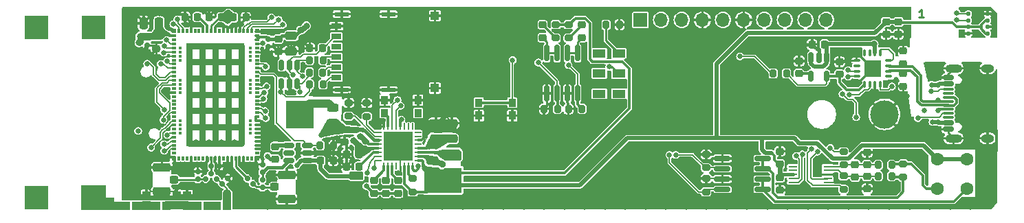
<source format=gbr>
%TF.GenerationSoftware,KiCad,Pcbnew,8.0.3*%
%TF.CreationDate,2025-03-20T13:05:17+01:00*%
%TF.ProjectId,Methanesense,4d657468-616e-4657-9365-6e73652e6b69,v2.0.0*%
%TF.SameCoordinates,Original*%
%TF.FileFunction,Copper,L1,Top*%
%TF.FilePolarity,Positive*%
%FSLAX46Y46*%
G04 Gerber Fmt 4.6, Leading zero omitted, Abs format (unit mm)*
G04 Created by KiCad (PCBNEW 8.0.3) date 2025-03-20 13:05:17*
%MOMM*%
%LPD*%
G01*
G04 APERTURE LIST*
G04 Aperture macros list*
%AMRoundRect*
0 Rectangle with rounded corners*
0 $1 Rounding radius*
0 $2 $3 $4 $5 $6 $7 $8 $9 X,Y pos of 4 corners*
0 Add a 4 corners polygon primitive as box body*
4,1,4,$2,$3,$4,$5,$6,$7,$8,$9,$2,$3,0*
0 Add four circle primitives for the rounded corners*
1,1,$1+$1,$2,$3*
1,1,$1+$1,$4,$5*
1,1,$1+$1,$6,$7*
1,1,$1+$1,$8,$9*
0 Add four rect primitives between the rounded corners*
20,1,$1+$1,$2,$3,$4,$5,0*
20,1,$1+$1,$4,$5,$6,$7,0*
20,1,$1+$1,$6,$7,$8,$9,0*
20,1,$1+$1,$8,$9,$2,$3,0*%
%AMFreePoly0*
4,1,7,1.500000,-1.500000,0.000000,-1.500000,0.000000,-2.500000,-1.500000,-2.500000,-1.500000,1.500000,1.500000,1.500000,1.500000,-1.500000,1.500000,-1.500000,$1*%
G04 Aperture macros list end*
%ADD10C,0.250000*%
%TA.AperFunction,NonConductor*%
%ADD11C,0.250000*%
%TD*%
%TA.AperFunction,SMDPad,CuDef*%
%ADD12RoundRect,0.200000X-0.200000X-0.275000X0.200000X-0.275000X0.200000X0.275000X-0.200000X0.275000X0*%
%TD*%
%TA.AperFunction,SMDPad,CuDef*%
%ADD13RoundRect,0.155000X-0.219203X0.000000X0.000000X-0.219203X0.219203X0.000000X0.000000X0.219203X0*%
%TD*%
%TA.AperFunction,SMDPad,CuDef*%
%ADD14RoundRect,0.200000X0.200000X0.275000X-0.200000X0.275000X-0.200000X-0.275000X0.200000X-0.275000X0*%
%TD*%
%TA.AperFunction,SMDPad,CuDef*%
%ADD15RoundRect,0.150000X-0.825000X-0.150000X0.825000X-0.150000X0.825000X0.150000X-0.825000X0.150000X0*%
%TD*%
%TA.AperFunction,SMDPad,CuDef*%
%ADD16RoundRect,0.225000X-0.250000X0.225000X-0.250000X-0.225000X0.250000X-0.225000X0.250000X0.225000X0*%
%TD*%
%TA.AperFunction,SMDPad,CuDef*%
%ADD17RoundRect,0.125000X0.137500X-0.125000X0.137500X0.125000X-0.137500X0.125000X-0.137500X-0.125000X0*%
%TD*%
%TA.AperFunction,SMDPad,CuDef*%
%ADD18RoundRect,0.225000X-0.225000X-0.250000X0.225000X-0.250000X0.225000X0.250000X-0.225000X0.250000X0*%
%TD*%
%TA.AperFunction,SMDPad,CuDef*%
%ADD19RoundRect,0.225000X0.225000X0.250000X-0.225000X0.250000X-0.225000X-0.250000X0.225000X-0.250000X0*%
%TD*%
%TA.AperFunction,SMDPad,CuDef*%
%ADD20R,1.600000X1.000000*%
%TD*%
%TA.AperFunction,SMDPad,CuDef*%
%ADD21RoundRect,0.200000X0.275000X-0.200000X0.275000X0.200000X-0.275000X0.200000X-0.275000X-0.200000X0*%
%TD*%
%TA.AperFunction,SMDPad,CuDef*%
%ADD22FreePoly0,90.000000*%
%TD*%
%TA.AperFunction,SMDPad,CuDef*%
%ADD23R,3.000000X3.000000*%
%TD*%
%TA.AperFunction,SMDPad,CuDef*%
%ADD24R,2.950000X3.000000*%
%TD*%
%TA.AperFunction,SMDPad,CuDef*%
%ADD25RoundRect,0.250000X0.250000X0.475000X-0.250000X0.475000X-0.250000X-0.475000X0.250000X-0.475000X0*%
%TD*%
%TA.AperFunction,SMDPad,CuDef*%
%ADD26RoundRect,0.218750X-0.256250X0.218750X-0.256250X-0.218750X0.256250X-0.218750X0.256250X0.218750X0*%
%TD*%
%TA.AperFunction,SMDPad,CuDef*%
%ADD27RoundRect,0.250000X-0.475000X0.250000X-0.475000X-0.250000X0.475000X-0.250000X0.475000X0.250000X0*%
%TD*%
%TA.AperFunction,SMDPad,CuDef*%
%ADD28R,0.900000X1.000000*%
%TD*%
%TA.AperFunction,SMDPad,CuDef*%
%ADD29RoundRect,0.200000X-0.275000X0.200000X-0.275000X-0.200000X0.275000X-0.200000X0.275000X0.200000X0*%
%TD*%
%TA.AperFunction,SMDPad,CuDef*%
%ADD30RoundRect,0.250000X0.475000X-0.250000X0.475000X0.250000X-0.475000X0.250000X-0.475000X-0.250000X0*%
%TD*%
%TA.AperFunction,SMDPad,CuDef*%
%ADD31RoundRect,0.250000X-0.275000X-0.250000X0.275000X-0.250000X0.275000X0.250000X-0.275000X0.250000X0*%
%TD*%
%TA.AperFunction,SMDPad,CuDef*%
%ADD32RoundRect,0.250000X-0.850000X-0.275000X0.850000X-0.275000X0.850000X0.275000X-0.850000X0.275000X0*%
%TD*%
%TA.AperFunction,SMDPad,CuDef*%
%ADD33RoundRect,0.075000X0.075000X-0.350000X0.075000X0.350000X-0.075000X0.350000X-0.075000X-0.350000X0*%
%TD*%
%TA.AperFunction,SMDPad,CuDef*%
%ADD34RoundRect,0.075000X0.350000X-0.075000X0.350000X0.075000X-0.350000X0.075000X-0.350000X-0.075000X0*%
%TD*%
%TA.AperFunction,HeatsinkPad*%
%ADD35R,2.100000X2.100000*%
%TD*%
%TA.AperFunction,SMDPad,CuDef*%
%ADD36RoundRect,0.155000X-0.155000X0.155000X-0.155000X-0.155000X0.155000X-0.155000X0.155000X0.155000X0*%
%TD*%
%TA.AperFunction,SMDPad,CuDef*%
%ADD37RoundRect,0.225000X0.250000X-0.225000X0.250000X0.225000X-0.250000X0.225000X-0.250000X-0.225000X0*%
%TD*%
%TA.AperFunction,SMDPad,CuDef*%
%ADD38RoundRect,0.150000X-0.150000X0.512500X-0.150000X-0.512500X0.150000X-0.512500X0.150000X0.512500X0*%
%TD*%
%TA.AperFunction,SMDPad,CuDef*%
%ADD39RoundRect,0.150000X0.150000X-0.825000X0.150000X0.825000X-0.150000X0.825000X-0.150000X-0.825000X0*%
%TD*%
%TA.AperFunction,SMDPad,CuDef*%
%ADD40RoundRect,0.243750X0.456250X-0.243750X0.456250X0.243750X-0.456250X0.243750X-0.456250X-0.243750X0*%
%TD*%
%TA.AperFunction,SMDPad,CuDef*%
%ADD41R,1.000000X1.000000*%
%TD*%
%TA.AperFunction,SMDPad,CuDef*%
%ADD42R,1.100000X0.250000*%
%TD*%
%TA.AperFunction,SMDPad,CuDef*%
%ADD43R,1.300000X0.650000*%
%TD*%
%TA.AperFunction,SMDPad,CuDef*%
%ADD44R,1.030000X1.000000*%
%TD*%
%TA.AperFunction,SMDPad,CuDef*%
%ADD45R,1.800000X0.480000*%
%TD*%
%TA.AperFunction,SMDPad,CuDef*%
%ADD46R,0.540000X0.540000*%
%TD*%
%TA.AperFunction,SMDPad,CuDef*%
%ADD47R,0.300000X0.540000*%
%TD*%
%TA.AperFunction,SMDPad,CuDef*%
%ADD48R,0.540000X0.300000*%
%TD*%
%TA.AperFunction,SMDPad,CuDef*%
%ADD49R,0.800000X0.800000*%
%TD*%
%TA.AperFunction,SMDPad,CuDef*%
%ADD50R,0.300000X0.300000*%
%TD*%
%TA.AperFunction,SMDPad,CuDef*%
%ADD51RoundRect,0.218750X0.256250X-0.218750X0.256250X0.218750X-0.256250X0.218750X-0.256250X-0.218750X0*%
%TD*%
%TA.AperFunction,SMDPad,CuDef*%
%ADD52RoundRect,0.150000X0.512500X0.150000X-0.512500X0.150000X-0.512500X-0.150000X0.512500X-0.150000X0*%
%TD*%
%TA.AperFunction,SMDPad,CuDef*%
%ADD53RoundRect,0.250000X0.850000X0.275000X-0.850000X0.275000X-0.850000X-0.275000X0.850000X-0.275000X0*%
%TD*%
%TA.AperFunction,SMDPad,CuDef*%
%ADD54RoundRect,0.250000X0.275000X0.250000X-0.275000X0.250000X-0.275000X-0.250000X0.275000X-0.250000X0*%
%TD*%
%TA.AperFunction,ComponentPad*%
%ADD55R,1.700000X1.700000*%
%TD*%
%TA.AperFunction,ComponentPad*%
%ADD56O,1.700000X1.700000*%
%TD*%
%TA.AperFunction,SMDPad,CuDef*%
%ADD57RoundRect,0.155000X0.000000X0.219203X-0.219203X0.000000X0.000000X-0.219203X0.219203X0.000000X0*%
%TD*%
%TA.AperFunction,SMDPad,CuDef*%
%ADD58RoundRect,0.155000X-0.155000X-0.155000X0.155000X-0.155000X0.155000X0.155000X-0.155000X0.155000X0*%
%TD*%
%TA.AperFunction,SMDPad,CuDef*%
%ADD59RoundRect,0.155000X0.000000X-0.219203X0.219203X0.000000X0.000000X0.219203X-0.219203X0.000000X0*%
%TD*%
%TA.AperFunction,SMDPad,CuDef*%
%ADD60RoundRect,0.062500X0.337500X0.062500X-0.337500X0.062500X-0.337500X-0.062500X0.337500X-0.062500X0*%
%TD*%
%TA.AperFunction,SMDPad,CuDef*%
%ADD61RoundRect,0.062500X0.062500X0.337500X-0.062500X0.337500X-0.062500X-0.337500X0.062500X-0.337500X0*%
%TD*%
%TA.AperFunction,HeatsinkPad*%
%ADD62C,0.650000*%
%TD*%
%TA.AperFunction,HeatsinkPad*%
%ADD63R,3.600000X3.600000*%
%TD*%
%TA.AperFunction,SMDPad,CuDef*%
%ADD64RoundRect,0.150000X0.500000X-0.150000X0.500000X0.150000X-0.500000X0.150000X-0.500000X-0.150000X0*%
%TD*%
%TA.AperFunction,SMDPad,CuDef*%
%ADD65RoundRect,0.075000X0.575000X-0.075000X0.575000X0.075000X-0.575000X0.075000X-0.575000X-0.075000X0*%
%TD*%
%TA.AperFunction,ComponentPad*%
%ADD66O,2.100000X1.000000*%
%TD*%
%TA.AperFunction,ComponentPad*%
%ADD67O,1.600000X1.000000*%
%TD*%
%TA.AperFunction,SMDPad,CuDef*%
%ADD68RoundRect,0.155000X0.155000X-0.155000X0.155000X0.155000X-0.155000X0.155000X-0.155000X-0.155000X0*%
%TD*%
%TA.AperFunction,SMDPad,CuDef*%
%ADD69RoundRect,0.250000X0.850000X-0.375000X0.850000X0.375000X-0.850000X0.375000X-0.850000X-0.375000X0*%
%TD*%
%TA.AperFunction,SMDPad,CuDef*%
%ADD70RoundRect,0.150000X0.150000X-0.512500X0.150000X0.512500X-0.150000X0.512500X-0.150000X-0.512500X0*%
%TD*%
%TA.AperFunction,ComponentPad*%
%ADD71C,1.600000*%
%TD*%
%TA.AperFunction,ComponentPad*%
%ADD72R,3.500000X3.500000*%
%TD*%
%TA.AperFunction,ComponentPad*%
%ADD73C,3.500000*%
%TD*%
%TA.AperFunction,ViaPad*%
%ADD74C,0.650000*%
%TD*%
%TA.AperFunction,ViaPad*%
%ADD75C,0.800000*%
%TD*%
%TA.AperFunction,Conductor*%
%ADD76C,0.500000*%
%TD*%
%TA.AperFunction,Conductor*%
%ADD77C,0.217545*%
%TD*%
%TA.AperFunction,Conductor*%
%ADD78C,0.300000*%
%TD*%
%TA.AperFunction,Conductor*%
%ADD79C,0.150000*%
%TD*%
%TA.AperFunction,Conductor*%
%ADD80C,0.800000*%
%TD*%
%TA.AperFunction,Conductor*%
%ADD81C,0.250000*%
%TD*%
%TA.AperFunction,Conductor*%
%ADD82C,0.200000*%
%TD*%
%TA.AperFunction,Conductor*%
%ADD83C,0.400000*%
%TD*%
%TA.AperFunction,Conductor*%
%ADD84C,0.600000*%
%TD*%
%TA.AperFunction,Conductor*%
%ADD85C,0.000000*%
%TD*%
%TA.AperFunction,Conductor*%
%ADD86C,1.000000*%
%TD*%
%TA.AperFunction,Conductor*%
%ADD87C,0.310000*%
%TD*%
%TA.AperFunction,Conductor*%
%ADD88C,0.650000*%
%TD*%
%TA.AperFunction,Conductor*%
%ADD89C,0.210000*%
%TD*%
G04 APERTURE END LIST*
D10*
D11*
X141709321Y-51286915D02*
X141137893Y-51286915D01*
X141423607Y-51286915D02*
X141423607Y-50286915D01*
X141423607Y-50286915D02*
X141328369Y-50429772D01*
X141328369Y-50429772D02*
X141233131Y-50525010D01*
X141233131Y-50525010D02*
X141137893Y-50572629D01*
D12*
%TO.P,R24,1*%
%TO.N,GND*%
X97980000Y-62575000D03*
%TO.P,R24,2*%
%TO.N,P0.05*%
X99630000Y-62575000D03*
%TD*%
D13*
%TO.P,C30,1*%
%TO.N,/nrf9160/GPS*%
X58460589Y-71160589D03*
%TO.P,C30,2*%
%TO.N,/nrf9160/GPS_*%
X59139411Y-71839411D03*
%TD*%
D14*
%TO.P,R19,1*%
%TO.N,Net-(J3-CLK)*%
X67740057Y-58078948D03*
%TO.P,R19,2*%
%TO.N,SIM_CLK*%
X66090057Y-58078948D03*
%TD*%
%TO.P,R26,1*%
%TO.N,GND*%
X104250000Y-52200000D03*
%TO.P,R26,2*%
%TO.N,Net-(SW4A-A)*%
X102600000Y-52200000D03*
%TD*%
D15*
%TO.P,Q1,1,S1*%
%TO.N,GND*%
X116925000Y-68695000D03*
%TO.P,Q1,2,G1*%
%TO.N,P0.27*%
X116925000Y-69965000D03*
%TO.P,Q1,3,S2*%
%TO.N,GND*%
X116925000Y-71235000D03*
%TO.P,Q1,4,G2*%
%TO.N,P0.31*%
X116925000Y-72505000D03*
%TO.P,Q1,5,D2*%
%TO.N,Net-(S1-Rh-)*%
X121875000Y-72505000D03*
%TO.P,Q1,6,D2*%
X121875000Y-71235000D03*
%TO.P,Q1,7,D1*%
%TO.N,AIN0*%
X121875000Y-69965000D03*
%TO.P,Q1,8,D1*%
X121875000Y-68695000D03*
%TD*%
D16*
%TO.P,C34,1*%
%TO.N,VCC*%
X62250000Y-53975000D03*
%TO.P,C34,2*%
%TO.N,GND*%
X62250000Y-55525000D03*
%TD*%
D17*
%TO.P,U6,1,GND*%
%TO.N,GND*%
X147212500Y-53249460D03*
%TO.P,U6,2,CSB*%
%TO.N,+2V0*%
X147212500Y-52449460D03*
%TO.P,U6,3,SDI*%
%TO.N,P0.28*%
X147212500Y-51649460D03*
%TO.P,U6,4,SCK*%
%TO.N,P0.29*%
X147212500Y-50849460D03*
%TO.P,U6,5,SDO*%
%TO.N,GND*%
X149587500Y-50849460D03*
%TO.P,U6,6,VDDIO*%
%TO.N,+2V0*%
X149587500Y-51649460D03*
%TO.P,U6,7,GND*%
%TO.N,GND*%
X149587500Y-52449460D03*
%TO.P,U6,8,VDD*%
%TO.N,+2V0*%
X149587500Y-53249460D03*
%TD*%
D18*
%TO.P,C23,1*%
%TO.N,+2V0*%
X56725000Y-51300000D03*
%TO.P,C23,2*%
%TO.N,GND*%
X58275000Y-51300000D03*
%TD*%
D16*
%TO.P,C38,1*%
%TO.N,+2V0*%
X138600000Y-51825000D03*
%TO.P,C38,2*%
%TO.N,GND*%
X138600000Y-53375000D03*
%TD*%
D19*
%TO.P,C8,1*%
%TO.N,+5VL*%
X129517508Y-54616010D03*
%TO.P,C8,2*%
%TO.N,GND*%
X127967508Y-54616010D03*
%TD*%
D20*
%TO.P,SW4,1,A*%
%TO.N,Net-(SW4A-A)*%
X104171407Y-55705683D03*
%TO.P,SW4,2,B*%
%TO.N,P0.11*%
X104171407Y-58205683D03*
%TO.P,SW4,3,C*%
%TO.N,unconnected-(SW4A-C-Pad3)*%
X104171407Y-60705683D03*
%TO.P,SW4,4*%
%TO.N,N/C*%
X101771407Y-55705683D03*
%TO.P,SW4,5*%
X101771407Y-58205683D03*
%TO.P,SW4,6*%
X101771407Y-60705683D03*
%TD*%
D13*
%TO.P,C27,1*%
%TO.N,/nrf9160/ANT*%
X54000000Y-70541531D03*
%TO.P,C27,2*%
%TO.N,Net-(C1-Pad1)*%
X54678822Y-71220353D03*
%TD*%
D21*
%TO.P,R8,1*%
%TO.N,/GAS_SENSOR/AIN1_*%
X131853848Y-69502889D03*
%TO.P,R8,2*%
%TO.N,P0.18{slash}AIN5*%
X131853848Y-67852889D03*
%TD*%
D14*
%TO.P,R18,1*%
%TO.N,Net-(J3-RST)*%
X67750781Y-56566905D03*
%TO.P,R18,2*%
%TO.N,SIM_RST*%
X66100781Y-56566905D03*
%TD*%
D22*
%TO.P,AE1,1,A*%
%TO.N,Net-(AE1-A)*%
X39493262Y-73501014D03*
D23*
%TO.P,AE1,2*%
%TO.N,N/C*%
X32493262Y-73501014D03*
%TO.P,AE1,3*%
X32493262Y-52501014D03*
D24*
%TO.P,AE1,4*%
X39518262Y-52501014D03*
%TD*%
D16*
%TO.P,C3,1*%
%TO.N,GND*%
X139200000Y-55425000D03*
%TO.P,C3,2*%
%TO.N,/POWER/USBDN*%
X139200000Y-56975000D03*
%TD*%
D25*
%TO.P,C21,1*%
%TO.N,VCC*%
X47550000Y-52000000D03*
%TO.P,C21,2*%
%TO.N,GND*%
X45650000Y-52000000D03*
%TD*%
D26*
%TO.P,D10,1,K*%
%TO.N,Net-(D10-K)*%
X75515686Y-71412500D03*
%TO.P,D10,2,A*%
%TO.N,VCC*%
X75515686Y-72987500D03*
%TD*%
%TO.P,D9,1,K*%
%TO.N,Net-(D9-K)*%
X74015686Y-71412500D03*
%TO.P,D9,2,A*%
%TO.N,VCC*%
X74015686Y-72987500D03*
%TD*%
D21*
%TO.P,R9,1*%
%TO.N,AIN0*%
X139200000Y-71000000D03*
%TO.P,R9,2*%
%TO.N,AIN1*%
X139200000Y-69350000D03*
%TD*%
D26*
%TO.P,D11,1,K*%
%TO.N,Net-(D11-K)*%
X77015686Y-71412500D03*
%TO.P,D11,2,A*%
%TO.N,VCC*%
X77015686Y-72987500D03*
%TD*%
D27*
%TO.P,C22,1*%
%TO.N,VCC*%
X63839870Y-53550000D03*
%TO.P,C22,2*%
%TO.N,GND*%
X63839870Y-55450000D03*
%TD*%
D28*
%TO.P,SW1,1,1*%
%TO.N,P0.07*%
X86950000Y-61800000D03*
X91050000Y-61800000D03*
%TO.P,SW1,2,2*%
%TO.N,GND*%
X86950000Y-63400000D03*
X91050000Y-63400000D03*
%TD*%
D19*
%TO.P,C16,1*%
%TO.N,+5VL*%
X72175000Y-68200000D03*
%TO.P,C16,2*%
%TO.N,GND*%
X70625000Y-68200000D03*
%TD*%
D29*
%TO.P,R22,1*%
%TO.N,+2V0*%
X98000000Y-52175000D03*
%TO.P,R22,2*%
%TO.N,Net-(D6-A)*%
X98000000Y-53825000D03*
%TD*%
D30*
%TO.P,C12,1*%
%TO.N,VCC*%
X81650883Y-66250000D03*
%TO.P,C12,2*%
%TO.N,GND*%
X81650883Y-64350000D03*
%TD*%
D31*
%TO.P,J4,1,In*%
%TO.N,/nrf9160/GPS_*%
X61750000Y-72200000D03*
D32*
%TO.P,J4,2,Ext*%
%TO.N,GND*%
X63275000Y-70725000D03*
X63275000Y-73675000D03*
%TD*%
D33*
%TO.P,U7,1,VCCIO*%
%TO.N,/POWER/VCCIOUSB*%
X134425000Y-59550000D03*
%TO.P,U7,2,RXD*%
%TO.N,P0.15{slash}AIN2*%
X135075000Y-59550000D03*
%TO.P,U7,3,GND*%
%TO.N,GND*%
X135725000Y-59550000D03*
%TO.P,U7,4,~{CTS}*%
%TO.N,P0.16{slash}AIN3*%
X136375000Y-59550000D03*
D34*
%TO.P,U7,5,CBUS2*%
%TO.N,unconnected-(U7-CBUS2-Pad5)*%
X137350000Y-58575000D03*
%TO.P,U7,6,USBDP*%
%TO.N,/POWER/USBDP*%
X137350000Y-57925000D03*
%TO.P,U7,7,USBDM*%
%TO.N,/POWER/USBDN*%
X137350000Y-57275000D03*
%TO.P,U7,8,3V3OUT*%
%TO.N,Net-(U7-3V3OUT)*%
X137350000Y-56625000D03*
D33*
%TO.P,U7,9,~{RESET}*%
X136375000Y-55650000D03*
%TO.P,U7,10,VCC*%
%TO.N,+5VL*%
X135725000Y-55650000D03*
%TO.P,U7,11,CBUS1*%
%TO.N,unconnected-(U7-CBUS1-Pad11)*%
X135075000Y-55650000D03*
%TO.P,U7,12,CBUS0*%
%TO.N,unconnected-(U7-CBUS0-Pad12)*%
X134425000Y-55650000D03*
D34*
%TO.P,U7,13,GND*%
%TO.N,GND*%
X133450000Y-56625000D03*
%TO.P,U7,14,CBUS3*%
%TO.N,unconnected-(U7-CBUS3-Pad14)*%
X133450000Y-57275000D03*
%TO.P,U7,15,TXD*%
%TO.N,P0.12*%
X133450000Y-57925000D03*
%TO.P,U7,16,~{RTS}*%
%TO.N,P0.14{slash}AIN1*%
X133450000Y-58575000D03*
D35*
%TO.P,U7,17,GND*%
%TO.N,GND*%
X135400000Y-57600000D03*
%TD*%
D21*
%TO.P,R7,1*%
%TO.N,P0.19{slash}AIN6*%
X131853848Y-72502889D03*
%TO.P,R7,2*%
%TO.N,/GAS_SENSOR/AIN0_*%
X131853848Y-70852889D03*
%TD*%
D36*
%TO.P,C35,1*%
%TO.N,VCC*%
X61026703Y-53926959D03*
%TO.P,C35,2*%
%TO.N,GND*%
X61026703Y-54886959D03*
%TD*%
D37*
%TO.P,C17,1*%
%TO.N,/GAS_SENSOR/AIN0_*%
X133269945Y-70976036D03*
%TO.P,C17,2*%
%TO.N,/GAS_SENSOR/AIN1_*%
X133269945Y-69426036D03*
%TD*%
D16*
%TO.P,C20,1*%
%TO.N,+2V0*%
X124000000Y-71050000D03*
%TO.P,C20,2*%
%TO.N,GND*%
X124000000Y-72600000D03*
%TD*%
D38*
%TO.P,U4,1,IN*%
%TO.N,+5VL*%
X129750000Y-56262500D03*
%TO.P,U4,2,GND*%
%TO.N,GND*%
X128800000Y-56262500D03*
%TO.P,U4,3,EN*%
%TO.N,+5VL*%
X127850000Y-56262500D03*
%TO.P,U4,4,BP*%
%TO.N,Net-(U4-BP)*%
X127850000Y-58537500D03*
%TO.P,U4,5,OUT*%
%TO.N,/POWER/VCCIOUSB*%
X129750000Y-58537500D03*
%TD*%
D37*
%TO.P,C13,1*%
%TO.N,GND*%
X134738938Y-72430498D03*
%TO.P,C13,2*%
%TO.N,/GAS_SENSOR/AIN0_*%
X134738938Y-70880498D03*
%TD*%
D29*
%TO.P,R10,1*%
%TO.N,GND*%
X114925000Y-71175000D03*
%TO.P,R10,2*%
%TO.N,P0.31*%
X114925000Y-72825000D03*
%TD*%
D39*
%TO.P,Q2,1,S1*%
%TO.N,GND*%
X95295000Y-60650000D03*
%TO.P,Q2,2,G1*%
%TO.N,P0.06*%
X96565000Y-60650000D03*
%TO.P,Q2,3,S2*%
%TO.N,GND*%
X97835000Y-60650000D03*
%TO.P,Q2,4,G2*%
%TO.N,P0.05*%
X99105000Y-60650000D03*
%TO.P,Q2,5,D2*%
%TO.N,Net-(D6-K)*%
X99105000Y-55700000D03*
%TO.P,Q2,6,D2*%
X97835000Y-55700000D03*
%TO.P,Q2,7,D1*%
%TO.N,Net-(D5-K)*%
X96565000Y-55700000D03*
%TO.P,Q2,8,D1*%
X95295000Y-55700000D03*
%TD*%
D40*
%TO.P,F1,1*%
%TO.N,+BATT*%
X69000000Y-64337500D03*
%TO.P,F1,2*%
%TO.N,Net-(BT1-+)*%
X69000000Y-62462500D03*
%TD*%
D37*
%TO.P,C7,1*%
%TO.N,/POWER/VCCIOUSB*%
X131340000Y-58315000D03*
%TO.P,C7,2*%
%TO.N,GND*%
X131340000Y-56765000D03*
%TD*%
D41*
%TO.P,C2,1*%
%TO.N,Net-(C2-Pad1)*%
X51015416Y-74529771D03*
%TO.P,C2,2*%
%TO.N,GND*%
X51015416Y-73279771D03*
%TD*%
D42*
%TO.P,U2,1,ADDR*%
%TO.N,GND*%
X129888938Y-71680498D03*
%TO.P,U2,2,ALERT/RDY*%
%TO.N,P0.26*%
X129888938Y-71180498D03*
%TO.P,U2,3,GND*%
%TO.N,GND*%
X129888938Y-70680498D03*
%TO.P,U2,4,AIN0*%
%TO.N,/GAS_SENSOR/AIN0_*%
X129888938Y-70180498D03*
%TO.P,U2,5,AIN1*%
%TO.N,/GAS_SENSOR/AIN1_*%
X129888938Y-69680498D03*
%TO.P,U2,6,AIN2*%
%TO.N,AIN2*%
X125588938Y-69680498D03*
%TO.P,U2,7,AIN3*%
%TO.N,AIN3*%
X125588938Y-70180498D03*
%TO.P,U2,8,VDD*%
%TO.N,+2V0*%
X125588938Y-70680498D03*
%TO.P,U2,9,SDA*%
%TO.N,P0.28*%
X125588938Y-71180498D03*
%TO.P,U2,10,SCL*%
%TO.N,P0.29*%
X125588938Y-71680498D03*
%TD*%
D18*
%TO.P,C28,1*%
%TO.N,VCC*%
X67463557Y-68959686D03*
%TO.P,C28,2*%
%TO.N,GND*%
X69013557Y-68959686D03*
%TD*%
D43*
%TO.P,J3,C1,VCC*%
%TO.N,+1V8SIM*%
X69395000Y-53630000D03*
%TO.P,J3,C2,RST*%
%TO.N,Net-(J3-RST)*%
X69395000Y-56170000D03*
%TO.P,J3,C3,CLK*%
%TO.N,Net-(J3-CLK)*%
X69395000Y-57440000D03*
%TO.P,J3,C5,GND*%
%TO.N,GND*%
X69395000Y-52360000D03*
%TO.P,J3,C6,VPP*%
%TO.N,unconnected-(J3-VPP-PadC6)*%
X69395000Y-54900000D03*
%TO.P,J3,C7,I/O*%
%TO.N,Net-(J3-I{slash}O)*%
X69395000Y-58710000D03*
D44*
%TO.P,J3,S1*%
%TO.N,GND*%
X81535000Y-51075000D03*
D45*
%TO.P,J3,S2*%
X75815000Y-50880000D03*
%TO.P,J3,S3*%
X70065000Y-50880000D03*
%TO.P,J3,S4*%
X70065000Y-60210000D03*
%TO.P,J3,S5*%
X75815000Y-60210000D03*
D44*
%TO.P,J3,S6*%
X81535000Y-60005000D03*
%TD*%
D12*
%TO.P,R2,1*%
%TO.N,/GAS_SENSOR/AIN0_*%
X136113938Y-70880498D03*
%TO.P,R2,2*%
%TO.N,AIN0*%
X137763938Y-70880498D03*
%TD*%
D41*
%TO.P,L5,1,1*%
%TO.N,Net-(C4-Pad2)*%
X46013705Y-74495771D03*
%TO.P,L5,2,2*%
%TO.N,GND*%
X46013705Y-73245771D03*
%TD*%
D14*
%TO.P,R20,1*%
%TO.N,Net-(J3-I{slash}O)*%
X67750000Y-59555000D03*
%TO.P,R20,2*%
%TO.N,SIM_IO*%
X66100000Y-59555000D03*
%TD*%
D37*
%TO.P,C19,1*%
%TO.N,+2V0*%
X124000000Y-69375000D03*
%TO.P,C19,2*%
%TO.N,GND*%
X124000000Y-67825000D03*
%TD*%
D46*
%TO.P,U5,1,GND_Shield*%
%TO.N,GND*%
X59615000Y-52930000D03*
D47*
%TO.P,U5,2,P0.05*%
%TO.N,P0.05*%
X58995000Y-52930000D03*
%TO.P,U5,3,P0.06*%
%TO.N,P0.06*%
X58495000Y-52930000D03*
%TO.P,U5,4,P0.07*%
%TO.N,P0.07*%
X57995000Y-52930000D03*
%TO.P,U5,5,GND_Shield*%
%TO.N,GND*%
X57495000Y-52930000D03*
%TO.P,U5,6,GND_Shield*%
X56995000Y-52930000D03*
%TO.P,U5,7,GND_Shield*%
X56495000Y-52930000D03*
%TO.P,U5,8,GND_Shield*%
X55995000Y-52930000D03*
%TO.P,U5,9,GND_Shield*%
X55495000Y-52930000D03*
%TO.P,U5,10,Reserved*%
%TO.N,unconnected-(U5-Reserved-Pad10)*%
X54995000Y-52930000D03*
%TO.P,U5,11,GND_Shield*%
%TO.N,GND*%
X54495000Y-52930000D03*
%TO.P,U5,12,VDD_GPIO*%
%TO.N,+2V0*%
X53995000Y-52930000D03*
%TO.P,U5,13,DEC0*%
%TO.N,Net-(U5-DEC0)*%
X53495000Y-52930000D03*
%TO.P,U5,14,GND_Shield*%
%TO.N,GND*%
X52995000Y-52930000D03*
%TO.P,U5,15,P0.08*%
%TO.N,P0.08*%
X52495000Y-52930000D03*
%TO.P,U5,16,P0.09*%
%TO.N,P0.09*%
X51995000Y-52930000D03*
%TO.P,U5,17,GND_Shield*%
%TO.N,GND*%
X51495000Y-52930000D03*
%TO.P,U5,18,P0.10*%
%TO.N,P0.10*%
X50995000Y-52930000D03*
%TO.P,U5,19,P0.11*%
%TO.N,P0.11*%
X50495000Y-52930000D03*
%TO.P,U5,20,P0.12*%
%TO.N,P0.12*%
X49995000Y-52930000D03*
D46*
%TO.P,U5,21,GND_Shield*%
%TO.N,GND*%
X49375000Y-52930000D03*
D48*
%TO.P,U5,22,VDD2*%
%TO.N,VCC*%
X49375000Y-53550000D03*
%TO.P,U5,23,P0.13/AIN0*%
%TO.N,P0.13{slash}AIN0*%
X49375000Y-54050000D03*
%TO.P,U5,24,P0.14/AIN1*%
%TO.N,P0.14{slash}AIN1*%
X49375000Y-54550000D03*
%TO.P,U5,25,P0.15/AIN2*%
%TO.N,P0.15{slash}AIN2*%
X49375000Y-55050000D03*
%TO.P,U5,26,P0.16/AIN3*%
%TO.N,P0.16{slash}AIN3*%
X49375000Y-55550000D03*
%TO.P,U5,27,GND_Shield*%
%TO.N,GND*%
X49375000Y-56050000D03*
%TO.P,U5,28,P0.17/AIN4*%
%TO.N,P0.17{slash}AIN4*%
X49375000Y-56550000D03*
%TO.P,U5,29,P0.18/AIN5*%
%TO.N,P0.18{slash}AIN5*%
X49375000Y-57050000D03*
%TO.P,U5,30,P0.19/AIN6*%
%TO.N,P0.19{slash}AIN6*%
X49375000Y-57550000D03*
%TO.P,U5,31,GND_Shield*%
%TO.N,GND*%
X49375000Y-58050000D03*
%TO.P,U5,32,~{RESET}*%
%TO.N,~{RESET}*%
X49375000Y-58550000D03*
%TO.P,U5,33,SWDCLK*%
%TO.N,SWDCLK*%
X49375000Y-59050000D03*
%TO.P,U5,34,SWDIO*%
%TO.N,SWDIO*%
X49375000Y-59550000D03*
%TO.P,U5,35,P0.20/AIN7*%
%TO.N,P0.20{slash}AIN7*%
X49375000Y-60050000D03*
%TO.P,U5,36,GND_Shield*%
%TO.N,GND*%
X49375000Y-60550000D03*
%TO.P,U5,37,P0.21/TRACECLK*%
%TO.N,unconnected-(U5-P0.21{slash}TRACECLK-Pad37)*%
X49375000Y-61050000D03*
%TO.P,U5,38,P0.22/TRACEDATA0*%
%TO.N,unconnected-(U5-P0.22{slash}TRACEDATA0-Pad38)*%
X49375000Y-61550000D03*
%TO.P,U5,39,P0.23/TRACEDATA1*%
%TO.N,unconnected-(U5-P0.23{slash}TRACEDATA1-Pad39)*%
X49375000Y-62050000D03*
%TO.P,U5,40,P0.24/TRACEDATA2*%
%TO.N,unconnected-(U5-P0.24{slash}TRACEDATA2-Pad40)*%
X49375000Y-62550000D03*
%TO.P,U5,41,GND_Shield*%
%TO.N,GND*%
X49375000Y-63050000D03*
%TO.P,U5,42,P0.25/TRACEDATA3*%
%TO.N,unconnected-(U5-P0.25{slash}TRACEDATA3-Pad42)*%
X49375000Y-63550000D03*
%TO.P,U5,43,SIM_RST*%
%TO.N,SIM_RST*%
X49375000Y-64050000D03*
%TO.P,U5,44,GND_Shield*%
%TO.N,GND*%
X49375000Y-64550000D03*
%TO.P,U5,45,SIM_DET*%
%TO.N,unconnected-(U5-SIM_DET-Pad45)*%
X49375000Y-65050000D03*
%TO.P,U5,46,SIM_CLK*%
%TO.N,SIM_CLK*%
X49375000Y-65550000D03*
%TO.P,U5,47,GND_Shield*%
%TO.N,GND*%
X49375000Y-66050000D03*
%TO.P,U5,48,SIM_IO*%
%TO.N,SIM_IO*%
X49375000Y-66550000D03*
%TO.P,U5,49,SIM_1V8*%
%TO.N,+1V8SIM*%
X49375000Y-67050000D03*
%TO.P,U5,50,GND_Shield*%
%TO.N,GND*%
X49375000Y-67550000D03*
%TO.P,U5,51,Reserved*%
%TO.N,unconnected-(U5-Reserved-Pad51)*%
X49375000Y-68050000D03*
D46*
%TO.P,U5,52,GND_Shield*%
%TO.N,GND*%
X49375000Y-68670000D03*
D47*
%TO.P,U5,53,MAGPIO2*%
%TO.N,unconnected-(U5-MAGPIO2-Pad53)*%
X49995000Y-68670000D03*
%TO.P,U5,54,MAGPIO1*%
%TO.N,unconnected-(U5-MAGPIO1-Pad54)*%
X50495000Y-68670000D03*
%TO.P,U5,55,MAGPIO0*%
%TO.N,unconnected-(U5-MAGPIO0-Pad55)*%
X50995000Y-68670000D03*
%TO.P,U5,56,GND_Shield*%
%TO.N,GND*%
X51495000Y-68670000D03*
%TO.P,U5,57,VIO*%
%TO.N,unconnected-(U5-VIO-Pad57)*%
X51995000Y-68670000D03*
%TO.P,U5,58,SCLK*%
%TO.N,unconnected-(U5-SCLK-Pad58)*%
X52495000Y-68670000D03*
%TO.P,U5,59,SDATA*%
%TO.N,unconnected-(U5-SDATA-Pad59)*%
X52995000Y-68670000D03*
%TO.P,U5,60,GND_Shield*%
%TO.N,GND*%
X53495000Y-68670000D03*
%TO.P,U5,61,ANT*%
%TO.N,/nrf9160/ANT*%
X53995000Y-68670000D03*
%TO.P,U5,62,GND_Shield*%
%TO.N,GND*%
X54495000Y-68670000D03*
%TO.P,U5,63,GND_Shield*%
X54995000Y-68670000D03*
%TO.P,U5,64,AUX*%
%TO.N,unconnected-(U5-AUX-Pad64)*%
X55495000Y-68670000D03*
%TO.P,U5,65,GND_Shield*%
%TO.N,GND*%
X55995000Y-68670000D03*
%TO.P,U5,66,GND_Shield*%
X56495000Y-68670000D03*
%TO.P,U5,67,GPS*%
%TO.N,/nrf9160/GPS*%
X56995000Y-68670000D03*
%TO.P,U5,68,GND_Shield*%
%TO.N,GND*%
X57495000Y-68670000D03*
%TO.P,U5,69,GND_Shield*%
X57995000Y-68670000D03*
%TO.P,U5,70,Reserved*%
%TO.N,unconnected-(U5-Reserved-Pad70)*%
X58495000Y-68670000D03*
%TO.P,U5,71,Reserved*%
%TO.N,unconnected-(U5-Reserved-Pad71)*%
X58995000Y-68670000D03*
D46*
%TO.P,U5,72,GND_Shield*%
%TO.N,GND*%
X59615000Y-68670000D03*
D48*
%TO.P,U5,73,Reserved*%
%TO.N,unconnected-(U5-Reserved-Pad73)*%
X59615000Y-68050000D03*
%TO.P,U5,74,GND_Shield*%
%TO.N,GND*%
X59615000Y-67550000D03*
%TO.P,U5,75,GND_Shield*%
X59615000Y-67050000D03*
%TO.P,U5,76,GND_Shield*%
X59615000Y-66550000D03*
%TO.P,U5,77,GND_Shield*%
X59615000Y-66050000D03*
%TO.P,U5,78,GND_Shield*%
X59615000Y-65550000D03*
%TO.P,U5,79,GND_Shield*%
X59615000Y-65050000D03*
%TO.P,U5,80,GND_Shield*%
X59615000Y-64550000D03*
%TO.P,U5,81,GND_Shield*%
X59615000Y-64050000D03*
%TO.P,U5,82,GND_Shield*%
X59615000Y-63550000D03*
%TO.P,U5,83,P0.26*%
%TO.N,P0.26*%
X59615000Y-63050000D03*
%TO.P,U5,84,P0.27*%
%TO.N,P0.27*%
X59615000Y-62550000D03*
%TO.P,U5,85,GND_Shield*%
%TO.N,GND*%
X59615000Y-62050000D03*
%TO.P,U5,86,P0.28*%
%TO.N,P0.28*%
X59615000Y-61550000D03*
%TO.P,U5,87,P0.29*%
%TO.N,P0.29*%
X59615000Y-61050000D03*
%TO.P,U5,88,P0.30*%
%TO.N,P0.30*%
X59615000Y-60550000D03*
%TO.P,U5,89,P0.31*%
%TO.N,P0.31*%
X59615000Y-60050000D03*
%TO.P,U5,90,GND_Shield*%
%TO.N,GND*%
X59615000Y-59550000D03*
%TO.P,U5,91,COEX2*%
%TO.N,unconnected-(U5-COEX2-Pad91)*%
X59615000Y-59050000D03*
%TO.P,U5,92,COEX1*%
%TO.N,unconnected-(U5-COEX1-Pad92)*%
X59615000Y-58550000D03*
%TO.P,U5,93,COEX0*%
%TO.N,COEX0*%
X59615000Y-58050000D03*
%TO.P,U5,94,GND_Shield*%
%TO.N,GND*%
X59615000Y-57550000D03*
%TO.P,U5,95,P0.00*%
%TO.N,SWO*%
X59615000Y-57050000D03*
%TO.P,U5,96,P0.01*%
%TO.N,P0.01*%
X59615000Y-56550000D03*
%TO.P,U5,97,P0.02*%
%TO.N,P0.02*%
X59615000Y-56050000D03*
%TO.P,U5,98,GND_Shield*%
%TO.N,GND*%
X59615000Y-55550000D03*
%TO.P,U5,99,P0.03*%
%TO.N,P0.03*%
X59615000Y-55050000D03*
%TO.P,U5,100,P0.04*%
%TO.N,P0.04*%
X59615000Y-54550000D03*
%TO.P,U5,101,ENABLE*%
%TO.N,VCC*%
X59615000Y-54050000D03*
%TO.P,U5,102,VDD1*%
X59615000Y-53550000D03*
D49*
%TO.P,U5,103,VSS*%
%TO.N,GND*%
X57695000Y-54800000D03*
X56095000Y-54800000D03*
X54495000Y-54800000D03*
X52895000Y-54800000D03*
X51295000Y-54800000D03*
X57695000Y-56800000D03*
X56095000Y-56800000D03*
X54495000Y-56800000D03*
X52895000Y-56800000D03*
X51295000Y-56800000D03*
X57695000Y-58800000D03*
X56095000Y-58800000D03*
X54495000Y-58800000D03*
X52895000Y-58800000D03*
X51295000Y-58800000D03*
X57695000Y-60800000D03*
X56095000Y-60800000D03*
X54495000Y-60800000D03*
X52895000Y-60800000D03*
X51295000Y-60800000D03*
X57695000Y-62800000D03*
X56095000Y-62800000D03*
X54495000Y-62800000D03*
X52895000Y-62800000D03*
X51295000Y-62800000D03*
X57695000Y-64800000D03*
X56095000Y-64800000D03*
X54495000Y-64800000D03*
X52895000Y-64800000D03*
X51295000Y-64800000D03*
X57695000Y-66800000D03*
X56095000Y-66800000D03*
X54495000Y-66800000D03*
X52895000Y-66800000D03*
X51295000Y-66800000D03*
D50*
%TO.P,U5,104,Reserved*%
%TO.N,unconnected-(U5-Reserved-Pad104)*%
X50145000Y-55050000D03*
%TO.P,U5,105,Reserved*%
%TO.N,unconnected-(U5-Reserved-Pad105)*%
X50145000Y-55550000D03*
%TO.P,U5,106,Reserved*%
%TO.N,unconnected-(U5-Reserved-Pad106)*%
X50145000Y-56050000D03*
%TO.P,U5,107,Reserved*%
%TO.N,unconnected-(U5-Reserved-Pad107)*%
X50145000Y-56550000D03*
%TO.P,U5,108,Reserved*%
%TO.N,unconnected-(U5-Reserved-Pad108)*%
X50145000Y-59050000D03*
%TO.P,U5,109,Reserved*%
%TO.N,unconnected-(U5-Reserved-Pad109)*%
X50145000Y-59550000D03*
%TO.P,U5,110,Reserved*%
%TO.N,unconnected-(U5-Reserved-Pad110)*%
X50145000Y-60050000D03*
%TO.P,U5,111,Reserved*%
%TO.N,unconnected-(U5-Reserved-Pad111)*%
X50145000Y-60550000D03*
%TO.P,U5,112,Reserved*%
%TO.N,unconnected-(U5-Reserved-Pad112)*%
X50145000Y-64050000D03*
%TO.P,U5,113,Reserved*%
%TO.N,unconnected-(U5-Reserved-Pad113)*%
X50145000Y-64550000D03*
%TO.P,U5,114,Reserved*%
%TO.N,unconnected-(U5-Reserved-Pad114)*%
X50145000Y-65050000D03*
%TO.P,U5,115,Reserved*%
%TO.N,unconnected-(U5-Reserved-Pad115)*%
X50145000Y-65550000D03*
%TO.P,U5,116,Reserved*%
%TO.N,unconnected-(U5-Reserved-Pad116)*%
X58845000Y-65550000D03*
%TO.P,U5,117,Reserved*%
%TO.N,unconnected-(U5-Reserved-Pad117)*%
X58845000Y-65050000D03*
%TO.P,U5,118,Reserved*%
%TO.N,unconnected-(U5-Reserved-Pad118)*%
X58845000Y-64550000D03*
%TO.P,U5,119,Reserved*%
%TO.N,unconnected-(U5-Reserved-Pad119)*%
X58845000Y-64050000D03*
%TO.P,U5,120,Reserved*%
%TO.N,unconnected-(U5-Reserved-Pad120)*%
X58845000Y-60550000D03*
%TO.P,U5,121,Reserved*%
%TO.N,unconnected-(U5-Reserved-Pad121)*%
X58845000Y-60050000D03*
%TO.P,U5,122,Reserved*%
%TO.N,unconnected-(U5-Reserved-Pad122)*%
X58845000Y-59550000D03*
%TO.P,U5,123,Reserved*%
%TO.N,unconnected-(U5-Reserved-Pad123)*%
X58845000Y-59050000D03*
%TO.P,U5,124,Reserved*%
%TO.N,unconnected-(U5-Reserved-Pad124)*%
X58845000Y-56550000D03*
%TO.P,U5,125,Reserved*%
%TO.N,unconnected-(U5-Reserved-Pad125)*%
X58845000Y-56050000D03*
%TO.P,U5,126,Reserved*%
%TO.N,unconnected-(U5-Reserved-Pad126)*%
X58845000Y-55550000D03*
%TO.P,U5,127,Reserved*%
%TO.N,unconnected-(U5-Reserved-Pad127)*%
X58845000Y-55050000D03*
%TD*%
D51*
%TO.P,D6,1,K*%
%TO.N,Net-(D6-K)*%
X99600000Y-53787500D03*
%TO.P,D6,2,A*%
%TO.N,Net-(D6-A)*%
X99600000Y-52212500D03*
%TD*%
D41*
%TO.P,L1,1,1*%
%TO.N,Net-(C1-Pad2)*%
X53518881Y-74499594D03*
%TO.P,L1,2,2*%
%TO.N,Net-(C2-Pad1)*%
X52268881Y-74499594D03*
%TD*%
D30*
%TO.P,C10,1*%
%TO.N,+2V0*%
X81215686Y-70850000D03*
%TO.P,C10,2*%
%TO.N,GND*%
X81215686Y-68950000D03*
%TD*%
D52*
%TO.P,U9,1,VIN*%
%TO.N,VCC*%
X65837500Y-68949999D03*
%TO.P,U9,2,GND*%
%TO.N,GND*%
X65837500Y-68000000D03*
%TO.P,U9,3,ON*%
%TO.N,COEX0*%
X65837500Y-67050001D03*
%TO.P,U9,4,CT*%
%TO.N,Net-(U9-CT)*%
X63562500Y-67050001D03*
%TO.P,U9,5,QOD*%
%TO.N,unconnected-(U9-QOD-Pad5)*%
X63562500Y-68000000D03*
%TO.P,U9,6,VOUT*%
%TO.N,Net-(U9-VOUT)*%
X63562500Y-68949999D03*
%TD*%
D53*
%TO.P,J2,2,Ext*%
%TO.N,GND*%
X47918004Y-69808999D03*
X47918004Y-72758999D03*
D54*
%TO.P,J2,1,In*%
%TO.N,Net-(J2-In)*%
X49443004Y-71283999D03*
%TD*%
D14*
%TO.P,R17,1*%
%TO.N,GND*%
X69050000Y-67085000D03*
%TO.P,R17,2*%
%TO.N,COEX0*%
X67400000Y-67085000D03*
%TD*%
D21*
%TO.P,R4,1*%
%TO.N,+2V0*%
X78800000Y-72825000D03*
%TO.P,R4,2*%
%TO.N,+2V0SW*%
X78800000Y-71175000D03*
%TD*%
D55*
%TO.P,J5,1,Pin_1*%
%TO.N,+2V0*%
X106840000Y-51600000D03*
D56*
%TO.P,J5,2,Pin_2*%
%TO.N,VCC*%
X109380000Y-51600000D03*
%TO.P,J5,3,Pin_3*%
%TO.N,+BATT*%
X111920000Y-51600000D03*
%TO.P,J5,4,Pin_4*%
%TO.N,GND*%
X114460000Y-51600000D03*
%TO.P,J5,5,Pin_5*%
%TO.N,+5VL*%
X117000000Y-51600000D03*
%TO.P,J5,6,Pin_6*%
%TO.N,GND*%
X119540000Y-51600000D03*
%TO.P,J5,7,Pin_7*%
%TO.N,P0.07*%
X122080000Y-51600000D03*
%TO.P,J5,8,Pin_8*%
%TO.N,P0.06*%
X124620000Y-51600000D03*
%TO.P,J5,9,Pin_9*%
%TO.N,P0.05*%
X127160000Y-51600000D03*
%TO.P,J5,10,Pin_10*%
%TO.N,P0.11*%
X129700000Y-51600000D03*
%TD*%
D19*
%TO.P,C25,1*%
%TO.N,Net-(U5-DEC0)*%
X52316493Y-51247757D03*
%TO.P,C25,2*%
%TO.N,GND*%
X50766493Y-51247757D03*
%TD*%
D16*
%TO.P,C14,1*%
%TO.N,GND*%
X134738938Y-67930498D03*
%TO.P,C14,2*%
%TO.N,/GAS_SENSOR/AIN1_*%
X134738938Y-69480498D03*
%TD*%
%TO.P,C39,1*%
%TO.N,+2V0*%
X137085527Y-51825000D03*
%TO.P,C39,2*%
%TO.N,GND*%
X137085527Y-53375000D03*
%TD*%
D37*
%TO.P,C24,1*%
%TO.N,VCC*%
X61900000Y-68775000D03*
%TO.P,C24,2*%
%TO.N,Net-(U9-CT)*%
X61900000Y-67225000D03*
%TD*%
D57*
%TO.P,C5,1*%
%TO.N,/nrf9160/ANT*%
X54000000Y-70540666D03*
%TO.P,C5,2*%
%TO.N,Net-(J2-In)*%
X53321178Y-71219488D03*
%TD*%
D19*
%TO.P,C31,1*%
%TO.N,+1V8SIM*%
X67675000Y-55100000D03*
%TO.P,C31,2*%
%TO.N,GND*%
X66125000Y-55100000D03*
%TD*%
D29*
%TO.P,TH1,1*%
%TO.N,GND*%
X70897162Y-61817763D03*
%TO.P,TH1,2*%
%TO.N,Net-(U3-NTC)*%
X70897162Y-63467763D03*
%TD*%
D36*
%TO.P,C33,1*%
%TO.N,VCC*%
X46099560Y-53786190D03*
%TO.P,C33,2*%
%TO.N,GND*%
X46099560Y-54746190D03*
%TD*%
D12*
%TO.P,R5,1*%
%TO.N,P0.04*%
X123175000Y-58200000D03*
%TO.P,R5,2*%
%TO.N,/POWER/VCCIOUSB*%
X124825000Y-58200000D03*
%TD*%
D28*
%TO.P,SW3,1,1*%
%TO.N,Net-(U3-SHPHLD)*%
X79450000Y-63095085D03*
X75350000Y-63095085D03*
%TO.P,SW3,2,2*%
%TO.N,GND*%
X79450000Y-61495085D03*
X75350000Y-61495085D03*
%TD*%
D58*
%TO.P,C26,1*%
%TO.N,/nrf9160/ANT*%
X54004468Y-69658168D03*
%TO.P,C26,2*%
%TO.N,GND*%
X54964468Y-69658168D03*
%TD*%
D21*
%TO.P,R1,1*%
%TO.N,Net-(U3-VSET1)*%
X73154378Y-63525000D03*
%TO.P,R1,2*%
%TO.N,GND*%
X73154378Y-61875000D03*
%TD*%
D30*
%TO.P,C37,1*%
%TO.N,VCC*%
X83615686Y-66250000D03*
%TO.P,C37,2*%
%TO.N,GND*%
X83615686Y-64350000D03*
%TD*%
D59*
%TO.P,L2,1,1*%
%TO.N,Net-(C1-Pad1)*%
X55357566Y-71845578D03*
%TO.P,L2,2,2*%
%TO.N,GND*%
X56036388Y-71166756D03*
%TD*%
D41*
%TO.P,L4,1,1*%
%TO.N,Net-(C2-Pad1)*%
X49757182Y-74495771D03*
%TO.P,L4,2,2*%
%TO.N,GND*%
X49757182Y-73245771D03*
%TD*%
D60*
%TO.P,U3,1,VOUT1*%
%TO.N,+2V0*%
X79465686Y-68950000D03*
%TO.P,U3,2,PVSS1*%
%TO.N,GND*%
X79465686Y-68450000D03*
%TO.P,U3,3,SW1*%
%TO.N,/POWER/SW1*%
X79465686Y-67950000D03*
%TO.P,U3,4,PVDD*%
%TO.N,VCC*%
X79465686Y-67450000D03*
%TO.P,U3,5,SW2*%
%TO.N,unconnected-(U3-SW2-Pad5)*%
X79465686Y-66950000D03*
%TO.P,U3,6,PVSS2*%
%TO.N,GND*%
X79465686Y-66450000D03*
%TO.P,U3,7,GPIO0*%
%TO.N,unconnected-(U3-GPIO0-Pad7)*%
X79465686Y-65950000D03*
%TO.P,U3,8,GPIO1*%
%TO.N,unconnected-(U3-GPIO1-Pad8)*%
X79465686Y-65450000D03*
D61*
%TO.P,U3,9,GPIO2*%
%TO.N,unconnected-(U3-GPIO2-Pad9)*%
X78765686Y-64750000D03*
%TO.P,U3,10,GPIO3*%
%TO.N,unconnected-(U3-GPIO3-Pad10)*%
X78265686Y-64750000D03*
%TO.P,U3,11,GPIO4*%
%TO.N,unconnected-(U3-GPIO4-Pad11)*%
X77765686Y-64750000D03*
%TO.P,U3,12,VDDIO*%
%TO.N,+2V0*%
X77265686Y-64750000D03*
%TO.P,U3,13,SDA*%
%TO.N,P0.28*%
X76765686Y-64750000D03*
%TO.P,U3,14,SCL*%
%TO.N,P0.29*%
X76265686Y-64750000D03*
%TO.P,U3,15,SHPHLD*%
%TO.N,Net-(U3-SHPHLD)*%
X75765686Y-64750000D03*
%TO.P,U3,16,VSET2*%
%TO.N,GND*%
X75265686Y-64750000D03*
D60*
%TO.P,U3,17,VSET1*%
%TO.N,Net-(U3-VSET1)*%
X74565686Y-65450000D03*
%TO.P,U3,18,NTC*%
%TO.N,Net-(U3-NTC)*%
X74565686Y-65950000D03*
%TO.P,U3,19,VBAT*%
%TO.N,+BATT*%
X74565686Y-66450000D03*
%TO.P,U3,20,VSYS*%
%TO.N,VCC*%
X74565686Y-66950000D03*
%TO.P,U3,21,VBUS*%
%TO.N,+5VL*%
X74565686Y-67450000D03*
%TO.P,U3,22,VBUSOUT*%
%TO.N,+5V*%
X74565686Y-67950000D03*
%TO.P,U3,23,CC1*%
%TO.N,/POWER/CC1*%
X74565686Y-68450000D03*
%TO.P,U3,24,CC2*%
%TO.N,/POWER/CC2*%
X74565686Y-68950000D03*
D61*
%TO.P,U3,25,LED0*%
%TO.N,Net-(D9-K)*%
X75265686Y-69650000D03*
%TO.P,U3,26,LED1*%
%TO.N,Net-(D10-K)*%
X75765686Y-69650000D03*
%TO.P,U3,27,LED2*%
%TO.N,Net-(D11-K)*%
X76265686Y-69650000D03*
%TO.P,U3,28,LSIN1/VINLDO1*%
%TO.N,unconnected-(U3-LSIN1{slash}VINLDO1-Pad28)*%
X76765686Y-69650000D03*
%TO.P,U3,29,LSOUT1/VOUTLDO1*%
%TO.N,GND*%
X77265686Y-69650000D03*
%TO.P,U3,30,LSIN2/VINLDO2*%
%TO.N,+2V0*%
X77765686Y-69650000D03*
%TO.P,U3,31,LSOUT2/VOUTLDO2*%
%TO.N,+2V0SW*%
X78265686Y-69650000D03*
%TO.P,U3,32,VOUT2*%
%TO.N,VCC*%
X78765686Y-69650000D03*
D62*
%TO.P,U3,33,AVSS*%
%TO.N,GND*%
X78015686Y-68200000D03*
X78015686Y-67200000D03*
X78015686Y-66200000D03*
X77015686Y-68200000D03*
X77015686Y-67200000D03*
D63*
X77015686Y-67200000D03*
D62*
X77015686Y-66200000D03*
X76015686Y-68200000D03*
X76015686Y-67200000D03*
X76015686Y-66200000D03*
%TD*%
D64*
%TO.P,J1,A1,GND*%
%TO.N,GND*%
X144755000Y-65090000D03*
%TO.P,J1,A4,VBUS*%
%TO.N,+5VL*%
X144755000Y-64290000D03*
D65*
%TO.P,J1,A5,CC1*%
%TO.N,/POWER/CC1*%
X144755000Y-63140000D03*
%TO.P,J1,A6,D+*%
%TO.N,/POWER/USBDP*%
X144755000Y-62140000D03*
%TO.P,J1,A7,D-*%
%TO.N,/POWER/USBDN*%
X144755000Y-61640000D03*
%TO.P,J1,A8*%
%TO.N,N/C*%
X144755000Y-60640000D03*
D64*
%TO.P,J1,A9,VBUS*%
%TO.N,+5VL*%
X144755000Y-59490000D03*
%TO.P,J1,A12,GND*%
%TO.N,GND*%
X144755000Y-58690000D03*
%TO.P,J1,B1,GND*%
X144755000Y-58690000D03*
%TO.P,J1,B4,VBUS*%
%TO.N,+5VL*%
X144755000Y-59490000D03*
D65*
%TO.P,J1,B5,CC2*%
%TO.N,/POWER/CC2*%
X144755000Y-60140000D03*
%TO.P,J1,B6,D+*%
%TO.N,/POWER/USBDP*%
X144755000Y-61140000D03*
%TO.P,J1,B7,D-*%
%TO.N,/POWER/USBDN*%
X144755000Y-62640000D03*
%TO.P,J1,B8*%
%TO.N,N/C*%
X144755000Y-63640000D03*
D64*
%TO.P,J1,B9,VBUS*%
%TO.N,+5VL*%
X144755000Y-64290000D03*
%TO.P,J1,B12,GND*%
%TO.N,GND*%
X144755000Y-65090000D03*
D66*
%TO.P,J1,S1,SHIELD*%
X145395000Y-66210000D03*
D67*
X149575000Y-66210000D03*
D66*
X145395000Y-57570000D03*
D67*
X149575000Y-57570000D03*
%TD*%
D16*
%TO.P,C32,1*%
%TO.N,VCC*%
X47250000Y-53625000D03*
%TO.P,C32,2*%
%TO.N,GND*%
X47250000Y-55175000D03*
%TD*%
D41*
%TO.P,C1,1*%
%TO.N,Net-(C1-Pad1)*%
X55952801Y-74499594D03*
%TO.P,C1,2*%
%TO.N,Net-(C1-Pad2)*%
X54702801Y-74499594D03*
%TD*%
D12*
%TO.P,R25,1*%
%TO.N,GND*%
X94980000Y-62575000D03*
%TO.P,R25,2*%
%TO.N,P0.06*%
X96630000Y-62575000D03*
%TD*%
%TO.P,R3,1*%
%TO.N,/GAS_SENSOR/AIN1_*%
X136113938Y-69480498D03*
%TO.P,R3,2*%
%TO.N,AIN1*%
X137763938Y-69480498D03*
%TD*%
D41*
%TO.P,C4,1*%
%TO.N,Net-(C2-Pad1)*%
X48465600Y-74499594D03*
%TO.P,C4,2*%
%TO.N,Net-(C4-Pad2)*%
X47215600Y-74499594D03*
%TD*%
%TO.P,L6,1,1*%
%TO.N,Net-(C4-Pad2)*%
X44768371Y-74499594D03*
%TO.P,L6,2,2*%
%TO.N,Net-(AE1-A)*%
X43518371Y-74499594D03*
%TD*%
D68*
%TO.P,L8,1,1*%
%TO.N,/nrf9160/GPS_*%
X60300000Y-72280000D03*
%TO.P,L8,2,2*%
%TO.N,Net-(U9-VOUT)*%
X60300000Y-71320000D03*
%TD*%
D16*
%TO.P,C15,1*%
%TO.N,+BATT*%
X70400000Y-65125000D03*
%TO.P,C15,2*%
%TO.N,GND*%
X70400000Y-66675000D03*
%TD*%
D37*
%TO.P,C9,1*%
%TO.N,Net-(U4-BP)*%
X126352473Y-58222946D03*
%TO.P,C9,2*%
%TO.N,GND*%
X126352473Y-56672946D03*
%TD*%
D68*
%TO.P,C29,1*%
%TO.N,Net-(U9-VOUT)*%
X60300000Y-70380000D03*
%TO.P,C29,2*%
%TO.N,GND*%
X60300000Y-69420000D03*
%TD*%
D51*
%TO.P,D5,1,K*%
%TO.N,Net-(D5-K)*%
X94800000Y-53787500D03*
%TO.P,D5,2,A*%
%TO.N,Net-(D5-A)*%
X94800000Y-52212500D03*
%TD*%
D29*
%TO.P,R11,1*%
%TO.N,GND*%
X114925000Y-68175000D03*
%TO.P,R11,2*%
%TO.N,P0.27*%
X114925000Y-69825000D03*
%TD*%
D37*
%TO.P,C6,1*%
%TO.N,GND*%
X139200000Y-59775000D03*
%TO.P,C6,2*%
%TO.N,/POWER/USBDP*%
X139200000Y-58225000D03*
%TD*%
D69*
%TO.P,L3,1,1*%
%TO.N,+2V0*%
X83715686Y-70475000D03*
%TO.P,L3,2,2*%
%TO.N,/POWER/SW1*%
X83715686Y-68325000D03*
%TD*%
D19*
%TO.P,C11,1*%
%TO.N,+5V*%
X72175000Y-69700000D03*
%TO.P,C11,2*%
%TO.N,GND*%
X70625000Y-69700000D03*
%TD*%
D70*
%TO.P,U8,1,I/O1*%
%TO.N,SIM_IO*%
X62650000Y-59437500D03*
%TO.P,U8,2,GND*%
%TO.N,GND*%
X63600000Y-59437500D03*
%TO.P,U8,3,I/O2*%
%TO.N,SIM_CLK*%
X64550000Y-59437500D03*
%TO.P,U8,4,I/O3*%
%TO.N,SIM_RST*%
X64550000Y-57162500D03*
%TO.P,U8,5,VBUS*%
%TO.N,+1V8SIM*%
X63600000Y-57162500D03*
%TO.P,U8,6,I/O4*%
%TO.N,unconnected-(U8-I{slash}O4-Pad6)*%
X62650000Y-57162500D03*
%TD*%
D68*
%TO.P,L7,1,1*%
%TO.N,Net-(J2-In)*%
X52341297Y-71274359D03*
%TO.P,L7,2,2*%
%TO.N,GND*%
X52341297Y-70314359D03*
%TD*%
D19*
%TO.P,C36,1*%
%TO.N,+2V0*%
X55275000Y-51250000D03*
%TO.P,C36,2*%
%TO.N,GND*%
X53725000Y-51250000D03*
%TD*%
D21*
%TO.P,R23,1*%
%TO.N,Net-(D5-A)*%
X96400000Y-53825000D03*
%TO.P,R23,2*%
%TO.N,+2V0*%
X96400000Y-52175000D03*
%TD*%
D71*
%TO.P,S1,1,Rh-*%
%TO.N,Net-(S1-Rh-)*%
X147000000Y-72400000D03*
%TO.P,S1,2,Rs-*%
%TO.N,AIN1*%
X143400000Y-72400000D03*
%TO.P,S1,3,Rs+*%
%TO.N,+2V0*%
X143400000Y-68800000D03*
%TO.P,S1,4,Rh+*%
X147000000Y-68800000D03*
%TD*%
D72*
%TO.P,BT1,1,+*%
%TO.N,Net-(BT1-+)*%
X64895000Y-63250000D03*
D73*
%TO.P,BT1,2,-*%
%TO.N,GND*%
X136895000Y-63250000D03*
%TD*%
D74*
%TO.N,GND*%
X60360000Y-59148603D03*
X130807025Y-70730498D03*
X134967137Y-74670965D03*
X91000000Y-69000000D03*
X115360570Y-59337152D03*
X58078693Y-71921423D03*
X72084820Y-62658533D03*
X104051906Y-54619289D03*
X48400000Y-50800000D03*
X83663828Y-60233283D03*
X89000000Y-67000000D03*
X99900000Y-69500000D03*
X89000000Y-63500000D03*
X59471693Y-72827300D03*
X43325000Y-63500000D03*
X53000000Y-50400000D03*
X123000000Y-65000000D03*
X80465686Y-64549997D03*
X129724696Y-68950001D03*
X56927801Y-73741163D03*
X110993552Y-50329326D03*
X51295000Y-59800000D03*
X80465686Y-65250000D03*
X45034000Y-61810000D03*
X150435838Y-64985153D03*
X48400000Y-60550000D03*
X68000000Y-53100000D03*
X123321269Y-56289503D03*
X96540855Y-66692484D03*
X69654073Y-70125114D03*
X61233319Y-53064598D03*
X54495000Y-61800000D03*
X89967137Y-74670965D03*
X43325000Y-67500000D03*
X56095000Y-61800000D03*
X54495000Y-63800000D03*
X58024265Y-69875735D03*
X100993552Y-50329326D03*
X43325000Y-62500000D03*
X92500000Y-56300000D03*
X138400000Y-72000000D03*
X93493552Y-50329326D03*
X59500000Y-69500000D03*
X141800000Y-62800000D03*
X138200000Y-72800000D03*
X45700000Y-68100000D03*
X125250000Y-57000000D03*
X133200000Y-72200000D03*
X54956344Y-72570122D03*
X54830126Y-70382827D03*
X128493552Y-50329326D03*
X60992882Y-73083680D03*
X44800000Y-51000000D03*
X101513180Y-51724250D03*
X47600000Y-50800000D03*
X49437911Y-70308999D03*
X147661754Y-57133617D03*
X71334306Y-68958591D03*
X52895000Y-55800000D03*
X93750000Y-62750000D03*
X64600000Y-54500000D03*
X50540264Y-72024066D03*
X128751305Y-70667097D03*
D75*
X142500000Y-65200000D03*
D74*
X77000000Y-70500000D03*
X44417080Y-56532074D03*
X138200000Y-60700000D03*
X43325000Y-66500000D03*
X117000000Y-63100000D03*
X51500000Y-69400000D03*
X61815788Y-71225000D03*
X44900000Y-66900000D03*
X85187708Y-63647945D03*
X51700000Y-52100000D03*
X90000000Y-56300000D03*
X46200000Y-70300000D03*
X93778452Y-60111347D03*
X144967137Y-74670965D03*
X43325000Y-60500000D03*
X69100000Y-68000000D03*
X125200000Y-72400000D03*
X52895000Y-63800000D03*
X120600000Y-67200000D03*
X105566234Y-54485671D03*
X115100000Y-55400000D03*
X55295000Y-56800000D03*
D75*
X143500000Y-58600000D03*
D74*
X139700000Y-61000000D03*
X142100000Y-57200000D03*
X125815457Y-54262976D03*
X146400000Y-53200000D03*
X112467137Y-74670965D03*
X69967137Y-74670965D03*
X104416388Y-59494878D03*
X139800000Y-52800000D03*
X58700000Y-69600000D03*
X120993552Y-50329326D03*
X57695000Y-63800000D03*
X84967137Y-74670965D03*
X126000000Y-61000000D03*
X94000000Y-69000000D03*
X56895000Y-66700000D03*
X74000000Y-51300000D03*
X112587523Y-72556738D03*
X143222695Y-57222695D03*
X64900000Y-73400000D03*
X56927801Y-73041160D03*
X56095000Y-57800000D03*
D75*
X82762741Y-63324999D03*
D74*
X115271492Y-64500000D03*
X132467137Y-74670965D03*
X109700000Y-71700000D03*
X52095000Y-62800000D03*
X73100000Y-60900000D03*
X103493552Y-50329326D03*
X118600000Y-53200000D03*
X53695000Y-58800000D03*
X57704149Y-57935037D03*
X132900000Y-67100000D03*
X52095000Y-58800000D03*
X61217277Y-61506721D03*
X51861048Y-72063076D03*
X102467137Y-74670965D03*
X99967137Y-74670965D03*
X49892288Y-72273336D03*
X98493552Y-50329326D03*
X55295000Y-60800000D03*
X94200000Y-54900000D03*
X68400000Y-66400000D03*
X43325000Y-53500000D03*
X107467137Y-74670965D03*
X58537509Y-70230625D03*
X125993552Y-50329326D03*
X133493552Y-50329326D03*
X57695000Y-61800000D03*
X51591148Y-70617046D03*
X60283564Y-73092226D03*
X146000000Y-60000000D03*
X56895000Y-64800000D03*
X95993552Y-50329326D03*
X72000000Y-51300000D03*
X96300000Y-72725000D03*
X71000000Y-59000000D03*
X135993552Y-50329326D03*
X150435838Y-69985153D03*
X44204184Y-73528949D03*
X56895000Y-60800000D03*
X71993552Y-50329326D03*
X92000000Y-67000000D03*
X113493552Y-50329326D03*
X77493552Y-50329326D03*
X132874898Y-52258718D03*
X56095000Y-65800000D03*
X52095000Y-66700000D03*
X46000000Y-66800000D03*
X51187194Y-72024066D03*
X133704110Y-59295890D03*
X77467137Y-74670965D03*
X51000000Y-52184998D03*
X72467137Y-74670965D03*
X97250000Y-59250000D03*
X54495000Y-55800000D03*
X138300000Y-59000000D03*
X119090225Y-71643687D03*
X61625287Y-73297331D03*
X45000000Y-67800000D03*
X139848827Y-50345822D03*
X67467137Y-74670965D03*
X57695000Y-65800000D03*
X69800000Y-67500000D03*
X71500000Y-54500000D03*
X139000000Y-68000000D03*
X63140084Y-54493516D03*
X44426286Y-72148463D03*
X135700000Y-60600000D03*
X43325000Y-64500000D03*
D75*
X142500000Y-58600000D03*
D74*
X132429507Y-55665957D03*
X47890867Y-73530508D03*
X55408842Y-70830265D03*
X130000000Y-66000000D03*
X46600000Y-68900000D03*
X45000000Y-73524592D03*
X48700000Y-51500000D03*
X43325000Y-57500000D03*
X74250000Y-63500000D03*
X74594990Y-64276195D03*
X60400000Y-65900000D03*
X56895000Y-58800000D03*
X92467137Y-74670965D03*
X58000000Y-74000000D03*
X83099666Y-59372195D03*
X60475000Y-53050000D03*
X122467137Y-74670965D03*
X123750000Y-60750000D03*
X52300000Y-69500000D03*
X127200000Y-72800000D03*
X56940380Y-74638990D03*
X45700000Y-50754890D03*
X67900000Y-53900000D03*
X54495000Y-59800000D03*
X118493552Y-50329326D03*
X44960755Y-70574750D03*
X49800000Y-69600000D03*
X93000000Y-52000000D03*
X56095000Y-59800000D03*
X43325000Y-54500000D03*
X72000000Y-61400000D03*
X138200000Y-66200000D03*
X60900000Y-62100889D03*
X56300000Y-71900000D03*
X51987840Y-73524592D03*
X130826101Y-55576878D03*
X137467137Y-74670965D03*
X53752971Y-54800000D03*
X71000000Y-72000000D03*
X131800000Y-65800000D03*
X68000000Y-72000000D03*
X110000000Y-59500000D03*
X64673096Y-68364012D03*
X87467137Y-74670965D03*
X57695000Y-59800000D03*
X53287220Y-72070513D03*
X117467137Y-74670965D03*
X53695000Y-56800000D03*
X53695000Y-62800000D03*
X57534798Y-52207582D03*
X147000000Y-60000000D03*
X52895000Y-59800000D03*
X43325000Y-61500000D03*
X133500000Y-55500000D03*
X56895000Y-56800000D03*
X54392576Y-72920879D03*
X69837719Y-68934583D03*
X120225971Y-70686097D03*
X64800000Y-72600000D03*
X87800000Y-55000000D03*
X142467137Y-74670965D03*
X43325000Y-55500000D03*
X87943835Y-59331914D03*
X44800000Y-58300000D03*
X86503683Y-69280988D03*
X137822534Y-54432539D03*
X74267234Y-62866382D03*
X53997188Y-71653635D03*
X50600000Y-69600000D03*
X55900000Y-70200000D03*
X51295000Y-61800000D03*
X52100000Y-54800000D03*
X61153620Y-64470975D03*
X46400000Y-71100000D03*
X82944816Y-54997871D03*
X79967137Y-74670965D03*
X104882265Y-68481414D03*
X113200000Y-67000000D03*
X54753056Y-73524592D03*
X104967137Y-74670965D03*
X100200000Y-72700000D03*
X126000000Y-65000000D03*
X95000000Y-67000000D03*
X136126751Y-53858480D03*
X51295000Y-65800000D03*
X113700000Y-54800000D03*
X53219468Y-69507402D03*
X86659570Y-71196168D03*
X110895038Y-72556738D03*
X57695000Y-55800000D03*
X61100000Y-58900000D03*
X94967137Y-74670965D03*
X70900000Y-60900000D03*
X123493552Y-50329326D03*
X55295000Y-64800000D03*
X53695000Y-66700000D03*
X115300000Y-62900000D03*
X73848036Y-64351270D03*
X115993552Y-50329326D03*
X101513180Y-54441132D03*
X54495000Y-65800000D03*
X82493552Y-50329326D03*
X52895000Y-65800000D03*
X52095000Y-64800000D03*
X48525000Y-52300000D03*
X101051215Y-59425595D03*
X73900000Y-58200000D03*
X54518393Y-72049928D03*
X51295000Y-57800000D03*
X54500000Y-50400000D03*
X103300000Y-69500000D03*
X60600000Y-51285000D03*
X52895000Y-61800000D03*
X55295000Y-58800000D03*
X53122159Y-70399930D03*
X53695000Y-64800000D03*
X64967137Y-74670965D03*
X63983052Y-60448514D03*
X68596527Y-70042790D03*
X125400000Y-67200000D03*
X59517451Y-71108015D03*
X46400000Y-71900000D03*
X43325000Y-50500000D03*
X87966105Y-60200425D03*
X73993552Y-50329326D03*
X44625000Y-52000000D03*
X72000000Y-59000000D03*
X50212134Y-70497250D03*
X132500000Y-59500000D03*
X97467137Y-74670965D03*
X43325000Y-59500000D03*
X55286515Y-52206569D03*
X119500000Y-59500000D03*
X139465531Y-54387041D03*
X59234519Y-51285000D03*
X53371023Y-73524592D03*
X150435838Y-71985153D03*
X53695000Y-60800000D03*
X64900000Y-71100000D03*
X46300000Y-69500000D03*
X56095000Y-55800000D03*
X57595000Y-69425735D03*
X56700000Y-52300000D03*
X113389226Y-70775175D03*
X79000000Y-52000000D03*
X43325000Y-72500000D03*
X59112940Y-70566768D03*
X55295000Y-54800000D03*
X104993552Y-50329326D03*
X50889626Y-70590556D03*
X90993552Y-50329326D03*
X114967137Y-74670965D03*
X147467137Y-74670965D03*
X52900000Y-72800000D03*
X127467137Y-74670965D03*
X59879731Y-51285000D03*
X102523991Y-67093335D03*
X64900000Y-70400000D03*
X43325000Y-52500000D03*
X46500000Y-56000000D03*
X54495000Y-57800000D03*
X69500000Y-66200000D03*
X82467137Y-74670965D03*
X139967137Y-74670965D03*
X52000000Y-72800000D03*
X100750000Y-63000000D03*
X55700000Y-69500000D03*
X46700000Y-50900000D03*
X47000000Y-73524594D03*
X55295000Y-62800000D03*
X61700000Y-74100000D03*
X119000000Y-62000000D03*
X55295000Y-66700000D03*
X61300000Y-70500000D03*
X64700000Y-67500000D03*
X61122313Y-71300000D03*
X109659570Y-65349925D03*
X52497014Y-72142920D03*
X66961860Y-53438139D03*
X69749062Y-68136673D03*
X45000000Y-69000000D03*
X56095000Y-63800000D03*
X52095000Y-60800000D03*
X43325000Y-56500000D03*
X75400000Y-54500000D03*
X44700000Y-52700000D03*
X45500000Y-55800000D03*
X43325000Y-69500000D03*
X49300000Y-50900000D03*
X150435838Y-58985153D03*
X60967137Y-74670965D03*
X107555757Y-72632062D03*
X56395000Y-69511081D03*
X150100000Y-74200000D03*
X74967137Y-74670965D03*
X85500000Y-52000000D03*
X52895000Y-57800000D03*
X150435838Y-60985153D03*
X52095000Y-56800000D03*
X105500000Y-64684302D03*
X48800000Y-73520771D03*
X58480384Y-74657269D03*
D75*
X82473632Y-69400000D03*
D74*
X136800000Y-72800000D03*
X56900000Y-71400000D03*
X122800000Y-67200000D03*
X117208941Y-59359422D03*
X60400000Y-65200000D03*
X47000000Y-56800000D03*
X136200000Y-68000000D03*
X146000000Y-63000000D03*
X108000000Y-67500000D03*
X83493552Y-50329326D03*
X108493552Y-50329326D03*
X150435838Y-67985153D03*
X123100000Y-54300000D03*
X59000000Y-74000000D03*
X130993552Y-50329326D03*
X85993552Y-50329326D03*
X45034000Y-63080000D03*
X52671020Y-73524592D03*
X43325000Y-51500000D03*
X93711643Y-59220566D03*
X110000000Y-54000000D03*
X64800000Y-71800000D03*
D75*
X143500000Y-65200000D03*
D74*
X43325000Y-68500000D03*
X43325000Y-58500000D03*
X65300000Y-54400000D03*
X56710891Y-70259421D03*
X150435838Y-62985153D03*
X119967137Y-74670965D03*
X43325000Y-65500000D03*
X43325000Y-71500000D03*
X58711098Y-72545282D03*
X106100000Y-63200000D03*
X56895000Y-62800000D03*
X85576878Y-66803831D03*
X86000000Y-56800000D03*
X150400000Y-52400000D03*
X61145350Y-65193243D03*
X117231210Y-65349925D03*
X43400000Y-73524592D03*
X51295000Y-55800000D03*
X118099722Y-67153757D03*
X43325000Y-70500000D03*
X60342228Y-64415544D03*
X57605224Y-71226887D03*
X124967137Y-74670965D03*
X88493552Y-50329326D03*
X121000000Y-54000000D03*
X45100000Y-72300000D03*
X51295000Y-63800000D03*
X56764404Y-72380358D03*
X129967137Y-74670965D03*
X150276587Y-51019051D03*
X45034000Y-60540000D03*
X87300000Y-56300000D03*
X74600000Y-58700000D03*
X109967137Y-74670965D03*
X54062317Y-73524594D03*
X61497318Y-57350000D03*
X79493552Y-50329326D03*
X53700000Y-72700000D03*
%TO.N,/POWER/USBDN*%
X143485438Y-62763088D03*
X143473382Y-61503088D03*
%TO.N,+2V0*%
X82214559Y-71651850D03*
X77400000Y-63900000D03*
X56017399Y-50653333D03*
X56000000Y-51800000D03*
X45000000Y-65300000D03*
X83200000Y-71800000D03*
D75*
%TO.N,VCC*%
X80815686Y-67200000D03*
D74*
X60933355Y-68403730D03*
D75*
X65725833Y-52325000D03*
X72300000Y-70900000D03*
D74*
X73100000Y-72100000D03*
D75*
X72350000Y-65965686D03*
X45105542Y-54418770D03*
X45233111Y-53591773D03*
X81656386Y-67189070D03*
D74*
X64529631Y-69533063D03*
D75*
X71400000Y-70900000D03*
X65000000Y-52875000D03*
D74*
X79435093Y-69598432D03*
D75*
X72950000Y-66565686D03*
D74*
%TO.N,+5VL*%
X143500000Y-64200000D03*
X142799997Y-64200000D03*
X142700000Y-59600000D03*
X143500000Y-59600000D03*
D75*
X72181832Y-67124634D03*
X135600000Y-54600000D03*
X71515686Y-66500000D03*
D74*
%TO.N,+BATT*%
X67500000Y-65800000D03*
%TO.N,/POWER/CC1*%
X141000000Y-63700000D03*
X73242637Y-70452178D03*
%TO.N,/POWER/CC2*%
X74015686Y-69900000D03*
X142600000Y-60400000D03*
%TO.N,+1V8SIM*%
X48204062Y-67750000D03*
X64080025Y-58387130D03*
%TO.N,P0.06*%
X94277263Y-56850000D03*
X62269323Y-51570683D03*
%TO.N,P0.07*%
X61400000Y-51300000D03*
X91100000Y-56550000D03*
%TO.N,P0.05*%
X62800000Y-52200000D03*
X97986091Y-57150000D03*
%TO.N,~{RESET}*%
X46113580Y-56997464D03*
%TO.N,SWDIO*%
X48113107Y-63924999D03*
%TO.N,SWDCLK*%
X48197919Y-62654999D03*
%TO.N,SWO*%
X60697315Y-57350000D03*
%TO.N,SIM_RST*%
X46594637Y-67335173D03*
X65218934Y-58576667D03*
%TO.N,SIM_CLK*%
X48588348Y-65809569D03*
X64912341Y-60509841D03*
%TO.N,SIM_IO*%
X48196841Y-66950030D03*
X62546459Y-60455766D03*
%TO.N,P0.12*%
X132400000Y-57800000D03*
X49332938Y-52131393D03*
%TO.N,P0.29*%
X76924265Y-61475735D03*
X126769222Y-68180222D03*
X145800000Y-50724997D03*
X60515579Y-60547937D03*
%TO.N,P0.31*%
X110400000Y-68250000D03*
X60815484Y-59806279D03*
%TO.N,P0.15{slash}AIN2*%
X48229499Y-54841147D03*
X132572919Y-60825000D03*
%TO.N,P0.11*%
X103000000Y-57375000D03*
X49841493Y-51513839D03*
%TO.N,P0.16{slash}AIN3*%
X137800000Y-59800000D03*
X48167472Y-55641294D03*
X133400000Y-63600000D03*
X131703520Y-60733419D03*
%TO.N,P0.19{slash}AIN6*%
X47767062Y-57027199D03*
X127893686Y-67525000D03*
%TO.N,P0.26*%
X60700000Y-63700000D03*
X128624696Y-67850000D03*
%TO.N,P0.14{slash}AIN1*%
X48520500Y-54088730D03*
X132400000Y-58600000D03*
%TO.N,P0.28*%
X145800000Y-51600000D03*
X60434045Y-61343774D03*
X126000000Y-68400000D03*
X77322101Y-62200000D03*
%TO.N,P0.27*%
X60632750Y-62854932D03*
X111200000Y-68250000D03*
%TO.N,P0.04*%
X60300757Y-54449621D03*
X119100000Y-56100000D03*
%TO.N,P0.18{slash}AIN5*%
X130212653Y-67387347D03*
X48556147Y-56717246D03*
%TD*%
D76*
%TO.N,+2V0*%
X83400000Y-72000000D02*
X83200000Y-71800000D01*
X99400000Y-72000000D02*
X83400000Y-72000000D01*
X116200000Y-66200000D02*
X105200000Y-66200000D01*
X105200000Y-66200000D02*
X99400000Y-72000000D01*
D77*
%TO.N,GND*%
X59234519Y-51285000D02*
X59879731Y-51285000D01*
D78*
X54614468Y-70167169D02*
X54830126Y-70382827D01*
D79*
X48524629Y-66500000D02*
X48675736Y-66500000D01*
D80*
X57695000Y-66800000D02*
X57695000Y-54800000D01*
D79*
X49118212Y-64550000D02*
X48408643Y-65259569D01*
D78*
X55495000Y-53050000D02*
X55495000Y-52415054D01*
D79*
X46964076Y-64535924D02*
X46000000Y-65500000D01*
D78*
X55995000Y-52495000D02*
X56505000Y-52495000D01*
X78265686Y-68450000D02*
X77015686Y-67200000D01*
D79*
X128764706Y-70680498D02*
X128751305Y-70667097D01*
D81*
X95295000Y-60650000D02*
X95295000Y-62260000D01*
X62924999Y-58100000D02*
X62247318Y-58100000D01*
D78*
X45650000Y-52000000D02*
X45650000Y-51850000D01*
X149587500Y-52449460D02*
X150350540Y-52449460D01*
D81*
X60085000Y-55550000D02*
X60363662Y-55550000D01*
D78*
X79465686Y-68450000D02*
X80715686Y-68450000D01*
D79*
X130807025Y-71462411D02*
X130807025Y-70730498D01*
D78*
X56395000Y-69943530D02*
X56710891Y-70259421D01*
D82*
X47918004Y-72758999D02*
X49270410Y-72758999D01*
D78*
X59495000Y-66550000D02*
X60250000Y-66550000D01*
D79*
X48034300Y-66222168D02*
X48200000Y-66387868D01*
D78*
X53725000Y-51175000D02*
X54500000Y-50400000D01*
D79*
X55495000Y-52560000D02*
X55495000Y-53050000D01*
D80*
X51295000Y-62800000D02*
X57695000Y-62800000D01*
D78*
X150650000Y-65199315D02*
X150650000Y-67770991D01*
X52200000Y-69400000D02*
X52300000Y-69500000D01*
D81*
X45500000Y-55345750D02*
X45500000Y-55800000D01*
D78*
X58275000Y-51300000D02*
X58275000Y-51467380D01*
X69800000Y-67500000D02*
X69800000Y-67275000D01*
D79*
X77265686Y-69650000D02*
X77265686Y-67450000D01*
D81*
X59958603Y-59550000D02*
X60360000Y-59148603D01*
D78*
X52995000Y-53050000D02*
X52995000Y-52410000D01*
X45650000Y-51950000D02*
X46700000Y-50900000D01*
D81*
X144755000Y-65090000D02*
X144755000Y-65570000D01*
D80*
X51295000Y-56800000D02*
X57695000Y-56800000D01*
D78*
X54495000Y-68550000D02*
X54445000Y-68600000D01*
D83*
X63983052Y-60448514D02*
X63600000Y-60065462D01*
D79*
X48200000Y-66387868D02*
X48412497Y-66387868D01*
D83*
X126168491Y-54616010D02*
X125815457Y-54262976D01*
X81535000Y-60188853D02*
X81535000Y-60005000D01*
D78*
X56495000Y-69411081D02*
X56395000Y-69511081D01*
X50600000Y-69600000D02*
X49800000Y-69600000D01*
X139225000Y-53375000D02*
X139800000Y-52800000D01*
D80*
X51295000Y-56800000D02*
X51295000Y-66800000D01*
D78*
X58275000Y-51300000D02*
X59219519Y-51300000D01*
X60550000Y-67050000D02*
X61145350Y-66454650D01*
D79*
X55286515Y-52206569D02*
X55058084Y-52435000D01*
D81*
X95295000Y-62260000D02*
X94980000Y-62575000D01*
D78*
X57995000Y-68550000D02*
X57995000Y-69846470D01*
D82*
X45800000Y-71900000D02*
X45400000Y-71500000D01*
D78*
X57534798Y-51957582D02*
X57292418Y-51957582D01*
X56495000Y-68550000D02*
X56495000Y-69411081D01*
D79*
X48675736Y-66500000D02*
X49125736Y-66050000D01*
D78*
X53725000Y-51250000D02*
X53725000Y-51175000D01*
X56395000Y-69511081D02*
X56395000Y-69943530D01*
D79*
X47000000Y-56232301D02*
X47000000Y-56800000D01*
D78*
X59495000Y-65550000D02*
X60050000Y-65550000D01*
X79880072Y-66450000D02*
X80465686Y-65864386D01*
D80*
X51295000Y-58800000D02*
X57695000Y-58800000D01*
D78*
X70625000Y-68200000D02*
X70625000Y-66900000D01*
X70625000Y-68200000D02*
X70572302Y-68200000D01*
X75265686Y-64500000D02*
X75265686Y-64750000D01*
X70625000Y-69700000D02*
X70625000Y-68200000D01*
D83*
X61218721Y-53050000D02*
X61233319Y-53064598D01*
D79*
X54620000Y-52435000D02*
X55000000Y-52435000D01*
D82*
X45400000Y-71500000D02*
X43325000Y-71500000D01*
D77*
X49437911Y-70308999D02*
X48937911Y-69808999D01*
D81*
X144755000Y-58690000D02*
X143590000Y-58690000D01*
D79*
X48770160Y-63944156D02*
X48581824Y-64234100D01*
D78*
X70400000Y-66675000D02*
X69500000Y-66200000D01*
D79*
X130588938Y-71680498D02*
X130807025Y-71462411D01*
D78*
X62250000Y-55525000D02*
X62250000Y-55383600D01*
X51495000Y-52410000D02*
X51269998Y-52184998D01*
D81*
X143610000Y-65090000D02*
X143500000Y-65200000D01*
D78*
X62250000Y-55525000D02*
X63764870Y-55525000D01*
D84*
X45021179Y-73545771D02*
X45600000Y-73545771D01*
D78*
X51495000Y-69395000D02*
X51500000Y-69400000D01*
X81665686Y-69400000D02*
X81215686Y-68950000D01*
X57292418Y-52207582D02*
X57006800Y-52493200D01*
X81737740Y-64350000D02*
X82762741Y-63324999D01*
X82473632Y-69400000D02*
X81665686Y-69400000D01*
X59495000Y-69495000D02*
X59500000Y-69500000D01*
D79*
X48280000Y-64535924D02*
X46964076Y-64535924D01*
X55000000Y-52435000D02*
X55370000Y-52435000D01*
D80*
X51295000Y-64800000D02*
X57695000Y-64800000D01*
D79*
X47144637Y-67562991D02*
X47144637Y-67209437D01*
D77*
X55775592Y-50069561D02*
X58669561Y-50069561D01*
D80*
X52895000Y-66800000D02*
X52895000Y-54800000D01*
D81*
X144755000Y-58690000D02*
X144755000Y-58210000D01*
D78*
X57995000Y-69846470D02*
X58024265Y-69875735D01*
X69500000Y-66200000D02*
X69460000Y-66675000D01*
D79*
X49125736Y-66050000D02*
X49495000Y-66050000D01*
D78*
X60250000Y-66550000D02*
X60400000Y-66400000D01*
D79*
X130757025Y-70680498D02*
X130807025Y-70730498D01*
D78*
X59495000Y-64550000D02*
X60207772Y-64550000D01*
X51269998Y-52184998D02*
X51000000Y-52184998D01*
D79*
X48203347Y-65360858D02*
X48034300Y-65585799D01*
D78*
X55995000Y-69205000D02*
X55700000Y-69500000D01*
X149587500Y-50849460D02*
X150106996Y-50849460D01*
D77*
X59879731Y-51285000D02*
X60600000Y-51285000D01*
D78*
X135725000Y-57925000D02*
X135400000Y-57600000D01*
D81*
X63600000Y-58775001D02*
X62924999Y-58100000D01*
D78*
X53725000Y-51125000D02*
X53000000Y-50400000D01*
X70625000Y-66900000D02*
X70400000Y-66675000D01*
X63839870Y-55450000D02*
X63839870Y-55193302D01*
X53545000Y-69000000D02*
X53219468Y-69325532D01*
X81650883Y-64350000D02*
X81737740Y-64350000D01*
D79*
X49495000Y-67550000D02*
X49005000Y-67550000D01*
D78*
X55504946Y-52425000D02*
X55286515Y-52206569D01*
X74594990Y-64276195D02*
X75041881Y-64276195D01*
X59495000Y-68550000D02*
X59495000Y-69495000D01*
D81*
X59495000Y-59550000D02*
X59958603Y-59550000D01*
D80*
X56095000Y-54800000D02*
X56095000Y-66800000D01*
D79*
X47197435Y-56997435D02*
X47000000Y-56800000D01*
X47197435Y-58281098D02*
X47197435Y-56997435D01*
D78*
X60400000Y-66400000D02*
X60400000Y-65900000D01*
D79*
X48408643Y-65259569D02*
X48203347Y-65360858D01*
D78*
X81080072Y-65250000D02*
X81650883Y-64679189D01*
X60050000Y-65550000D02*
X60400000Y-65200000D01*
D81*
X143500000Y-65200000D02*
X142500000Y-65200000D01*
D79*
X49495000Y-58050000D02*
X49011084Y-58050000D01*
D80*
X52100000Y-54800000D02*
X57695000Y-54800000D01*
D78*
X49495000Y-69295000D02*
X49800000Y-69600000D01*
D82*
X46658999Y-72758999D02*
X46400000Y-72500000D01*
D78*
X69800000Y-67275000D02*
X70400000Y-66675000D01*
X135400000Y-57600000D02*
X133500000Y-55700000D01*
X60250000Y-65050000D02*
X60400000Y-65200000D01*
D82*
X47918004Y-72758999D02*
X49406625Y-72758999D01*
D78*
X138600000Y-53375000D02*
X137085527Y-53375000D01*
X52685000Y-52100000D02*
X51700000Y-52100000D01*
D79*
X129888938Y-70680498D02*
X128764706Y-70680498D01*
D78*
X80465686Y-65864386D02*
X80465686Y-65250000D01*
D79*
X48880000Y-67675000D02*
X48880000Y-68480000D01*
D78*
X70625000Y-69667897D02*
X71334306Y-68958591D01*
X56505000Y-52495000D02*
X56700000Y-52300000D01*
D81*
X97835000Y-62430000D02*
X97980000Y-62575000D01*
D78*
X70572302Y-68200000D02*
X69837719Y-68934583D01*
X54495000Y-53050000D02*
X54495000Y-52560000D01*
D79*
X60900000Y-61823998D02*
X60900000Y-62100889D01*
D78*
X60550000Y-67450000D02*
X60550000Y-67050000D01*
X60450000Y-67550000D02*
X60550000Y-67450000D01*
D79*
X48310784Y-58750300D02*
X47666637Y-58750300D01*
D81*
X60363662Y-55550000D02*
X61026703Y-54886959D01*
X60085000Y-55550000D02*
X61497318Y-56962318D01*
D78*
X70625000Y-69700000D02*
X70079187Y-69700000D01*
D76*
X65837500Y-68000000D02*
X68053871Y-68000000D01*
D78*
X59495000Y-68550000D02*
X60250000Y-68550000D01*
X53219468Y-69325532D02*
X53219468Y-69507402D01*
X53545000Y-68600000D02*
X53545000Y-69000000D01*
D82*
X83615686Y-64177944D02*
X82762741Y-63324999D01*
D81*
X143590000Y-58690000D02*
X143500000Y-58600000D01*
D79*
X133450000Y-56625000D02*
X131480000Y-56625000D01*
D76*
X68053871Y-68000000D02*
X68135000Y-68000000D01*
D85*
X49495000Y-68605000D02*
X49300000Y-68800000D01*
D79*
X48770160Y-63284840D02*
X48770160Y-63944156D01*
D81*
X61497318Y-57398526D02*
X61497318Y-57350000D01*
D78*
X75041881Y-64276195D02*
X75265686Y-64500000D01*
D79*
X47798360Y-56050000D02*
X47182301Y-56050000D01*
D84*
X45600000Y-73545771D02*
X51965416Y-73545771D01*
D78*
X48525000Y-52300000D02*
X49275000Y-53050000D01*
D81*
X60849111Y-62050000D02*
X60900000Y-62100889D01*
D78*
X150350540Y-52449460D02*
X150400000Y-52400000D01*
D82*
X47918004Y-72758999D02*
X46500477Y-72758999D01*
D78*
X57495000Y-69325735D02*
X57595000Y-69425735D01*
X59495000Y-63550000D02*
X59495000Y-64050000D01*
X55925000Y-52425000D02*
X55995000Y-52495000D01*
X63764870Y-55525000D02*
X63839870Y-55450000D01*
X80665683Y-64350000D02*
X80465686Y-64549997D01*
X55495000Y-52415054D02*
X55286515Y-52206569D01*
D81*
X60048786Y-57550000D02*
X60448786Y-57950000D01*
D79*
X49011084Y-58050000D02*
X48310784Y-58750300D01*
D78*
X146449460Y-53249460D02*
X146400000Y-53200000D01*
X45650000Y-51850000D02*
X44800000Y-51000000D01*
D79*
X45700000Y-68100000D02*
X46607628Y-68100000D01*
D78*
X45650000Y-52000000D02*
X45650000Y-50804890D01*
D77*
X55445153Y-50400000D02*
X55775592Y-50069561D01*
D81*
X47171190Y-54746190D02*
X46099560Y-54746190D01*
D80*
X51295000Y-60800000D02*
X57695000Y-60800000D01*
D78*
X49495000Y-68550000D02*
X46950000Y-68550000D01*
D82*
X46400000Y-72500000D02*
X46400000Y-71900000D01*
D78*
X49311161Y-50888839D02*
X49300000Y-50900000D01*
X60207772Y-64550000D02*
X60342228Y-64415544D01*
D79*
X116865000Y-71175000D02*
X116925000Y-71235000D01*
D82*
X46400000Y-71900000D02*
X45800000Y-71900000D01*
D83*
X68740000Y-52360000D02*
X68000000Y-53100000D01*
D78*
X138600000Y-53375000D02*
X139225000Y-53375000D01*
D81*
X59495000Y-62050000D02*
X60849111Y-62050000D01*
D78*
X45650000Y-52000000D02*
X44625000Y-52000000D01*
D81*
X97835000Y-60650000D02*
X97835000Y-62430000D01*
D79*
X49005000Y-67550000D02*
X48880000Y-67675000D01*
D78*
X53725000Y-51250000D02*
X53725000Y-51125000D01*
X50407575Y-50888839D02*
X49311161Y-50888839D01*
D76*
X68053871Y-68000000D02*
X69013557Y-68959686D01*
D79*
X55058084Y-52435000D02*
X55000000Y-52435000D01*
X47144637Y-67209437D02*
X47827037Y-66527037D01*
X48927500Y-63127500D02*
X48770160Y-63284840D01*
D78*
X56495000Y-52505000D02*
X56700000Y-52300000D01*
D80*
X51295000Y-66800000D02*
X57695000Y-66800000D01*
D78*
X69460000Y-66675000D02*
X69050000Y-67085000D01*
D79*
X46000000Y-65500000D02*
X46000000Y-66800000D01*
D83*
X67299999Y-53100000D02*
X66961860Y-53438139D01*
D78*
X59976684Y-64050000D02*
X60342228Y-64415544D01*
X51500000Y-69400000D02*
X52200000Y-69400000D01*
X49495000Y-68550000D02*
X49495000Y-69295000D01*
D82*
X83615686Y-64350000D02*
X83615686Y-64177944D01*
D78*
X51495000Y-53050000D02*
X51495000Y-52410000D01*
D81*
X60448786Y-57950000D02*
X60945844Y-57950000D01*
X59495000Y-57550000D02*
X60048786Y-57550000D01*
D79*
X47827037Y-66527037D02*
X47966206Y-66387868D01*
D78*
X61138593Y-65200000D02*
X60400000Y-65200000D01*
D81*
X60945844Y-57950000D02*
X61497318Y-57398526D01*
D78*
X62250000Y-55383600D02*
X63140084Y-54493516D01*
D81*
X77265686Y-70234314D02*
X77265686Y-69650000D01*
D79*
X131480000Y-56625000D02*
X131340000Y-56765000D01*
D78*
X70625000Y-69700000D02*
X70625000Y-69667897D01*
D79*
X49005000Y-63050000D02*
X48927500Y-63127500D01*
D78*
X59495000Y-65050000D02*
X60250000Y-65050000D01*
X65425000Y-54400000D02*
X66125000Y-55100000D01*
D83*
X63600000Y-60065462D02*
X63600000Y-59437500D01*
D78*
X71334306Y-68909306D02*
X70625000Y-68200000D01*
X61145350Y-65193243D02*
X61138593Y-65200000D01*
D79*
X47939654Y-56191294D02*
X47798360Y-56050000D01*
D78*
X73154378Y-61875000D02*
X73154378Y-60954378D01*
D83*
X60475000Y-53050000D02*
X61218721Y-53050000D01*
D78*
X56495000Y-53050000D02*
X56495000Y-52505000D01*
X51700000Y-52100000D02*
X50847757Y-51247757D01*
X63839870Y-55450000D02*
X63839870Y-55260130D01*
D81*
X144755000Y-65570000D02*
X145395000Y-66210000D01*
X47600000Y-55175000D02*
X47171190Y-54746190D01*
D78*
X51500000Y-69400000D02*
X50800000Y-69400000D01*
X81650883Y-64350000D02*
X80665683Y-64350000D01*
X71334306Y-68958591D02*
X71334306Y-68909306D01*
X57534798Y-52207582D02*
X57534798Y-53024397D01*
X58537509Y-69762491D02*
X58700000Y-69600000D01*
X80465686Y-65250000D02*
X80465686Y-64549997D01*
X80715686Y-68450000D02*
X81215686Y-68950000D01*
X60250000Y-66050000D02*
X60400000Y-65900000D01*
X59495000Y-67050000D02*
X60550000Y-67050000D01*
X50800000Y-69400000D02*
X50600000Y-69600000D01*
D79*
X49495000Y-64550000D02*
X49118212Y-64550000D01*
D77*
X48937911Y-69808999D02*
X47918004Y-69808999D01*
D80*
X51295000Y-56800000D02*
X51295000Y-54800000D01*
D78*
X54445000Y-69140938D02*
X54614468Y-69310406D01*
D79*
X47966206Y-66387868D02*
X48200000Y-66387868D01*
D82*
X49270410Y-72758999D02*
X49757182Y-73245771D01*
D79*
X48412497Y-66387868D02*
X48524629Y-66500000D01*
D78*
X60475000Y-53050000D02*
X59495000Y-53050000D01*
X45650000Y-52000000D02*
X45650000Y-51950000D01*
X61611959Y-54886959D02*
X61026703Y-54886959D01*
D79*
X51045000Y-63050000D02*
X51295000Y-62800000D01*
X48034300Y-65585799D02*
X48034300Y-66222168D01*
X48880000Y-68480000D02*
X48950000Y-68550000D01*
D78*
X49495000Y-60550000D02*
X48400000Y-60550000D01*
X61145350Y-66454650D02*
X61145350Y-65193243D01*
D79*
X114925000Y-71175000D02*
X116865000Y-71175000D01*
X49495000Y-56050000D02*
X48536584Y-56050000D01*
X48950000Y-68550000D02*
X49495000Y-68550000D01*
D78*
X135700000Y-60600000D02*
X135700000Y-59575000D01*
X79465686Y-66450000D02*
X79880072Y-66450000D01*
X58537509Y-70230625D02*
X58537509Y-69762491D01*
X70079187Y-69700000D02*
X69654073Y-70125114D01*
X54995000Y-69627636D02*
X54964468Y-69658168D01*
D84*
X45000000Y-73524592D02*
X45021179Y-73545771D01*
D78*
X150106996Y-50849460D02*
X150276587Y-51019051D01*
D79*
X61217277Y-61506721D02*
X60900000Y-61823998D01*
D78*
X80465686Y-65250000D02*
X81080072Y-65250000D01*
D82*
X49406625Y-72758999D02*
X49892288Y-72273336D01*
D81*
X62247318Y-58100000D02*
X61497318Y-57350000D01*
X144755000Y-58210000D02*
X145395000Y-57570000D01*
D78*
X70400000Y-66675000D02*
X69460000Y-66675000D01*
D80*
X51295000Y-54800000D02*
X52100000Y-54800000D01*
D78*
X150650000Y-67770991D02*
X150435838Y-67985153D01*
X59495000Y-66050000D02*
X60250000Y-66050000D01*
D82*
X47918004Y-72758999D02*
X46658999Y-72758999D01*
D79*
X47182301Y-56050000D02*
X47000000Y-56232301D01*
X48536584Y-56050000D02*
X48395290Y-56191294D01*
D81*
X61497318Y-56962318D02*
X61497318Y-57350000D01*
X46099560Y-54746190D02*
X45500000Y-55345750D01*
D78*
X55925000Y-52425000D02*
X55504946Y-52425000D01*
D79*
X129888938Y-71680498D02*
X130588938Y-71680498D01*
X55370000Y-52435000D02*
X55495000Y-52560000D01*
D78*
X57495000Y-68550000D02*
X57495000Y-69325735D01*
X60250000Y-68550000D02*
X60300000Y-68500000D01*
D79*
X129888938Y-70680498D02*
X130757025Y-70680498D01*
D78*
X53495000Y-68550000D02*
X53545000Y-68600000D01*
X63839870Y-55260130D02*
X64600000Y-54500000D01*
D81*
X144755000Y-65090000D02*
X143610000Y-65090000D01*
D83*
X127967508Y-54616010D02*
X126168491Y-54616010D01*
D78*
X46950000Y-68550000D02*
X46600000Y-68900000D01*
X49275000Y-53050000D02*
X49495000Y-53050000D01*
D77*
X54500000Y-50400000D02*
X55445153Y-50400000D01*
D78*
X135700000Y-59575000D02*
X135725000Y-59550000D01*
X133500000Y-55700000D02*
X133500000Y-55500000D01*
X47250000Y-55175000D02*
X47250000Y-55250000D01*
X58275000Y-51467380D02*
X57534798Y-52207582D01*
X57006800Y-52493200D02*
X57006800Y-53052395D01*
X51495000Y-68550000D02*
X51495000Y-69395000D01*
X50847757Y-51247757D02*
X50766493Y-51247757D01*
D83*
X128800000Y-55448502D02*
X127967508Y-54616010D01*
D81*
X63600000Y-59437500D02*
X63600000Y-58775001D01*
D83*
X79450000Y-61495085D02*
X79450000Y-61273853D01*
D77*
X59234519Y-50634519D02*
X59234519Y-51285000D01*
D81*
X59495000Y-55550000D02*
X60085000Y-55550000D01*
D78*
X63839870Y-55193302D02*
X63140084Y-54493516D01*
D77*
X58669561Y-50069561D02*
X59234519Y-50634519D01*
D78*
X70603136Y-69700000D02*
X69837719Y-68934583D01*
X55995000Y-68550000D02*
X55995000Y-69205000D01*
X54445000Y-68600000D02*
X54445000Y-69140938D01*
X70625000Y-69700000D02*
X70603136Y-69700000D01*
X55995000Y-53050000D02*
X55995000Y-52495000D01*
X54995000Y-68550000D02*
X54995000Y-69627636D01*
X147212500Y-53249460D02*
X146449460Y-53249460D01*
X59495000Y-67550000D02*
X60450000Y-67550000D01*
X70897162Y-60902838D02*
X70900000Y-60900000D01*
D81*
X143500000Y-58600000D02*
X142500000Y-58600000D01*
D78*
X57534798Y-53024397D02*
X57506800Y-53052395D01*
X52995000Y-52410000D02*
X52685000Y-52100000D01*
D83*
X69395000Y-52360000D02*
X68740000Y-52360000D01*
D78*
X73154378Y-60954378D02*
X73100000Y-60900000D01*
X62250000Y-55525000D02*
X61611959Y-54886959D01*
D82*
X46500477Y-72758999D02*
X46013705Y-73245771D01*
D78*
X54614468Y-69310406D02*
X54614468Y-70167169D01*
X60300000Y-68500000D02*
X60300000Y-69420000D01*
D76*
X68135000Y-68000000D02*
X69050000Y-67085000D01*
D78*
X70897162Y-61817763D02*
X70897162Y-60902838D01*
X150435838Y-64985153D02*
X150650000Y-65199315D01*
X54495000Y-52560000D02*
X54848431Y-52206569D01*
D79*
X77265686Y-67450000D02*
X77015686Y-67200000D01*
X49495000Y-63050000D02*
X49005000Y-63050000D01*
D78*
X54848431Y-52206569D02*
X55286515Y-52206569D01*
X61153620Y-64470975D02*
X61098189Y-64415544D01*
X50766493Y-51247757D02*
X50407575Y-50888839D01*
D81*
X77000000Y-70500000D02*
X77265686Y-70234314D01*
D78*
X45650000Y-50804890D02*
X45700000Y-50754890D01*
X133704110Y-59295890D02*
X135400000Y-57600000D01*
D79*
X48395290Y-56191294D02*
X47939654Y-56191294D01*
X47666637Y-58750300D02*
X47197435Y-58281098D01*
D80*
X54495000Y-54800000D02*
X54495000Y-66800000D01*
D78*
X61098189Y-64415544D02*
X60342228Y-64415544D01*
X47250000Y-55250000D02*
X46500000Y-56000000D01*
X59219519Y-51300000D02*
X59234519Y-51285000D01*
X81650883Y-64679189D02*
X81650883Y-64350000D01*
X59495000Y-64050000D02*
X59976684Y-64050000D01*
D83*
X68000000Y-53100000D02*
X67299999Y-53100000D01*
D79*
X54495000Y-52560000D02*
X54620000Y-52435000D01*
X48581824Y-64234100D02*
X48280000Y-64535924D01*
D83*
X128800000Y-56262500D02*
X128800000Y-55448502D01*
D78*
X65300000Y-54400000D02*
X65425000Y-54400000D01*
D79*
X46607628Y-68100000D02*
X47144637Y-67562991D01*
D86*
%TO.N,Net-(BT1-+)*%
X68475000Y-61937500D02*
X69000000Y-62462500D01*
X66072500Y-61937500D02*
X67500000Y-61937500D01*
X64850000Y-63160000D02*
X66072500Y-61937500D01*
X67500000Y-61937500D02*
X68475000Y-61937500D01*
D87*
%TO.N,/POWER/USBDN*%
X141400000Y-61478514D02*
X141400000Y-58467662D01*
X141594574Y-61673088D02*
X141400000Y-61478514D01*
X143473382Y-61503088D02*
X143473382Y-61646470D01*
X143303382Y-61673088D02*
X141594574Y-61673088D01*
X143608526Y-62640000D02*
X144755000Y-62640000D01*
X143485438Y-62763088D02*
X143608526Y-62640000D01*
X141400000Y-58467662D02*
X140306178Y-57373840D01*
X143303382Y-61673088D02*
X143900000Y-61673088D01*
X137448840Y-57373840D02*
X137350000Y-57275000D01*
X143500000Y-61673088D02*
X143900000Y-61673088D01*
X144721912Y-61673088D02*
X144755000Y-61640000D01*
X143900000Y-61673088D02*
X144721912Y-61673088D01*
X140306178Y-57373840D02*
X137448840Y-57373840D01*
X143473382Y-61503088D02*
X143303382Y-61673088D01*
X143473382Y-61646470D02*
X143500000Y-61673088D01*
%TO.N,/POWER/USBDP*%
X140940000Y-61669052D02*
X140940000Y-58658200D01*
X144755000Y-62140000D02*
X144748088Y-62133088D01*
X145722500Y-61418020D02*
X145722500Y-61861980D01*
X145444480Y-62140000D02*
X144755000Y-62140000D01*
X140940000Y-58658200D02*
X140115640Y-57833840D01*
X137441160Y-57833840D02*
X137350000Y-57925000D01*
X141404036Y-62133088D02*
X140940000Y-61669052D01*
X145444480Y-61140000D02*
X145722500Y-61418020D01*
X140115640Y-57833840D02*
X137441160Y-57833840D01*
X145722500Y-61861980D02*
X145444480Y-62140000D01*
X144755000Y-61140000D02*
X145444480Y-61140000D01*
X144748088Y-62133088D02*
X141404036Y-62133088D01*
D78*
%TO.N,+2V0*%
X77790686Y-69675000D02*
X77765686Y-69650000D01*
X80060093Y-69694407D02*
X81215686Y-70850000D01*
X97525000Y-70475000D02*
X83715686Y-70475000D01*
X77265686Y-64750000D02*
X77265686Y-64034314D01*
X98825000Y-51400000D02*
X100002186Y-51400000D01*
X81215686Y-70850000D02*
X83340686Y-70850000D01*
X78800000Y-72825000D02*
X77790686Y-71815686D01*
D81*
X55275000Y-51250000D02*
X55450000Y-51250000D01*
D78*
X98000000Y-52225000D02*
X98825000Y-51400000D01*
D81*
X55325000Y-51300000D02*
X55275000Y-51250000D01*
D78*
X100600000Y-56434276D02*
X100915724Y-56750000D01*
X105500000Y-62500000D02*
X97525000Y-70475000D01*
X77790686Y-71815686D02*
X77790686Y-69675000D01*
D81*
X55050000Y-51250000D02*
X53995000Y-52305000D01*
D78*
X80575000Y-72825000D02*
X78800000Y-72825000D01*
D81*
X56725000Y-51300000D02*
X55325000Y-51300000D01*
D78*
X81215686Y-72184314D02*
X80575000Y-72825000D01*
X105500000Y-57634276D02*
X105500000Y-62500000D01*
X77265686Y-64034314D02*
X77400000Y-63900000D01*
D81*
X55275000Y-51250000D02*
X55050000Y-51250000D01*
D78*
X100002186Y-51400000D02*
X100600000Y-51997814D01*
X83340686Y-70850000D02*
X83715686Y-70475000D01*
X100600000Y-56434276D02*
X100600000Y-51997814D01*
D81*
X53995000Y-52305000D02*
X53995000Y-53050000D01*
D78*
X81215686Y-70850000D02*
X81215686Y-72184314D01*
X79949732Y-68950000D02*
X80060093Y-69060361D01*
X53995000Y-52867590D02*
X53995000Y-53050000D01*
X79465686Y-68950000D02*
X79949732Y-68950000D01*
X104615724Y-56750000D02*
X105500000Y-57634276D01*
X100915724Y-56750000D02*
X104615724Y-56750000D01*
X80060093Y-69060361D02*
X80060093Y-69694407D01*
X96400000Y-52225000D02*
X98000000Y-52225000D01*
D81*
X55450000Y-51250000D02*
X56000000Y-51800000D01*
D78*
%TO.N,VCC*%
X60005634Y-53705634D02*
X59661268Y-54050000D01*
D83*
X62201959Y-53926959D02*
X62250000Y-53975000D01*
D78*
X47550000Y-53575000D02*
X47600000Y-53625000D01*
X60005634Y-53705634D02*
X59650634Y-53705634D01*
X47411270Y-53463730D02*
X47250000Y-53625000D01*
D76*
X65837500Y-68949999D02*
X65112695Y-68949999D01*
X68400000Y-70900000D02*
X67463557Y-69963557D01*
D78*
X78765686Y-69965686D02*
X79000000Y-70200000D01*
X80565686Y-67450000D02*
X80815686Y-67200000D01*
D83*
X63839870Y-53550000D02*
X64325000Y-53550000D01*
D78*
X79465686Y-67450000D02*
X80565686Y-67450000D01*
X74565686Y-66950000D02*
X73334314Y-66950000D01*
X47250000Y-53625000D02*
X47600000Y-53625000D01*
D83*
X61304625Y-68775000D02*
X60933355Y-68403730D01*
D78*
X79000000Y-70200000D02*
X79200000Y-70200000D01*
X60805378Y-53705634D02*
X61026703Y-53926959D01*
X73987500Y-72987500D02*
X73100000Y-72100000D01*
D80*
X45233111Y-54291201D02*
X45105542Y-54418770D01*
D78*
X47550000Y-52000000D02*
X47550000Y-53575000D01*
X74015686Y-72987500D02*
X73987500Y-72987500D01*
X48865654Y-53550000D02*
X48779384Y-53463730D01*
X79200000Y-70200000D02*
X79435093Y-69964907D01*
D76*
X65112695Y-68949999D02*
X64529631Y-69533063D01*
D80*
X45233111Y-53591773D02*
X45233111Y-54291201D01*
D83*
X61900000Y-68775000D02*
X61304625Y-68775000D01*
D78*
X46330000Y-53625000D02*
X45266338Y-53625000D01*
X73334314Y-66950000D02*
X72950000Y-66565686D01*
X60005634Y-53705634D02*
X60805378Y-53705634D01*
D88*
X65175833Y-52875000D02*
X65725833Y-52325000D01*
D78*
X59650634Y-53705634D02*
X59495000Y-53550000D01*
X47600000Y-53625000D02*
X46330000Y-53625000D01*
D76*
X65837500Y-68949999D02*
X67453870Y-68949999D01*
D83*
X61026703Y-53926959D02*
X62201959Y-53926959D01*
D78*
X45266338Y-53625000D02*
X45233111Y-53591773D01*
X74015686Y-72987500D02*
X77015686Y-72987500D01*
D83*
X62250000Y-53975000D02*
X62675000Y-53550000D01*
D78*
X78765686Y-69650000D02*
X78765686Y-69965686D01*
X48779384Y-53463730D02*
X47411270Y-53463730D01*
D83*
X62675000Y-53550000D02*
X63839870Y-53550000D01*
D78*
X59661268Y-54050000D02*
X59495000Y-54050000D01*
D76*
X67453870Y-68949999D02*
X67463557Y-68959686D01*
D78*
X79435093Y-69964907D02*
X79435093Y-69598432D01*
X49495000Y-53550000D02*
X48865654Y-53550000D01*
D83*
X64325000Y-53550000D02*
X65000000Y-52875000D01*
D88*
X65000000Y-52875000D02*
X65175833Y-52875000D01*
D76*
X67463557Y-69963557D02*
X67463557Y-68959686D01*
X71400000Y-70900000D02*
X68400000Y-70900000D01*
D78*
%TO.N,Net-(U5-DEC0)*%
X53495000Y-52243696D02*
X53495000Y-53050000D01*
X52316493Y-51247757D02*
X52499061Y-51247757D01*
X52499061Y-51247757D02*
X53495000Y-52243696D01*
D81*
%TO.N,Net-(D5-A)*%
X96400000Y-53775000D02*
X96362500Y-53775000D01*
X96362500Y-53775000D02*
X94800000Y-52212500D01*
D79*
%TO.N,/GAS_SENSOR/AIN0_*%
X131881457Y-70880498D02*
X131853848Y-70852889D01*
X131853848Y-70852889D02*
X131181457Y-70180498D01*
X136113938Y-70880498D02*
X131881457Y-70880498D01*
X131181457Y-70180498D02*
X129888938Y-70180498D01*
D81*
%TO.N,Net-(D5-K)*%
X95295000Y-54282500D02*
X94800000Y-53787500D01*
X95295000Y-55700000D02*
X95295000Y-54282500D01*
X96565000Y-55700000D02*
X95295000Y-55700000D01*
%TO.N,Net-(D6-K)*%
X97835000Y-55700000D02*
X99105000Y-55700000D01*
X99105000Y-54282500D02*
X99600000Y-53787500D01*
X99105000Y-55700000D02*
X99105000Y-54282500D01*
%TO.N,Net-(D6-A)*%
X98037500Y-53775000D02*
X99600000Y-52212500D01*
X98000000Y-53775000D02*
X98037500Y-53775000D01*
D76*
%TO.N,+5VL*%
X129750000Y-56262500D02*
X129750000Y-54848502D01*
X143610000Y-59490000D02*
X143500000Y-59600000D01*
X135600000Y-54600000D02*
X129750000Y-54600000D01*
D78*
X73197918Y-67450000D02*
X73013604Y-67265686D01*
D76*
X143500000Y-64200000D02*
X142799997Y-64200000D01*
X144755000Y-59490000D02*
X143610000Y-59490000D01*
D78*
X72175000Y-68200000D02*
X72175000Y-67131466D01*
X73013604Y-67265686D02*
X72322884Y-67265686D01*
D76*
X143590000Y-64290000D02*
X143500000Y-64200000D01*
X129750000Y-56262500D02*
X129750000Y-56924999D01*
D78*
X72175000Y-67131466D02*
X72181832Y-67124634D01*
D76*
X129750000Y-54848502D02*
X129517508Y-54616010D01*
D78*
X72322884Y-67265686D02*
X72181832Y-67124634D01*
D76*
X135725000Y-55650000D02*
X135725000Y-54725000D01*
X135725000Y-54725000D02*
X135600000Y-54600000D01*
X143500000Y-59600000D02*
X142700000Y-59600000D01*
D78*
X74565686Y-67450000D02*
X73197918Y-67450000D01*
D76*
X129750000Y-56924999D02*
X129349999Y-57325000D01*
X129349999Y-57325000D02*
X128200000Y-57325000D01*
X144755000Y-64290000D02*
X143590000Y-64290000D01*
X129750000Y-54600000D02*
X129750000Y-56262500D01*
X128200000Y-57325000D02*
X127850000Y-56975000D01*
X127850000Y-56975000D02*
X127850000Y-56262500D01*
D79*
%TO.N,/GAS_SENSOR/AIN1_*%
X131676239Y-69680498D02*
X131853848Y-69502889D01*
X136113938Y-69480498D02*
X131876239Y-69480498D01*
X129888938Y-69680498D02*
X131676239Y-69680498D01*
X131876239Y-69480498D02*
X131853848Y-69502889D01*
D78*
%TO.N,Net-(D9-K)*%
X75265686Y-69650000D02*
X75265686Y-70162500D01*
X75265686Y-70162500D02*
X74015686Y-71412500D01*
%TO.N,+5V*%
X74565686Y-67950000D02*
X73925000Y-67950000D01*
X73925000Y-67950000D02*
X72175000Y-69700000D01*
%TO.N,AIN1*%
X141600000Y-72000000D02*
X142000000Y-72400000D01*
X140150000Y-69350000D02*
X141600000Y-70800000D01*
X142000000Y-72400000D02*
X143400000Y-72400000D01*
X137894436Y-69350000D02*
X137763938Y-69480498D01*
X141600000Y-70800000D02*
X141600000Y-72000000D01*
X139200000Y-69350000D02*
X140150000Y-69350000D01*
X139200000Y-69350000D02*
X137894436Y-69350000D01*
%TO.N,Net-(D10-K)*%
X75765686Y-69650000D02*
X75765686Y-71162500D01*
X75765686Y-71162500D02*
X75515686Y-71412500D01*
%TO.N,Net-(D11-K)*%
X76265686Y-70662500D02*
X77015686Y-71412500D01*
X76265686Y-69650000D02*
X76265686Y-70662500D01*
D83*
%TO.N,+BATT*%
X68312500Y-65025000D02*
X69000000Y-64337500D01*
X74565686Y-66450000D02*
X74058502Y-66450000D01*
X70400000Y-65125000D02*
X69787500Y-65125000D01*
X68275000Y-65025000D02*
X68312500Y-65025000D01*
X72954251Y-65345749D02*
X72733502Y-65125000D01*
X72733502Y-65125000D02*
X70400000Y-65125000D01*
X69787500Y-65125000D02*
X69000000Y-64337500D01*
X68275000Y-65025000D02*
X67500000Y-65800000D01*
X68437500Y-64862500D02*
X68275000Y-65025000D01*
X74058502Y-66450000D02*
X72954251Y-65345749D01*
D79*
%TO.N,/POWER/CC1*%
X74165687Y-68450000D02*
X73554932Y-69170953D01*
X144105001Y-63140000D02*
X144755000Y-63140000D01*
X74565686Y-68450000D02*
X74165687Y-68450000D01*
X141100000Y-63600000D02*
X143645001Y-63600000D01*
X143645001Y-63600000D02*
X144105001Y-63140000D01*
X73554932Y-69170953D02*
X73242637Y-70452178D01*
X141000000Y-63700000D02*
X141100000Y-63600000D01*
%TO.N,/POWER/CC2*%
X74165686Y-68950000D02*
X74115686Y-69000000D01*
X143477818Y-60400000D02*
X143737818Y-60140000D01*
X74115686Y-69000000D02*
X74115686Y-69800000D01*
X74565686Y-68950000D02*
X74165686Y-68950000D01*
X142600000Y-60400000D02*
X143477818Y-60400000D01*
X74115686Y-69800000D02*
X74015686Y-69900000D01*
X143737818Y-60140000D02*
X144755000Y-60140000D01*
D77*
%TO.N,/nrf9160/GPS_*%
X59600000Y-72200000D02*
X60300000Y-72280000D01*
X60300000Y-72280000D02*
X61630000Y-72280000D01*
X59139411Y-71839411D02*
X59600000Y-72200000D01*
X61630000Y-72280000D02*
X61750000Y-72400000D01*
D79*
%TO.N,+1V8SIM*%
X49080736Y-67050000D02*
X49495000Y-67050000D01*
X48204062Y-67750000D02*
X48380736Y-67750000D01*
X65237500Y-55937500D02*
X65308095Y-55866905D01*
X63600000Y-57907105D02*
X63600000Y-57162500D01*
X64080025Y-58387130D02*
X63600000Y-57907105D01*
X69395000Y-53630000D02*
X69245000Y-53630000D01*
X69245000Y-53630000D02*
X67675000Y-55200000D01*
X63600000Y-57162500D02*
X63600000Y-56600000D01*
X63600000Y-56600000D02*
X64025000Y-56175000D01*
X66908095Y-55866905D02*
X67675000Y-55100000D01*
X48380736Y-67750000D02*
X49080736Y-67050000D01*
X65308095Y-55866905D02*
X66908095Y-55866905D01*
X65000000Y-56175000D02*
X65237500Y-55937500D01*
X64025000Y-56175000D02*
X65000000Y-56175000D01*
D78*
%TO.N,/POWER/SW1*%
X79465686Y-67950000D02*
X83340686Y-67950000D01*
X83340686Y-67950000D02*
X83715686Y-68325000D01*
%TO.N,Net-(S1-Rh-)*%
X121875000Y-71235000D02*
X121875000Y-72505000D01*
X145400000Y-74000000D02*
X147000000Y-72400000D01*
X121875000Y-72505000D02*
X123370000Y-74000000D01*
X123370000Y-74000000D02*
X145400000Y-74000000D01*
D79*
%TO.N,Net-(U3-VSET1)*%
X74565686Y-65450000D02*
X74083806Y-65450000D01*
X73154378Y-64520572D02*
X73154378Y-63525000D01*
X74083806Y-65450000D02*
X73154378Y-64520572D01*
D81*
%TO.N,Net-(SW4A-A)*%
X102600000Y-54134276D02*
X102600000Y-52200000D01*
X104171407Y-55705683D02*
X102600000Y-54134276D01*
D78*
%TO.N,Net-(U3-SHPHLD)*%
X75765686Y-63510771D02*
X75350000Y-63095085D01*
X75765686Y-64750000D02*
X75765686Y-63510771D01*
D79*
%TO.N,Net-(U3-NTC)*%
X71677305Y-63467763D02*
X70897162Y-63467763D01*
X74159542Y-65950000D02*
X71677305Y-63467763D01*
X74565686Y-65950000D02*
X74159542Y-65950000D01*
D78*
%TO.N,Net-(U4-BP)*%
X126352473Y-58222946D02*
X127535446Y-58222946D01*
X127535446Y-58222946D02*
X127850000Y-58537500D01*
D81*
%TO.N,/nrf9160/ANT*%
X54004468Y-70537063D02*
X54000000Y-70541531D01*
X54004468Y-68559468D02*
X53995000Y-68550000D01*
X54004468Y-69658168D02*
X54004468Y-70537063D01*
X54004468Y-69658168D02*
X54004468Y-68559468D01*
%TO.N,/nrf9160/GPS*%
X56995000Y-68550000D02*
X56995000Y-69695000D01*
X56995000Y-69695000D02*
X58460589Y-71160589D01*
D79*
%TO.N,Net-(U7-3V3OUT)*%
X136412500Y-55200000D02*
X137400000Y-55200000D01*
X137400000Y-55200000D02*
X138000000Y-55800000D01*
X138000000Y-55800000D02*
X138000000Y-56400000D01*
X138000000Y-56400000D02*
X137775000Y-56625000D01*
X136375000Y-55650000D02*
X136375000Y-55237500D01*
X137775000Y-56625000D02*
X137350000Y-56625000D01*
X136375000Y-55237500D02*
X136412500Y-55200000D01*
D76*
%TO.N,Net-(U9-CT)*%
X63562500Y-67050001D02*
X62074999Y-67050001D01*
X62074999Y-67050001D02*
X61900000Y-67225000D01*
D86*
%TO.N,Net-(C1-Pad2)*%
X54702801Y-74499594D02*
X53518881Y-74499594D01*
%TO.N,Net-(C2-Pad1)*%
X48469423Y-74495771D02*
X48465600Y-74499594D01*
X52268881Y-74499594D02*
X51019239Y-74499594D01*
X49757182Y-74495771D02*
X51015416Y-74495771D01*
X51019239Y-74499594D02*
X51015416Y-74495771D01*
X49757182Y-74495771D02*
X48469423Y-74495771D01*
D89*
%TO.N,Net-(C1-Pad1)*%
X55952801Y-72446799D02*
X55952801Y-73000000D01*
X54828886Y-71322884D02*
X55952801Y-72446799D01*
D86*
X55952801Y-74499594D02*
X55952801Y-73000000D01*
%TO.N,Net-(C4-Pad2)*%
X47215600Y-74499594D02*
X44768371Y-74499594D01*
D77*
%TO.N,Net-(J2-In)*%
X52464537Y-71219488D02*
X52326105Y-71357920D01*
X52083999Y-71283999D02*
X49443004Y-71283999D01*
X52326105Y-71357920D02*
X52157920Y-71357920D01*
X53321178Y-71219488D02*
X52464537Y-71219488D01*
X52157920Y-71357920D02*
X52083999Y-71283999D01*
D79*
%TO.N,Net-(J3-RST)*%
X68147686Y-56170000D02*
X67750781Y-56566905D01*
X69395000Y-56170000D02*
X68147686Y-56170000D01*
%TO.N,Net-(J3-CLK)*%
X68379005Y-57440000D02*
X67740057Y-58078948D01*
X69395000Y-57440000D02*
X68379005Y-57440000D01*
%TO.N,Net-(J3-I{slash}O)*%
X68595000Y-58710000D02*
X67750000Y-59555000D01*
X69395000Y-58710000D02*
X68595000Y-58710000D01*
D77*
%TO.N,Net-(U9-VOUT)*%
X60300000Y-71320000D02*
X60300000Y-70380000D01*
D83*
X63562500Y-68949999D02*
X62724025Y-69788474D01*
X62724025Y-69788474D02*
X60960000Y-69788474D01*
X60368474Y-70380000D02*
X60300000Y-70380000D01*
X60960000Y-69788474D02*
X60368474Y-70380000D01*
D79*
%TO.N,/POWER/VCCIOUSB*%
X129750000Y-59450000D02*
X129600000Y-59600000D01*
D78*
X129750000Y-58537500D02*
X131117500Y-58537500D01*
D79*
X129600000Y-59600000D02*
X126225000Y-59600000D01*
D78*
X132200000Y-60200000D02*
X133775000Y-60200000D01*
X131340000Y-58315000D02*
X131340000Y-59340000D01*
D79*
X129750000Y-58537500D02*
X129750000Y-59450000D01*
X126225000Y-59600000D02*
X124825000Y-58200000D01*
D78*
X131117500Y-58537500D02*
X131340000Y-58315000D01*
X133775000Y-60200000D02*
X134425000Y-59550000D01*
X131340000Y-59340000D02*
X132200000Y-60200000D01*
D83*
%TO.N,+2V0*%
X125588938Y-70680498D02*
X124369502Y-70680498D01*
D76*
X122195000Y-67995000D02*
X122931974Y-67995000D01*
X121800000Y-66200000D02*
X121800000Y-67600000D01*
D78*
X123000000Y-68063026D02*
X123336507Y-68399533D01*
D76*
X128600000Y-66800000D02*
X126400000Y-66800000D01*
D84*
X124000000Y-71050000D02*
X124000000Y-69375000D01*
D78*
X148787500Y-52197477D02*
X149335517Y-51649460D01*
X145765576Y-52449460D02*
X145216116Y-51900000D01*
D76*
X134119502Y-67080498D02*
X132497111Y-68702889D01*
D83*
X124369502Y-70680498D02*
X124000000Y-71050000D01*
D78*
X149587500Y-53249460D02*
X149325001Y-53249460D01*
X138675000Y-51900000D02*
X138600000Y-51825000D01*
D76*
X135710527Y-53200000D02*
X137085527Y-51825000D01*
D78*
X149335517Y-51649460D02*
X149587500Y-51649460D01*
D76*
X116200000Y-57000000D02*
X120000000Y-53200000D01*
X132497111Y-68702889D02*
X130502889Y-68702889D01*
X143400000Y-68800000D02*
X141680498Y-67080498D01*
X121800000Y-67600000D02*
X122195000Y-67995000D01*
D78*
X148787500Y-52711959D02*
X148787500Y-52449460D01*
D76*
X137085527Y-51825000D02*
X138600000Y-51825000D01*
D78*
X149325001Y-53249460D02*
X148787500Y-52711959D01*
X123336507Y-68853052D02*
X123858455Y-69375000D01*
D76*
X143400000Y-68800000D02*
X147000000Y-68800000D01*
D78*
X147212500Y-52449460D02*
X148787500Y-52449460D01*
D76*
X116200000Y-66200000D02*
X119800000Y-66200000D01*
D78*
X123336507Y-68399533D02*
X123336507Y-68853052D01*
D76*
X116200000Y-66200000D02*
X116200000Y-57000000D01*
D78*
X145216116Y-51900000D02*
X138675000Y-51900000D01*
X147212500Y-52449460D02*
X145765576Y-52449460D01*
D76*
X119800000Y-66200000D02*
X121800000Y-66200000D01*
D78*
%TO.N,+2V0SW*%
X78265686Y-69650000D02*
X78265686Y-70640686D01*
D76*
%TO.N,+2V0*%
X130502889Y-68702889D02*
X128600000Y-66800000D01*
D78*
X123858455Y-69375000D02*
X124000000Y-69375000D01*
D76*
X126400000Y-66800000D02*
X125800000Y-66200000D01*
X122931974Y-67995000D02*
X123000000Y-68063026D01*
D78*
%TO.N,+2V0SW*%
X78265686Y-70640686D02*
X78800000Y-71175000D01*
D76*
%TO.N,+2V0*%
X125800000Y-66200000D02*
X121800000Y-66200000D01*
D78*
X148787500Y-52449460D02*
X148787500Y-52197477D01*
D76*
X141680498Y-67080498D02*
X134119502Y-67080498D01*
X120000000Y-53200000D02*
X135710527Y-53200000D01*
D86*
%TO.N,Net-(AE1-A)*%
X43518371Y-74499594D02*
X40491842Y-74499594D01*
X40491842Y-74499594D02*
X39493262Y-73501014D01*
D79*
%TO.N,P0.06*%
X58995736Y-52135000D02*
X61705006Y-52135000D01*
X58495000Y-53050000D02*
X58495000Y-52635736D01*
X61705006Y-52135000D02*
X62269323Y-51570683D01*
D78*
X96630000Y-62575000D02*
X96630000Y-60715000D01*
D79*
X96565000Y-59137737D02*
X96565000Y-60650000D01*
X94277263Y-56850000D02*
X96565000Y-59137737D01*
X58495000Y-52635736D02*
X58995736Y-52135000D01*
D78*
X96630000Y-60715000D02*
X96565000Y-60650000D01*
D79*
%TO.N,P0.07*%
X60865000Y-51835000D02*
X61400000Y-51300000D01*
X57995000Y-53050000D02*
X57995000Y-52560000D01*
X91100000Y-56550000D02*
X91050000Y-56600000D01*
X91050000Y-56600000D02*
X91050000Y-61800000D01*
X58606472Y-52100000D02*
X58871472Y-51835000D01*
D78*
X86950000Y-61800000D02*
X91050000Y-61800000D01*
D79*
X58871472Y-51835000D02*
X60865000Y-51835000D01*
X57995000Y-52560000D02*
X58455000Y-52100000D01*
X58455000Y-52100000D02*
X58606472Y-52100000D01*
%TO.N,P0.05*%
X62565000Y-52435000D02*
X59120000Y-52435000D01*
X99105000Y-58268909D02*
X99105000Y-60650000D01*
X62800000Y-52200000D02*
X62565000Y-52435000D01*
D78*
X99105000Y-60650000D02*
X99105000Y-62050000D01*
X99105000Y-62050000D02*
X99630000Y-62575000D01*
D79*
X59120000Y-52435000D02*
X58995000Y-52560000D01*
X97986091Y-57150000D02*
X99105000Y-58268909D01*
X58995000Y-52560000D02*
X58995000Y-53050000D01*
%TO.N,~{RESET}*%
X48935348Y-58550000D02*
X49495000Y-58550000D01*
X46897435Y-58156834D02*
X46897435Y-57475253D01*
X46113580Y-56997464D02*
X46419646Y-56997464D01*
X46511091Y-57088909D02*
X46200000Y-56777818D01*
X48300000Y-59050300D02*
X47542373Y-59050300D01*
X48435048Y-59050300D02*
X48935348Y-58550000D01*
X47542373Y-59050300D02*
X46897435Y-58405362D01*
X46419646Y-56997464D02*
X46511091Y-57088909D01*
X46897435Y-57475253D02*
X46511091Y-57088909D01*
X46897435Y-58405362D02*
X46897435Y-58156834D01*
X48300000Y-59050300D02*
X48435048Y-59050300D01*
%TO.N,SWDIO*%
X48113107Y-63924999D02*
X48113107Y-63517629D01*
X48073964Y-59650300D02*
X49394700Y-59650300D01*
X48880000Y-62750736D02*
X48880000Y-61880000D01*
X47600000Y-60600000D02*
X47600000Y-60124264D01*
X48113107Y-63517629D02*
X48880000Y-62750736D01*
X48880000Y-61880000D02*
X47600000Y-60600000D01*
X49394700Y-59650300D02*
X49495000Y-59550000D01*
X47600000Y-60124264D02*
X48073964Y-59650300D01*
%TO.N,SWDCLK*%
X48859612Y-59050000D02*
X49495000Y-59050000D01*
X48559312Y-59350300D02*
X48859612Y-59050000D01*
X48197919Y-62654999D02*
X47300000Y-61757080D01*
X47949700Y-59350300D02*
X48559312Y-59350300D01*
X47300000Y-60000000D02*
X47949700Y-59350300D01*
X47300000Y-61757080D02*
X47300000Y-60000000D01*
%TO.N,SWO*%
X60697315Y-57350000D02*
X60397315Y-57050000D01*
X60397315Y-57050000D02*
X59495000Y-57050000D01*
%TO.N,COEX0*%
X65312500Y-66525001D02*
X65837500Y-67050001D01*
X61996459Y-64301459D02*
X64220001Y-66525001D01*
X65872499Y-67085000D02*
X65837500Y-67050001D01*
X64220001Y-66525001D02*
X65312500Y-66525001D01*
X67400000Y-67085000D02*
X65872499Y-67085000D01*
X59495000Y-58050000D02*
X59860000Y-58050000D01*
X61659486Y-58300000D02*
X61996459Y-58636973D01*
X59860000Y-58050000D02*
X60110000Y-58300000D01*
X61996459Y-58636973D02*
X61996459Y-64301459D01*
X60110000Y-58300000D02*
X61659486Y-58300000D01*
%TO.N,SIM_RST*%
X64550000Y-56566905D02*
X66100781Y-56566905D01*
X46594637Y-67335173D02*
X47734300Y-66195510D01*
X49038594Y-64165838D02*
X49495000Y-64050000D01*
X65218934Y-58576667D02*
X64550000Y-57907733D01*
X48954054Y-64211784D02*
X49038594Y-64165838D01*
X47734300Y-66195510D02*
X47734300Y-65461535D01*
X64550000Y-57907733D02*
X64550000Y-57162500D01*
X48816242Y-64423946D02*
X48954054Y-64211784D01*
X47999399Y-65101287D02*
X48280619Y-64959569D01*
X48280619Y-64959569D02*
X48816242Y-64423946D01*
X47734300Y-65461535D02*
X47999399Y-65101287D01*
X64550000Y-57162500D02*
X64550000Y-56566905D01*
%TO.N,SIM_CLK*%
X65135918Y-59437500D02*
X66090057Y-58483361D01*
X66090057Y-58483361D02*
X66090057Y-58078948D01*
X64912341Y-60509841D02*
X64912341Y-59799841D01*
X64912341Y-59799841D02*
X64550000Y-59437500D01*
X48847917Y-65550000D02*
X49495000Y-65550000D01*
X48588348Y-65809569D02*
X48847917Y-65550000D01*
X64550000Y-59437500D02*
X65135918Y-59437500D01*
%TO.N,SIM_IO*%
X62546459Y-60455766D02*
X62650000Y-60352225D01*
X48649970Y-66950030D02*
X49050000Y-66550000D01*
X66100000Y-60400000D02*
X66100000Y-59555000D01*
X62650000Y-60352225D02*
X62650000Y-59437500D01*
X48196841Y-66950030D02*
X48649970Y-66950030D01*
X62546459Y-60455766D02*
X63188193Y-61097500D01*
X65402500Y-61097500D02*
X66100000Y-60400000D01*
X63188193Y-61097500D02*
X65402500Y-61097500D01*
X49050000Y-66550000D02*
X49495000Y-66550000D01*
%TO.N,P0.12*%
X132525000Y-57925000D02*
X132400000Y-57800000D01*
X49995000Y-52560000D02*
X49995000Y-53050000D01*
X49332938Y-52131393D02*
X49566393Y-52131393D01*
X49566393Y-52131393D02*
X49995000Y-52560000D01*
X133450000Y-57925000D02*
X132525000Y-57925000D01*
%TO.N,P0.29*%
X60350000Y-60650000D02*
X59950000Y-61050000D01*
X126288938Y-71680498D02*
X125588938Y-71680498D01*
X60413516Y-60650000D02*
X60350000Y-60650000D01*
X126700000Y-71269436D02*
X126288938Y-71680498D01*
X76265686Y-62134314D02*
X76924265Y-61475735D01*
X145924463Y-50849460D02*
X145800000Y-50724997D01*
X76265686Y-64750000D02*
X76265686Y-62134314D01*
X126700000Y-68249444D02*
X126700000Y-71269436D01*
X59950000Y-61050000D02*
X59495000Y-61050000D01*
X126769222Y-68180222D02*
X126700000Y-68249444D01*
X147212500Y-50849460D02*
X145924463Y-50849460D01*
%TO.N,P0.31*%
X60815484Y-59806279D02*
X60623826Y-59997937D01*
X115245000Y-72505000D02*
X114925000Y-72825000D01*
X110400000Y-68250000D02*
X110400000Y-69200000D01*
X60623826Y-59997937D02*
X60287761Y-59997937D01*
X110400000Y-69200000D02*
X114025000Y-72825000D01*
X114025000Y-72825000D02*
X114925000Y-72825000D01*
X116925000Y-72505000D02*
X115245000Y-72505000D01*
X60235698Y-60050000D02*
X59495000Y-60050000D01*
X60287761Y-59997937D02*
X60235698Y-60050000D01*
%TO.N,P0.15{slash}AIN2*%
X135075000Y-59974999D02*
X134849999Y-60200000D01*
X48438352Y-55050000D02*
X49495000Y-55050000D01*
X133775000Y-60825000D02*
X132572919Y-60825000D01*
X135075000Y-59550000D02*
X135075000Y-59974999D01*
X48229499Y-54841147D02*
X48438352Y-55050000D01*
X134400000Y-60200000D02*
X133775000Y-60825000D01*
X134849999Y-60200000D02*
X134400000Y-60200000D01*
D81*
%TO.N,P0.11*%
X103301151Y-57335427D02*
X104171407Y-58205683D01*
D79*
X49882938Y-52017938D02*
X50495000Y-52630000D01*
D81*
X103039573Y-57335427D02*
X103301151Y-57335427D01*
D79*
X49882938Y-51555284D02*
X49882938Y-52017938D01*
D81*
X103000000Y-57375000D02*
X103039573Y-57335427D01*
D79*
X50495000Y-52630000D02*
X50495000Y-53050000D01*
X49841493Y-51513839D02*
X49882938Y-51555284D01*
%TO.N,P0.16{slash}AIN3*%
X48258766Y-55550000D02*
X49495000Y-55550000D01*
X136400000Y-60200000D02*
X136375000Y-60175000D01*
X133400000Y-61800000D02*
X133000000Y-61400000D01*
X133400000Y-63600000D02*
X133400000Y-61800000D01*
X136375000Y-60175000D02*
X136375000Y-59550000D01*
X48167472Y-55641294D02*
X48258766Y-55550000D01*
X132370101Y-61400000D02*
X131703520Y-60733419D01*
X133000000Y-61400000D02*
X132370101Y-61400000D01*
X137800000Y-59800000D02*
X137400000Y-60200000D01*
X137400000Y-60200000D02*
X136400000Y-60200000D01*
%TO.N,P0.19{slash}AIN6*%
X127400000Y-71400000D02*
X128030498Y-72030498D01*
X131381457Y-72030498D02*
X131853848Y-72502889D01*
X47767062Y-57027199D02*
X48088283Y-57027199D01*
X48611084Y-57550000D02*
X49495000Y-57550000D01*
X127400000Y-68018686D02*
X127400000Y-71400000D01*
X127893686Y-67525000D02*
X127400000Y-68018686D01*
X128030498Y-72030498D02*
X131381457Y-72030498D01*
X48088283Y-57027199D02*
X48611084Y-57550000D01*
%TO.N,P0.26*%
X129852339Y-71217097D02*
X129888938Y-71180498D01*
X127800000Y-71034194D02*
X127982903Y-71217097D01*
X127800000Y-68674696D02*
X127800000Y-71034194D01*
X128624696Y-67850000D02*
X127800000Y-68674696D01*
X127982903Y-71217097D02*
X129852339Y-71217097D01*
X60700000Y-63700000D02*
X60050000Y-63050000D01*
X60050000Y-63050000D02*
X59495000Y-63050000D01*
%TO.N,P0.14{slash}AIN1*%
X49495000Y-54550000D02*
X48981770Y-54550000D01*
X48981770Y-54550000D02*
X48520500Y-54088730D01*
X132425000Y-58575000D02*
X132400000Y-58600000D01*
X133450000Y-58575000D02*
X132425000Y-58575000D01*
%TO.N,P0.28*%
X76765686Y-64750000D02*
X76765686Y-62756415D01*
X76765686Y-62756415D02*
X77322101Y-62200000D01*
X126400000Y-68800000D02*
X126000000Y-68400000D01*
X145849460Y-51649460D02*
X145800000Y-51600000D01*
X60434045Y-61343774D02*
X60227819Y-61550000D01*
X147212500Y-51649460D02*
X145849460Y-51649460D01*
X125588938Y-71180498D02*
X126288938Y-71180498D01*
X126288938Y-71180498D02*
X126400000Y-71069436D01*
X60227819Y-61550000D02*
X59495000Y-61550000D01*
X126400000Y-71069436D02*
X126400000Y-68800000D01*
%TO.N,P0.27*%
X111200000Y-68250000D02*
X113250000Y-68250000D01*
X116785000Y-69825000D02*
X116925000Y-69965000D01*
X113250000Y-68250000D02*
X114825000Y-69825000D01*
X60477114Y-62854932D02*
X60172182Y-62550000D01*
X60172182Y-62550000D02*
X59495000Y-62550000D01*
X114825000Y-69825000D02*
X114925000Y-69825000D01*
X114925000Y-69825000D02*
X116785000Y-69825000D01*
X60632750Y-62854932D02*
X60477114Y-62854932D01*
%TO.N,P0.04*%
X119100000Y-56100000D02*
X120900000Y-56100000D01*
X123000000Y-58200000D02*
X123175000Y-58200000D01*
X59495000Y-54550000D02*
X60200378Y-54550000D01*
X60200378Y-54550000D02*
X60300757Y-54449621D01*
X120900000Y-56100000D02*
X123000000Y-58200000D01*
D78*
%TO.N,AIN0*%
X123150000Y-72973696D02*
X123150000Y-70550000D01*
X138450000Y-73550000D02*
X123726304Y-73550000D01*
X138800000Y-73200000D02*
X138600000Y-73400000D01*
X123726304Y-73550000D02*
X123150000Y-72973696D01*
X137883440Y-71000000D02*
X137763938Y-70880498D01*
X138800000Y-73200000D02*
X138450000Y-73550000D01*
X139200000Y-71000000D02*
X139200000Y-72800000D01*
X123150000Y-70550000D02*
X122565000Y-69965000D01*
X121875000Y-69965000D02*
X121875000Y-68695000D01*
X139200000Y-71000000D02*
X137883440Y-71000000D01*
X139200000Y-72800000D02*
X138800000Y-73200000D01*
X122565000Y-69965000D02*
X121875000Y-69965000D01*
D79*
%TO.N,P0.18{slash}AIN5*%
X130678195Y-67852889D02*
X131853848Y-67852889D01*
X48556147Y-56717246D02*
X48888901Y-57050000D01*
X130212653Y-67387347D02*
X130678195Y-67852889D01*
X48888901Y-57050000D02*
X49495000Y-57050000D01*
D76*
%TO.N,+2V0SW*%
X78804834Y-71170166D02*
X78800000Y-71175000D01*
%TD*%
%TA.AperFunction,Conductor*%
%TO.N,VCC*%
G36*
X83557886Y-65725542D02*
G01*
X83605564Y-65776616D01*
X83618060Y-65845359D01*
X83601808Y-65894838D01*
X83117578Y-66723328D01*
X83075332Y-66766473D01*
X82193032Y-67307365D01*
X81827885Y-67531216D01*
X81763078Y-67549500D01*
X80566685Y-67549500D01*
X80499646Y-67529815D01*
X80495137Y-67526776D01*
X80398269Y-67458342D01*
X80354873Y-67403583D01*
X80347971Y-67334055D01*
X80356211Y-67307371D01*
X80810622Y-66268717D01*
X80843000Y-66224728D01*
X80856049Y-66213416D01*
X80911434Y-66130526D01*
X80930883Y-66032750D01*
X80930883Y-66019773D01*
X80941279Y-65970073D01*
X80984479Y-65871328D01*
X81029381Y-65817802D01*
X81093487Y-65797118D01*
X83490166Y-65708352D01*
X83557886Y-65725542D01*
G37*
%TD.AperFunction*%
%TD*%
%TA.AperFunction,Conductor*%
%TO.N,VCC*%
G36*
X48013811Y-52019685D02*
G01*
X48059566Y-52072489D01*
X48069510Y-52141647D01*
X48065750Y-52158933D01*
X48064068Y-52164658D01*
X48044610Y-52300000D01*
X48064068Y-52435337D01*
X48064070Y-52435345D01*
X48120867Y-52559714D01*
X48120869Y-52559716D01*
X48120870Y-52559718D01*
X48142209Y-52584345D01*
X48142379Y-52584541D01*
X48170541Y-52642890D01*
X48194801Y-52772273D01*
X48200000Y-52800000D01*
X48980496Y-53296679D01*
X48988953Y-53303464D01*
X48996495Y-53308503D01*
X48996496Y-53308504D01*
X49046278Y-53341767D01*
X49046280Y-53341767D01*
X49046281Y-53341768D01*
X49050813Y-53343646D01*
X49069928Y-53353591D01*
X49171264Y-53418077D01*
X49217255Y-53470675D01*
X49227508Y-53539789D01*
X49198767Y-53603474D01*
X49193475Y-53609256D01*
X49128618Y-53675775D01*
X49072352Y-53708871D01*
X48940410Y-53744725D01*
X48870554Y-53743309D01*
X48840855Y-53729380D01*
X48720059Y-53651751D01*
X48588868Y-53613230D01*
X48588867Y-53613230D01*
X48452133Y-53613230D01*
X48452132Y-53613230D01*
X48320940Y-53651751D01*
X48205913Y-53725672D01*
X48205909Y-53725676D01*
X48116372Y-53829008D01*
X48116370Y-53829011D01*
X48067722Y-53935534D01*
X48021966Y-53988337D01*
X47987445Y-54003682D01*
X47740365Y-54070824D01*
X47709076Y-54075157D01*
X45312091Y-54098890D01*
X45244860Y-54079870D01*
X45198584Y-54027522D01*
X45187621Y-53988590D01*
X45160525Y-53744725D01*
X45115299Y-53337692D01*
X45127460Y-53268890D01*
X45174889Y-53217584D01*
X45238541Y-53200000D01*
X46699999Y-53200000D01*
X46700000Y-53200000D01*
X47050000Y-52725000D01*
X47050000Y-52124000D01*
X47069685Y-52056961D01*
X47122489Y-52011206D01*
X47174000Y-52000000D01*
X47946772Y-52000000D01*
X48013811Y-52019685D01*
G37*
%TD.AperFunction*%
%TD*%
%TA.AperFunction,Conductor*%
%TO.N,/POWER/SW1*%
G36*
X84558725Y-67619685D02*
G01*
X84604480Y-67672489D01*
X84615686Y-67724000D01*
X84615686Y-68776000D01*
X84596001Y-68843039D01*
X84543197Y-68888794D01*
X84491686Y-68900000D01*
X82937240Y-68900000D01*
X82870201Y-68880315D01*
X82855015Y-68868817D01*
X82845872Y-68860717D01*
X82845867Y-68860714D01*
X82845864Y-68860712D01*
X82705997Y-68787303D01*
X82552618Y-68749500D01*
X82552617Y-68749500D01*
X82489882Y-68749500D01*
X82427617Y-68732734D01*
X82222801Y-68613808D01*
X82174710Y-68563122D01*
X82168884Y-68549906D01*
X82134484Y-68457673D01*
X82134479Y-68457664D01*
X82048233Y-68342455D01*
X82048230Y-68342452D01*
X81933021Y-68256206D01*
X81933014Y-68256202D01*
X81798168Y-68205908D01*
X81798169Y-68205908D01*
X81738569Y-68199501D01*
X81738567Y-68199500D01*
X81738559Y-68199500D01*
X81738551Y-68199500D01*
X81542659Y-68199500D01*
X81480395Y-68182734D01*
X81337857Y-68099970D01*
X81289767Y-68049285D01*
X81276714Y-67980645D01*
X81302842Y-67915845D01*
X81331336Y-67889566D01*
X81407072Y-67839075D01*
X81473767Y-67818269D01*
X81505519Y-67821853D01*
X81577401Y-67839570D01*
X81577403Y-67839570D01*
X81735371Y-67839570D01*
X81888751Y-67801766D01*
X82028626Y-67728353D01*
X82039172Y-67719009D01*
X82100154Y-67689657D01*
X82605140Y-67601833D01*
X82626386Y-67600000D01*
X84491686Y-67600000D01*
X84558725Y-67619685D01*
G37*
%TD.AperFunction*%
%TD*%
%TA.AperFunction,Conductor*%
%TO.N,GND*%
G36*
X84215686Y-64900000D02*
G01*
X84214659Y-65338357D01*
X81598526Y-65341023D01*
X81387031Y-65499500D01*
X81128012Y-65499500D01*
X81128006Y-65499501D01*
X81068399Y-65505908D01*
X80933554Y-65556202D01*
X80933547Y-65556206D01*
X80818338Y-65642452D01*
X80818335Y-65642455D01*
X80732089Y-65757664D01*
X80732085Y-65757671D01*
X80681791Y-65892517D01*
X80675384Y-65952116D01*
X80675383Y-65952135D01*
X80675383Y-66032750D01*
X79921998Y-66597275D01*
X80067551Y-66186187D01*
X80110185Y-66094760D01*
X80116186Y-66049179D01*
X80116185Y-66048830D01*
X80142939Y-65973272D01*
X80200000Y-64200000D01*
X80998909Y-63906551D01*
X84215686Y-63900000D01*
X84215686Y-64900000D01*
G37*
%TD.AperFunction*%
%TD*%
%TA.AperFunction,Conductor*%
%TO.N,+5VL*%
G36*
X72393510Y-66777971D02*
G01*
X72451759Y-66816552D01*
X72464096Y-66836836D01*
X72465075Y-66836272D01*
X72469136Y-66843306D01*
X72469138Y-66843308D01*
X72469139Y-66843311D01*
X72557379Y-66958307D01*
X72672375Y-67046547D01*
X72806291Y-67102016D01*
X72950000Y-67120936D01*
X73004495Y-67113761D01*
X73073530Y-67124526D01*
X73108362Y-67149019D01*
X73149803Y-67190460D01*
X73149805Y-67190461D01*
X73149809Y-67190464D01*
X73210494Y-67225500D01*
X73218325Y-67230021D01*
X73294752Y-67250500D01*
X73294754Y-67250500D01*
X73905630Y-67250500D01*
X73942202Y-67256015D01*
X74078260Y-67298013D01*
X74136510Y-67336595D01*
X74164656Y-67400545D01*
X74165686Y-67416497D01*
X74165686Y-67506155D01*
X74146001Y-67573194D01*
X74107255Y-67611401D01*
X74076204Y-67630746D01*
X74010635Y-67649500D01*
X73885438Y-67649500D01*
X73809010Y-67669978D01*
X73740489Y-67709540D01*
X73740486Y-67709542D01*
X73404786Y-68045241D01*
X73382673Y-68062807D01*
X72454629Y-68640969D01*
X72397714Y-68659420D01*
X72210426Y-68672521D01*
X72143632Y-68658348D01*
X71767524Y-68458693D01*
X71717540Y-68409873D01*
X71701688Y-68346772D01*
X71707175Y-68062807D01*
X71721432Y-67325000D01*
X71725546Y-67112112D01*
X72327144Y-66757486D01*
X72393510Y-66777971D01*
G37*
%TD.AperFunction*%
%TD*%
%TA.AperFunction,Conductor*%
%TO.N,GND*%
G36*
X81324131Y-68387448D02*
G01*
X81352099Y-68403688D01*
X81413962Y-68429446D01*
X81462361Y-68442478D01*
X81476218Y-68446210D01*
X81476219Y-68446210D01*
X81476226Y-68446212D01*
X81542659Y-68455000D01*
X81712520Y-68455000D01*
X81755853Y-68462818D01*
X81792603Y-68476525D01*
X81823579Y-68493439D01*
X81851436Y-68514292D01*
X81876392Y-68539248D01*
X81884067Y-68549500D01*
X81897242Y-68567100D01*
X81914155Y-68598075D01*
X81929486Y-68639179D01*
X81935086Y-68652953D01*
X81940918Y-68666183D01*
X81940919Y-68666184D01*
X81989362Y-68738981D01*
X82037453Y-68789667D01*
X82094502Y-68834759D01*
X82094503Y-68834760D01*
X82094505Y-68834761D01*
X82299321Y-68953687D01*
X82361185Y-68979446D01*
X82361186Y-68979446D01*
X82361188Y-68979447D01*
X82427388Y-68997273D01*
X82427079Y-68998418D01*
X82484394Y-69028463D01*
X82497480Y-69043307D01*
X82505203Y-69053623D01*
X82508140Y-69057546D01*
X82514340Y-69062187D01*
X82584453Y-69114674D01*
X82348114Y-69775548D01*
X82345231Y-69774919D01*
X82319200Y-69765046D01*
X82276153Y-69742454D01*
X82260931Y-69734464D01*
X82236338Y-69717490D01*
X82163795Y-69653224D01*
X82160028Y-69649952D01*
X82156368Y-69646835D01*
X82156367Y-69646834D01*
X82156360Y-69646829D01*
X82090302Y-69606063D01*
X82090300Y-69606062D01*
X82025956Y-69578827D01*
X81955643Y-69560302D01*
X81955635Y-69560301D01*
X81844596Y-69547497D01*
X81844592Y-69547496D01*
X81844569Y-69547494D01*
X81829971Y-69546235D01*
X81815771Y-69545420D01*
X81802588Y-69545042D01*
X81801125Y-69545000D01*
X81801124Y-69545000D01*
X81662919Y-69545000D01*
X81630827Y-69540775D01*
X81587447Y-69529151D01*
X81580173Y-69526961D01*
X81567920Y-69522858D01*
X81567912Y-69522856D01*
X81534694Y-69514242D01*
X81534658Y-69514234D01*
X81499834Y-69507745D01*
X81499818Y-69507742D01*
X80977337Y-69447495D01*
X80962729Y-69446235D01*
X80948540Y-69445419D01*
X80935146Y-69445035D01*
X80933886Y-69444999D01*
X80933883Y-69444999D01*
X80833445Y-69444999D01*
X80587418Y-69391308D01*
X80579935Y-69385706D01*
X80554978Y-69360749D01*
X80534126Y-69332894D01*
X80517211Y-69301917D01*
X80503504Y-69265167D01*
X80495686Y-69221834D01*
X80495686Y-69161924D01*
X80490518Y-69110802D01*
X80480588Y-69062187D01*
X80480587Y-69062180D01*
X80465293Y-69013123D01*
X80460029Y-69000773D01*
X80454326Y-68984247D01*
X80453040Y-68979446D01*
X80433300Y-68905773D01*
X80380573Y-68814448D01*
X80195645Y-68629520D01*
X80113143Y-68581887D01*
X80072387Y-68539142D01*
X80627218Y-68350500D01*
X81063237Y-68350500D01*
X81324131Y-68387448D01*
G37*
%TD.AperFunction*%
%TD*%
%TA.AperFunction,Conductor*%
%TO.N,+BATT*%
G36*
X69559193Y-63898430D02*
G01*
X69625425Y-63920676D01*
X69631880Y-63925504D01*
X70600000Y-64700000D01*
X72743373Y-64894852D01*
X72808353Y-64920524D01*
X72833048Y-64946268D01*
X73117741Y-65344837D01*
X73140689Y-65410831D01*
X73124315Y-65478755D01*
X73073818Y-65527044D01*
X73005230Y-65540367D01*
X72992520Y-65538503D01*
X72800005Y-65500000D01*
X72800004Y-65500000D01*
X72800000Y-65500000D01*
X72731136Y-65502152D01*
X72696702Y-65503228D01*
X72635200Y-65487774D01*
X72635134Y-65487935D01*
X72634045Y-65487484D01*
X72630833Y-65486677D01*
X72627623Y-65484824D01*
X72493712Y-65429357D01*
X72493710Y-65429356D01*
X72493709Y-65429356D01*
X72421854Y-65419896D01*
X72350001Y-65410436D01*
X72349999Y-65410436D01*
X72206291Y-65429356D01*
X72206287Y-65429357D01*
X72072374Y-65484824D01*
X72072372Y-65484826D01*
X72052553Y-65500033D01*
X71987383Y-65525225D01*
X71980943Y-65525594D01*
X70400004Y-65574999D01*
X69556320Y-65722644D01*
X69534945Y-65724500D01*
X69431632Y-65724500D01*
X69300435Y-65763022D01*
X69299279Y-65763551D01*
X69269147Y-65772899D01*
X68413463Y-65922644D01*
X68392088Y-65924500D01*
X68331631Y-65924500D01*
X68233255Y-65953385D01*
X68219696Y-65956552D01*
X67519228Y-66079134D01*
X67449799Y-66071300D01*
X67395627Y-66027174D01*
X67376262Y-65981310D01*
X67309105Y-65645525D01*
X67315260Y-65575929D01*
X67323035Y-65559688D01*
X67342518Y-65525594D01*
X68262699Y-63915275D01*
X68313051Y-63866835D01*
X68375125Y-63852889D01*
X69559193Y-63898430D01*
G37*
%TD.AperFunction*%
%TD*%
%TA.AperFunction,Conductor*%
%TO.N,+2V0*%
G36*
X80158140Y-69023310D02*
G01*
X80210199Y-69069911D01*
X80218885Y-69086636D01*
X80230255Y-69113310D01*
X80240186Y-69161932D01*
X80240186Y-69247869D01*
X80240187Y-69247876D01*
X80246594Y-69307483D01*
X80296888Y-69442328D01*
X80296892Y-69442335D01*
X80383138Y-69557544D01*
X80383141Y-69557547D01*
X80498350Y-69643793D01*
X80498357Y-69643797D01*
X80543304Y-69660561D01*
X80633203Y-69694091D01*
X80692813Y-69700500D01*
X80933887Y-69700499D01*
X80948072Y-69701314D01*
X81470548Y-69761560D01*
X81503791Y-69770180D01*
X81511089Y-69773202D01*
X81511098Y-69773207D01*
X81612959Y-69800500D01*
X81801125Y-69800500D01*
X81815328Y-69801315D01*
X81926367Y-69814119D01*
X81990709Y-69841353D01*
X81994369Y-69844470D01*
X82073937Y-69914960D01*
X82101394Y-69939285D01*
X82241266Y-70012696D01*
X82394646Y-70050500D01*
X82394647Y-70050500D01*
X82552617Y-70050500D01*
X82705997Y-70012696D01*
X82845869Y-69939285D01*
X82845870Y-69939283D01*
X82845872Y-69939283D01*
X82904992Y-69886907D01*
X82968224Y-69857187D01*
X82986752Y-69855725D01*
X84712593Y-69849316D01*
X84779702Y-69868751D01*
X84825652Y-69921385D01*
X84837040Y-69974866D01*
X84801533Y-72813094D01*
X84781012Y-72879882D01*
X84727639Y-72924973D01*
X84677409Y-72935543D01*
X80323866Y-72930847D01*
X80256848Y-72911090D01*
X80211150Y-72858237D01*
X80200000Y-72806847D01*
X80200000Y-70399999D01*
X79988241Y-70050500D01*
X79950997Y-69989031D01*
X79933093Y-69921496D01*
X79942489Y-69877323D01*
X79957388Y-69841353D01*
X79995780Y-69748668D01*
X80015559Y-69598432D01*
X79995780Y-69448196D01*
X79937791Y-69308199D01*
X79875779Y-69227384D01*
X79850586Y-69162216D01*
X79864624Y-69093772D01*
X79913438Y-69043782D01*
X79958486Y-69028894D01*
X80089151Y-69012253D01*
X80158140Y-69023310D01*
G37*
%TD.AperFunction*%
%TD*%
%TA.AperFunction,Conductor*%
%TO.N,GND*%
G36*
X140143039Y-52220185D02*
G01*
X140188794Y-52272989D01*
X140200000Y-52324500D01*
X140200000Y-53665088D01*
X140180315Y-53732127D01*
X140163681Y-53752769D01*
X140030025Y-53886424D01*
X140030024Y-53886425D01*
X139999500Y-53960116D01*
X139999500Y-54849096D01*
X139979815Y-54916135D01*
X139927011Y-54961890D01*
X139857853Y-54971834D01*
X139794297Y-54942809D01*
X139787819Y-54936777D01*
X139702928Y-54851886D01*
X139702923Y-54851883D01*
X139582965Y-54790760D01*
X139582966Y-54790760D01*
X139483456Y-54775000D01*
X139350000Y-54775000D01*
X139350000Y-55451000D01*
X139330315Y-55518039D01*
X139277511Y-55563794D01*
X139226000Y-55575000D01*
X138525001Y-55575000D01*
X138525001Y-55683449D01*
X138540762Y-55782967D01*
X138601885Y-55902927D01*
X138602024Y-55903119D01*
X138602120Y-55903390D01*
X138606313Y-55911618D01*
X138605249Y-55912159D01*
X138625501Y-55968926D01*
X138609673Y-56036980D01*
X138559565Y-56085672D01*
X138501703Y-56100000D01*
X138349500Y-56100000D01*
X138282461Y-56080315D01*
X138236706Y-56027511D01*
X138225500Y-55976000D01*
X138225500Y-55755146D01*
X138225498Y-55755141D01*
X138222588Y-55748116D01*
X138213221Y-55725500D01*
X138191172Y-55672266D01*
X138120671Y-55601765D01*
X138120664Y-55601759D01*
X137685448Y-55166543D01*
X138525000Y-55166543D01*
X138525000Y-55275000D01*
X139050000Y-55275000D01*
X139050000Y-54775000D01*
X138916550Y-54775000D01*
X138817032Y-54790762D01*
X138697076Y-54851883D01*
X138697071Y-54851886D01*
X138601886Y-54947071D01*
X138601883Y-54947076D01*
X138540760Y-55067033D01*
X138525000Y-55166543D01*
X137685448Y-55166543D01*
X137608611Y-55089706D01*
X137608609Y-55089703D01*
X137527737Y-55008831D01*
X137527736Y-55008830D01*
X137488604Y-54992621D01*
X137488601Y-54992620D01*
X137488599Y-54992618D01*
X137444856Y-54974499D01*
X137444855Y-54974499D01*
X137355145Y-54974499D01*
X137340711Y-54974499D01*
X137340703Y-54974500D01*
X136471797Y-54974500D01*
X136471789Y-54974499D01*
X136457355Y-54974499D01*
X136367645Y-54974499D01*
X136367643Y-54974499D01*
X136323895Y-54992620D01*
X136323896Y-54992621D01*
X136296953Y-55003781D01*
X136227484Y-55011250D01*
X136165005Y-54979976D01*
X136129352Y-54919887D01*
X136125500Y-54889220D01*
X136125500Y-54794520D01*
X136134940Y-54747066D01*
X136136328Y-54743713D01*
X136136330Y-54743709D01*
X136155250Y-54600000D01*
X136136330Y-54456291D01*
X136095520Y-54357765D01*
X136080862Y-54322377D01*
X136080861Y-54322376D01*
X136080861Y-54322375D01*
X135992621Y-54207379D01*
X135877625Y-54119139D01*
X135877624Y-54119138D01*
X135877622Y-54119137D01*
X135743712Y-54063671D01*
X135743710Y-54063670D01*
X135743709Y-54063670D01*
X135667578Y-54053647D01*
X135600001Y-54044750D01*
X135599999Y-54044750D01*
X135456291Y-54063670D01*
X135456287Y-54063671D01*
X135322376Y-54119138D01*
X135322374Y-54119139D01*
X135251040Y-54173876D01*
X135185871Y-54199070D01*
X135175554Y-54199500D01*
X130155219Y-54199500D01*
X130088180Y-54179815D01*
X130054304Y-54147557D01*
X130052333Y-54144797D01*
X129963718Y-54056182D01*
X129851136Y-54001145D01*
X129851134Y-54001144D01*
X129851133Y-54001144D01*
X129778144Y-53990510D01*
X129256872Y-53990510D01*
X129183883Y-54001144D01*
X129183881Y-54001144D01*
X129183879Y-54001145D01*
X129071297Y-54056182D01*
X128982680Y-54144799D01*
X128927643Y-54257381D01*
X128927642Y-54257383D01*
X128927642Y-54257385D01*
X128917008Y-54330374D01*
X128917008Y-54901646D01*
X128927642Y-54974635D01*
X128927642Y-54974636D01*
X128927643Y-54974638D01*
X128982680Y-55087220D01*
X129071294Y-55175834D01*
X129071773Y-55176176D01*
X129072271Y-55176811D01*
X129078562Y-55183102D01*
X129077802Y-55183861D01*
X129114896Y-55231150D01*
X129121452Y-55300711D01*
X129089360Y-55362775D01*
X129028808Y-55397635D01*
X128987747Y-55399531D01*
X128987690Y-55400324D01*
X128983221Y-55400000D01*
X128950000Y-55400000D01*
X128950000Y-56288500D01*
X128930315Y-56355539D01*
X128877511Y-56401294D01*
X128826000Y-56412500D01*
X128774000Y-56412500D01*
X128706961Y-56392815D01*
X128661206Y-56340011D01*
X128650000Y-56288500D01*
X128650000Y-55399999D01*
X128616786Y-55400000D01*
X128568460Y-55407041D01*
X128499284Y-55397226D01*
X128446395Y-55351570D01*
X128426585Y-55284567D01*
X128446145Y-55217491D01*
X128462904Y-55196654D01*
X128540624Y-55118934D01*
X128540624Y-55118933D01*
X128601747Y-54998976D01*
X128617508Y-54899466D01*
X128617508Y-54766010D01*
X127317509Y-54766010D01*
X127317509Y-54899459D01*
X127333270Y-54998977D01*
X127394391Y-55118933D01*
X127394394Y-55118938D01*
X127489579Y-55214123D01*
X127489584Y-55214126D01*
X127572767Y-55256511D01*
X127623563Y-55304486D01*
X127640358Y-55372307D01*
X127617820Y-55438442D01*
X127566560Y-55480429D01*
X127527237Y-55497792D01*
X127527234Y-55497794D01*
X127447794Y-55577234D01*
X127402415Y-55680006D01*
X127402415Y-55680008D01*
X127399500Y-55705131D01*
X127399500Y-56819856D01*
X127399502Y-56819882D01*
X127402413Y-56844987D01*
X127402414Y-56844991D01*
X127438934Y-56927699D01*
X127449500Y-56977785D01*
X127449500Y-57027727D01*
X127450354Y-57030913D01*
X127476793Y-57129589D01*
X127503156Y-57175250D01*
X127529520Y-57220913D01*
X127529522Y-57220915D01*
X127821426Y-57512819D01*
X127854911Y-57574142D01*
X127849927Y-57643834D01*
X127808055Y-57699767D01*
X127742591Y-57724184D01*
X127733747Y-57724500D01*
X127655144Y-57724500D01*
X127655117Y-57724502D01*
X127630012Y-57727413D01*
X127630008Y-57727415D01*
X127527235Y-57772793D01*
X127447794Y-57852234D01*
X127441301Y-57861714D01*
X127439397Y-57860409D01*
X127404344Y-57901908D01*
X127337558Y-57922436D01*
X127335995Y-57922446D01*
X127060938Y-57922446D01*
X126993899Y-57902761D01*
X126949538Y-57852907D01*
X126912298Y-57776733D01*
X126823683Y-57688118D01*
X126711101Y-57633081D01*
X126711099Y-57633080D01*
X126711098Y-57633080D01*
X126638109Y-57622446D01*
X126066837Y-57622446D01*
X125993848Y-57633080D01*
X125993846Y-57633080D01*
X125993844Y-57633081D01*
X125881262Y-57688118D01*
X125792645Y-57776735D01*
X125737608Y-57889317D01*
X125737607Y-57889319D01*
X125737607Y-57889321D01*
X125726973Y-57962310D01*
X125726973Y-57962315D01*
X125726973Y-58483706D01*
X125707288Y-58550745D01*
X125654484Y-58596500D01*
X125585326Y-58606444D01*
X125521770Y-58577419D01*
X125515292Y-58571387D01*
X125411819Y-58467914D01*
X125378334Y-58406591D01*
X125375500Y-58380233D01*
X125375500Y-57891739D01*
X125365573Y-57823608D01*
X125365573Y-57823607D01*
X125314198Y-57718517D01*
X125314196Y-57718515D01*
X125314196Y-57718514D01*
X125231485Y-57635803D01*
X125126391Y-57584426D01*
X125058261Y-57574500D01*
X125058260Y-57574500D01*
X124591740Y-57574500D01*
X124591739Y-57574500D01*
X124523608Y-57584426D01*
X124418514Y-57635803D01*
X124335803Y-57718514D01*
X124284426Y-57823608D01*
X124274500Y-57891739D01*
X124274500Y-58508260D01*
X124284426Y-58576391D01*
X124335803Y-58681485D01*
X124418514Y-58764196D01*
X124418515Y-58764196D01*
X124418517Y-58764198D01*
X124523607Y-58815573D01*
X124557673Y-58820536D01*
X124591739Y-58825500D01*
X124591740Y-58825500D01*
X125058255Y-58825500D01*
X125058260Y-58825500D01*
X125060700Y-58825144D01*
X125061535Y-58825262D01*
X125062732Y-58825176D01*
X125062750Y-58825435D01*
X125129875Y-58834955D01*
X125166262Y-58860167D01*
X126026759Y-59720664D01*
X126026762Y-59720668D01*
X126033830Y-59727736D01*
X126097264Y-59791170D01*
X126118578Y-59799998D01*
X126118580Y-59800000D01*
X126169582Y-59821125D01*
X126180145Y-59825501D01*
X126180148Y-59825501D01*
X126284289Y-59825501D01*
X126284297Y-59825500D01*
X129540703Y-59825500D01*
X129540711Y-59825501D01*
X129555145Y-59825501D01*
X129644852Y-59825501D01*
X129644855Y-59825501D01*
X129706418Y-59800000D01*
X129727736Y-59791170D01*
X129791170Y-59727736D01*
X129791170Y-59727735D01*
X129808608Y-59710297D01*
X129808610Y-59710294D01*
X129860294Y-59658610D01*
X129860297Y-59658608D01*
X129877735Y-59641170D01*
X129877736Y-59641170D01*
X129941170Y-59577736D01*
X129956684Y-59540282D01*
X129975501Y-59494855D01*
X129975501Y-59425950D01*
X129995186Y-59358911D01*
X130047990Y-59313156D01*
X130049350Y-59312544D01*
X130072765Y-59302206D01*
X130152206Y-59222765D01*
X130197585Y-59119991D01*
X130200500Y-59094865D01*
X130200500Y-58962000D01*
X130220185Y-58894961D01*
X130272989Y-58849206D01*
X130324500Y-58838000D01*
X130815911Y-58838000D01*
X130870369Y-58850598D01*
X130969961Y-58899286D01*
X131021543Y-58946413D01*
X131039500Y-59010686D01*
X131039500Y-59379562D01*
X131054875Y-59436942D01*
X131059980Y-59455993D01*
X131059981Y-59455994D01*
X131076900Y-59485297D01*
X131078908Y-59488775D01*
X131088564Y-59505499D01*
X131099539Y-59524510D01*
X131640273Y-60065244D01*
X131673758Y-60126567D01*
X131668774Y-60196259D01*
X131626902Y-60252192D01*
X131587528Y-60271902D01*
X131503960Y-60296440D01*
X131388933Y-60370361D01*
X131388929Y-60370365D01*
X131299392Y-60473697D01*
X131299387Y-60473704D01*
X131242590Y-60598073D01*
X131242588Y-60598081D01*
X131223130Y-60733419D01*
X131242588Y-60868756D01*
X131242590Y-60868764D01*
X131299387Y-60993133D01*
X131299392Y-60993140D01*
X131388929Y-61096472D01*
X131388933Y-61096476D01*
X131449499Y-61135398D01*
X131503959Y-61170397D01*
X131517933Y-61174500D01*
X131635152Y-61208919D01*
X131635153Y-61208919D01*
X131771889Y-61208919D01*
X131780668Y-61207657D01*
X131780950Y-61209621D01*
X131839361Y-61209619D01*
X131892113Y-61240917D01*
X132171860Y-61520664D01*
X132171863Y-61520668D01*
X132178931Y-61527736D01*
X132242365Y-61591170D01*
X132253354Y-61595722D01*
X132263153Y-61599781D01*
X132263152Y-61599781D01*
X132316152Y-61621734D01*
X132325246Y-61625501D01*
X132325249Y-61625501D01*
X132429390Y-61625501D01*
X132429398Y-61625500D01*
X132855233Y-61625500D01*
X132922272Y-61645185D01*
X132942914Y-61661819D01*
X133138181Y-61857086D01*
X133171666Y-61918409D01*
X133174500Y-61944767D01*
X133174500Y-63111982D01*
X133154815Y-63179021D01*
X133117540Y-63216296D01*
X133107768Y-63222577D01*
X133085410Y-63236945D01*
X132995870Y-63340282D01*
X132995867Y-63340285D01*
X132939070Y-63464654D01*
X132939068Y-63464662D01*
X132919610Y-63600000D01*
X132939068Y-63735337D01*
X132939070Y-63735345D01*
X132995867Y-63859714D01*
X132995872Y-63859721D01*
X133085409Y-63963053D01*
X133085413Y-63963057D01*
X133132824Y-63993525D01*
X133200439Y-64036978D01*
X133242530Y-64049337D01*
X133331632Y-64075500D01*
X133331633Y-64075500D01*
X133468367Y-64075500D01*
X133599561Y-64036978D01*
X133714589Y-63963055D01*
X133804130Y-63859718D01*
X133811575Y-63843417D01*
X133841355Y-63778207D01*
X133860931Y-63735342D01*
X133880390Y-63600000D01*
X133860931Y-63464658D01*
X133835436Y-63408832D01*
X133804132Y-63340285D01*
X133804130Y-63340283D01*
X133804130Y-63340282D01*
X133725899Y-63249998D01*
X134940019Y-63249998D01*
X134959918Y-63528223D01*
X134959919Y-63528230D01*
X135019207Y-63800774D01*
X135116689Y-64062134D01*
X135250361Y-64306938D01*
X135250366Y-64306945D01*
X135411145Y-64521720D01*
X135411146Y-64521721D01*
X136089071Y-63843795D01*
X136118249Y-63887463D01*
X136257537Y-64026751D01*
X136301202Y-64055927D01*
X135623277Y-64733852D01*
X135623278Y-64733853D01*
X135838054Y-64894633D01*
X135838061Y-64894638D01*
X136082865Y-65028310D01*
X136344225Y-65125792D01*
X136616769Y-65185080D01*
X136616776Y-65185081D01*
X136894999Y-65204981D01*
X136895001Y-65204981D01*
X137173223Y-65185081D01*
X137173230Y-65185080D01*
X137445774Y-65125792D01*
X137707134Y-65028310D01*
X137951938Y-64894638D01*
X137951938Y-64894637D01*
X138166721Y-64733852D01*
X137488796Y-64055928D01*
X137532463Y-64026751D01*
X137671751Y-63887463D01*
X137700927Y-63843796D01*
X138378852Y-64521721D01*
X138539637Y-64306938D01*
X138539638Y-64306938D01*
X138673310Y-64062134D01*
X138770792Y-63800774D01*
X138830080Y-63528230D01*
X138830081Y-63528223D01*
X138849981Y-63249998D01*
X138830081Y-62971776D01*
X138830080Y-62971769D01*
X138770792Y-62699225D01*
X138673310Y-62437865D01*
X138539638Y-62193061D01*
X138539633Y-62193054D01*
X138378853Y-61978278D01*
X138378852Y-61978277D01*
X137700927Y-62656202D01*
X137671751Y-62612537D01*
X137532463Y-62473249D01*
X137488796Y-62444071D01*
X138166721Y-61766146D01*
X138166720Y-61766145D01*
X137951945Y-61605366D01*
X137951938Y-61605361D01*
X137707134Y-61471689D01*
X137445774Y-61374207D01*
X137173230Y-61314919D01*
X137173223Y-61314918D01*
X136895001Y-61295019D01*
X136894999Y-61295019D01*
X136616776Y-61314918D01*
X136616769Y-61314919D01*
X136344225Y-61374207D01*
X136082865Y-61471689D01*
X135838061Y-61605361D01*
X135838054Y-61605366D01*
X135623278Y-61766145D01*
X135623277Y-61766146D01*
X136301203Y-62444071D01*
X136257537Y-62473249D01*
X136118249Y-62612537D01*
X136089072Y-62656203D01*
X135411146Y-61978277D01*
X135411145Y-61978278D01*
X135250366Y-62193054D01*
X135250361Y-62193061D01*
X135116689Y-62437865D01*
X135019207Y-62699225D01*
X134959919Y-62971769D01*
X134959918Y-62971776D01*
X134940019Y-63249998D01*
X133725899Y-63249998D01*
X133714589Y-63236945D01*
X133682460Y-63216297D01*
X133636706Y-63163494D01*
X133625500Y-63111982D01*
X133625500Y-61755146D01*
X133625498Y-61755141D01*
X133623220Y-61749642D01*
X133616369Y-61733100D01*
X133591172Y-61672266D01*
X133527735Y-61608829D01*
X133378168Y-61459262D01*
X133208610Y-61289705D01*
X133208609Y-61289703D01*
X133181087Y-61262181D01*
X133147602Y-61200858D01*
X133152586Y-61131166D01*
X133194458Y-61075233D01*
X133259922Y-61050816D01*
X133268768Y-61050500D01*
X133715703Y-61050500D01*
X133715711Y-61050501D01*
X133730145Y-61050501D01*
X133819854Y-61050501D01*
X133819855Y-61050501D01*
X133882362Y-61024609D01*
X133902736Y-61016170D01*
X133966170Y-60952736D01*
X133966170Y-60952735D01*
X133983606Y-60935299D01*
X133983607Y-60935296D01*
X134457088Y-60461816D01*
X134518410Y-60428334D01*
X134544768Y-60425500D01*
X134790702Y-60425500D01*
X134790710Y-60425501D01*
X134805144Y-60425501D01*
X134894851Y-60425501D01*
X134894854Y-60425501D01*
X134956417Y-60400000D01*
X134977735Y-60391170D01*
X135041169Y-60327736D01*
X135041169Y-60327735D01*
X135058597Y-60310307D01*
X135058602Y-60310300D01*
X135266170Y-60102735D01*
X135266170Y-60102733D01*
X135273507Y-60095397D01*
X135334830Y-60061913D01*
X135404522Y-60066897D01*
X135448869Y-60095398D01*
X135451734Y-60098263D01*
X135542695Y-60159042D01*
X135542699Y-60159044D01*
X135575000Y-60165468D01*
X135575000Y-59524000D01*
X135594685Y-59456961D01*
X135647489Y-59411206D01*
X135699000Y-59400000D01*
X135751000Y-59400000D01*
X135818039Y-59419685D01*
X135863794Y-59472489D01*
X135875000Y-59524000D01*
X135875000Y-60165468D01*
X135907300Y-60159044D01*
X135907305Y-60159042D01*
X135956607Y-60126099D01*
X136023284Y-60105220D01*
X136090665Y-60123704D01*
X136137355Y-60175682D01*
X136144766Y-60208342D01*
X136147116Y-60207875D01*
X136149499Y-60219855D01*
X136160985Y-60247584D01*
X136161778Y-60249497D01*
X136161779Y-60249500D01*
X136183830Y-60302736D01*
X136272266Y-60391172D01*
X136330428Y-60415262D01*
X136355145Y-60425500D01*
X137340703Y-60425500D01*
X137340711Y-60425501D01*
X137355145Y-60425501D01*
X137444852Y-60425501D01*
X137444855Y-60425501D01*
X137506418Y-60400000D01*
X137527736Y-60391170D01*
X137591170Y-60327736D01*
X137591170Y-60327735D01*
X137608611Y-60310295D01*
X137608619Y-60310284D01*
X137611422Y-60307481D01*
X137672752Y-60274008D01*
X137722628Y-60275794D01*
X137722852Y-60274238D01*
X137731631Y-60275500D01*
X137731633Y-60275500D01*
X137868367Y-60275500D01*
X137999561Y-60236978D01*
X138114589Y-60163055D01*
X138204130Y-60059718D01*
X138204327Y-60059288D01*
X138216127Y-60033449D01*
X138525001Y-60033449D01*
X138540762Y-60132967D01*
X138601883Y-60252923D01*
X138601886Y-60252928D01*
X138697071Y-60348113D01*
X138697076Y-60348116D01*
X138817034Y-60409239D01*
X138817033Y-60409239D01*
X138916543Y-60424999D01*
X139049999Y-60424999D01*
X139050000Y-60424998D01*
X139050000Y-59925000D01*
X138525001Y-59925000D01*
X138525001Y-60033449D01*
X138216127Y-60033449D01*
X138231494Y-59999800D01*
X138260931Y-59935342D01*
X138280390Y-59800000D01*
X138279208Y-59791782D01*
X138267449Y-59709991D01*
X138260931Y-59664658D01*
X138239992Y-59618808D01*
X138204132Y-59540285D01*
X138204127Y-59540278D01*
X138114590Y-59436946D01*
X138114586Y-59436942D01*
X137999559Y-59363021D01*
X137868368Y-59324500D01*
X137868367Y-59324500D01*
X137731633Y-59324500D01*
X137731632Y-59324500D01*
X137600440Y-59363021D01*
X137485413Y-59436942D01*
X137485409Y-59436946D01*
X137395872Y-59540278D01*
X137395867Y-59540285D01*
X137339070Y-59664654D01*
X137339068Y-59664662D01*
X137320792Y-59791782D01*
X137319610Y-59800000D01*
X137324333Y-59832854D01*
X137314391Y-59902010D01*
X137268636Y-59954815D01*
X137201597Y-59974500D01*
X136799500Y-59974500D01*
X136732461Y-59954815D01*
X136686706Y-59902011D01*
X136675500Y-59850500D01*
X136675499Y-59177791D01*
X136675498Y-59177787D01*
X136675295Y-59176768D01*
X136674489Y-59172711D01*
X136680716Y-59103121D01*
X136723579Y-59047943D01*
X136789469Y-59024699D01*
X136793048Y-59024559D01*
X137798483Y-59000037D01*
X137801506Y-59000000D01*
X138599596Y-59000000D01*
X138666635Y-59019685D01*
X138712390Y-59072489D01*
X138722334Y-59141647D01*
X138693309Y-59205203D01*
X138687277Y-59211681D01*
X138601886Y-59297071D01*
X138601883Y-59297076D01*
X138540760Y-59417033D01*
X138525000Y-59516543D01*
X138525000Y-59625000D01*
X139226000Y-59625000D01*
X139293039Y-59644685D01*
X139338794Y-59697489D01*
X139350000Y-59749000D01*
X139350000Y-60424999D01*
X139483449Y-60424999D01*
X139582970Y-60409237D01*
X139597404Y-60401883D01*
X139666073Y-60388986D01*
X139730813Y-60415262D01*
X139771071Y-60472368D01*
X139776485Y-60495062D01*
X140199999Y-63499999D01*
X140199999Y-63499998D01*
X140200000Y-63500000D01*
X140405053Y-63499549D01*
X140472136Y-63519086D01*
X140518007Y-63571790D01*
X140528102Y-63640926D01*
X140528064Y-63641195D01*
X140519947Y-63697653D01*
X140519610Y-63700000D01*
X140523598Y-63727736D01*
X140539068Y-63835337D01*
X140539070Y-63835345D01*
X140595867Y-63959714D01*
X140595872Y-63959721D01*
X140685409Y-64063053D01*
X140685413Y-64063057D01*
X140742898Y-64099999D01*
X140800439Y-64136978D01*
X140866036Y-64156239D01*
X140931632Y-64175500D01*
X140931633Y-64175500D01*
X141068367Y-64175500D01*
X141199561Y-64136978D01*
X141314589Y-64063055D01*
X141404130Y-63959718D01*
X141427918Y-63907629D01*
X141432322Y-63897987D01*
X141478078Y-63845184D01*
X141545116Y-63825500D01*
X142255339Y-63825500D01*
X142322378Y-63845185D01*
X142368133Y-63897989D01*
X142378077Y-63967147D01*
X142368134Y-64001008D01*
X142356378Y-64026751D01*
X142339066Y-64064657D01*
X142339065Y-64064662D01*
X142319607Y-64200000D01*
X142339065Y-64335337D01*
X142339067Y-64335345D01*
X142395864Y-64459714D01*
X142395869Y-64459721D01*
X142485406Y-64563053D01*
X142485410Y-64563057D01*
X142529707Y-64591524D01*
X142600436Y-64636978D01*
X142659075Y-64654196D01*
X142731629Y-64675500D01*
X142731630Y-64675500D01*
X142868364Y-64675500D01*
X142999555Y-64636979D01*
X142999555Y-64636978D01*
X142999558Y-64636978D01*
X143018197Y-64625000D01*
X143025692Y-64620184D01*
X143092730Y-64600500D01*
X143207267Y-64600500D01*
X143274305Y-64620184D01*
X143300434Y-64636975D01*
X143300441Y-64636979D01*
X143431632Y-64675500D01*
X143431633Y-64675500D01*
X143464967Y-64675500D01*
X143497058Y-64679724D01*
X143537273Y-64690500D01*
X143793136Y-64690500D01*
X143860175Y-64710185D01*
X143905930Y-64762989D01*
X143915874Y-64832147D01*
X143915841Y-64832377D01*
X143905000Y-64906786D01*
X143905000Y-64940000D01*
X144605000Y-64940000D01*
X144605000Y-64864499D01*
X144624685Y-64797460D01*
X144677489Y-64751705D01*
X144728997Y-64740499D01*
X144781001Y-64740499D01*
X144848039Y-64760184D01*
X144893794Y-64812988D01*
X144905000Y-64864499D01*
X144905000Y-65116000D01*
X144885315Y-65183039D01*
X144832511Y-65228794D01*
X144781000Y-65240000D01*
X143905001Y-65240000D01*
X143905001Y-65273217D01*
X143914912Y-65341249D01*
X143966215Y-65446191D01*
X144048811Y-65528787D01*
X144153747Y-65580086D01*
X144205707Y-65587657D01*
X144269208Y-65616801D01*
X144306872Y-65675650D01*
X144306741Y-65745520D01*
X144290933Y-65779252D01*
X144224670Y-65878422D01*
X144224664Y-65878433D01*
X144171901Y-66005815D01*
X144171899Y-66005823D01*
X144161122Y-66059999D01*
X144161123Y-66060000D01*
X144585192Y-66060000D01*
X144565444Y-66094204D01*
X144545000Y-66170504D01*
X144545000Y-66249496D01*
X144565444Y-66325796D01*
X144585192Y-66360000D01*
X144161123Y-66360000D01*
X144171899Y-66414176D01*
X144171901Y-66414184D01*
X144224664Y-66541566D01*
X144224671Y-66541579D01*
X144301275Y-66656226D01*
X144398773Y-66753724D01*
X144513420Y-66830328D01*
X144513433Y-66830335D01*
X144640813Y-66883097D01*
X144640823Y-66883100D01*
X144776053Y-66910000D01*
X145245000Y-66910000D01*
X145245000Y-66510000D01*
X145545000Y-66510000D01*
X145545000Y-66910000D01*
X146013946Y-66910000D01*
X146149176Y-66883100D01*
X146149186Y-66883097D01*
X146276566Y-66830335D01*
X146276579Y-66830328D01*
X146391226Y-66753724D01*
X146488724Y-66656226D01*
X146565328Y-66541579D01*
X146565335Y-66541566D01*
X146618098Y-66414184D01*
X146618100Y-66414176D01*
X146628877Y-66360000D01*
X146204808Y-66360000D01*
X146224556Y-66325796D01*
X146245000Y-66249496D01*
X146245000Y-66170504D01*
X146224556Y-66094204D01*
X146204808Y-66060000D01*
X146628877Y-66060000D01*
X146628877Y-66059999D01*
X146618100Y-66005823D01*
X146618098Y-66005815D01*
X146565335Y-65878433D01*
X146565328Y-65878420D01*
X146488724Y-65763773D01*
X146391226Y-65666275D01*
X146276579Y-65589671D01*
X146276566Y-65589664D01*
X146149186Y-65536902D01*
X146149176Y-65536899D01*
X146024590Y-65512117D01*
X145962679Y-65479732D01*
X145928105Y-65419016D01*
X145931846Y-65349246D01*
X145972712Y-65292575D01*
X146016686Y-65270726D01*
X146090116Y-65251051D01*
X146205384Y-65184501D01*
X146299501Y-65090384D01*
X146366051Y-64975116D01*
X146400500Y-64846550D01*
X146400500Y-64713450D01*
X146366051Y-64584884D01*
X146299501Y-64469616D01*
X146205384Y-64375499D01*
X146090116Y-64308949D01*
X145961550Y-64274500D01*
X145828450Y-64274500D01*
X145711591Y-64305811D01*
X145641742Y-64304149D01*
X145583880Y-64264986D01*
X145556376Y-64200758D01*
X145555499Y-64186037D01*
X145555499Y-64095143D01*
X145555499Y-64095136D01*
X145555497Y-64095117D01*
X145552586Y-64070012D01*
X145552585Y-64070010D01*
X145552585Y-64070009D01*
X145507206Y-63967235D01*
X145505069Y-63962395D01*
X145495997Y-63893117D01*
X145515402Y-63843417D01*
X145542416Y-63802988D01*
X145542416Y-63802987D01*
X145542417Y-63802986D01*
X145555500Y-63737211D01*
X145555499Y-63542790D01*
X145542417Y-63477014D01*
X145542415Y-63477012D01*
X145542415Y-63477010D01*
X145533067Y-63463021D01*
X145530307Y-63458891D01*
X145509429Y-63392215D01*
X145527913Y-63324835D01*
X145530293Y-63321130D01*
X145542417Y-63302986D01*
X145555500Y-63237211D01*
X145555499Y-63042790D01*
X145542417Y-62977014D01*
X145542415Y-62977012D01*
X145542415Y-62977010D01*
X145530308Y-62958892D01*
X145509429Y-62892215D01*
X145527913Y-62824835D01*
X145530293Y-62821130D01*
X145542417Y-62802986D01*
X145555500Y-62737211D01*
X145555499Y-62542790D01*
X145552471Y-62527565D01*
X145558700Y-62457975D01*
X145601565Y-62402799D01*
X145612064Y-62396006D01*
X145632061Y-62384461D01*
X145966961Y-62049561D01*
X145970871Y-62042789D01*
X146007181Y-61979899D01*
X146028000Y-61902200D01*
X146028000Y-61377800D01*
X146007181Y-61300101D01*
X146001179Y-61289706D01*
X145986569Y-61264400D01*
X145966961Y-61230439D01*
X145910081Y-61173559D01*
X145632061Y-60895539D01*
X145632059Y-60895538D01*
X145632057Y-60895536D01*
X145612088Y-60884007D01*
X145563873Y-60833439D01*
X145550652Y-60764831D01*
X145552473Y-60752428D01*
X145555500Y-60737211D01*
X145555499Y-60542790D01*
X145542417Y-60477014D01*
X145542415Y-60477012D01*
X145542415Y-60477010D01*
X145530308Y-60458892D01*
X145509429Y-60392215D01*
X145527913Y-60324835D01*
X145530293Y-60321130D01*
X145542417Y-60302986D01*
X145555500Y-60237211D01*
X145555499Y-60042790D01*
X145542417Y-59977014D01*
X145515400Y-59936581D01*
X145494523Y-59869905D01*
X145505069Y-59817604D01*
X145510070Y-59806279D01*
X145552585Y-59709991D01*
X145555500Y-59684865D01*
X145555499Y-59593960D01*
X145575183Y-59526924D01*
X145627986Y-59481168D01*
X145697145Y-59471224D01*
X145711570Y-59474182D01*
X145828450Y-59505500D01*
X145828453Y-59505500D01*
X145961548Y-59505500D01*
X145961550Y-59505500D01*
X146090116Y-59471051D01*
X146205384Y-59404501D01*
X146299501Y-59310384D01*
X146366051Y-59195116D01*
X146400500Y-59066550D01*
X146400500Y-58933450D01*
X146366051Y-58804884D01*
X146299501Y-58689616D01*
X146205384Y-58595499D01*
X146090118Y-58528950D01*
X146090117Y-58528949D01*
X146016688Y-58509274D01*
X145957027Y-58472908D01*
X145926499Y-58410061D01*
X145934794Y-58340686D01*
X145979280Y-58286808D01*
X146024591Y-58267882D01*
X146149174Y-58243100D01*
X146149186Y-58243097D01*
X146276566Y-58190335D01*
X146276579Y-58190328D01*
X146391226Y-58113724D01*
X146488724Y-58016226D01*
X146565328Y-57901579D01*
X146565335Y-57901566D01*
X146618098Y-57774184D01*
X146618100Y-57774176D01*
X146628877Y-57720000D01*
X146204808Y-57720000D01*
X146224556Y-57685796D01*
X146245000Y-57609496D01*
X146245000Y-57530504D01*
X146224556Y-57454204D01*
X146204808Y-57420000D01*
X146628877Y-57420000D01*
X146628877Y-57419999D01*
X146618100Y-57365823D01*
X146618098Y-57365815D01*
X146565335Y-57238433D01*
X146565328Y-57238420D01*
X146488724Y-57123773D01*
X146391229Y-57026278D01*
X146386520Y-57022414D01*
X146387686Y-57020992D01*
X146348406Y-56973990D01*
X146339699Y-56904665D01*
X146369854Y-56841637D01*
X146429297Y-56804918D01*
X146462102Y-56800500D01*
X148757898Y-56800500D01*
X148824937Y-56820185D01*
X148870692Y-56872989D01*
X148880636Y-56942147D01*
X148851611Y-57005703D01*
X148833139Y-57021999D01*
X148833480Y-57022414D01*
X148828770Y-57026278D01*
X148731275Y-57123773D01*
X148654671Y-57238420D01*
X148654664Y-57238433D01*
X148601901Y-57365815D01*
X148601899Y-57365823D01*
X148591122Y-57419999D01*
X148591123Y-57420000D01*
X149015192Y-57420000D01*
X148995444Y-57454204D01*
X148975000Y-57530504D01*
X148975000Y-57609496D01*
X148995444Y-57685796D01*
X149015192Y-57720000D01*
X148591123Y-57720000D01*
X148601899Y-57774176D01*
X148601901Y-57774184D01*
X148654664Y-57901566D01*
X148654671Y-57901579D01*
X148731275Y-58016226D01*
X148828773Y-58113724D01*
X148943420Y-58190328D01*
X148943433Y-58190335D01*
X149070813Y-58243097D01*
X149070823Y-58243100D01*
X149206053Y-58270000D01*
X149425000Y-58270000D01*
X149425000Y-57870000D01*
X149725000Y-57870000D01*
X149725000Y-58270000D01*
X149943946Y-58270000D01*
X150079176Y-58243100D01*
X150079186Y-58243097D01*
X150206566Y-58190335D01*
X150206579Y-58190328D01*
X150321226Y-58113724D01*
X150418724Y-58016226D01*
X150495328Y-57901579D01*
X150495335Y-57901566D01*
X150548097Y-57774186D01*
X150548100Y-57774176D01*
X150553883Y-57745106D01*
X150586268Y-57683195D01*
X150646984Y-57648621D01*
X150716753Y-57652361D01*
X150773425Y-57693228D01*
X150799007Y-57758246D01*
X150799500Y-57769298D01*
X150799500Y-66010701D01*
X150779815Y-66077740D01*
X150727011Y-66123495D01*
X150657853Y-66133439D01*
X150594297Y-66104414D01*
X150556523Y-66045636D01*
X150553883Y-66034893D01*
X150548100Y-66005823D01*
X150548097Y-66005813D01*
X150495335Y-65878433D01*
X150495328Y-65878420D01*
X150418724Y-65763773D01*
X150321226Y-65666275D01*
X150206579Y-65589671D01*
X150206566Y-65589664D01*
X150079186Y-65536902D01*
X150079176Y-65536899D01*
X149943946Y-65510000D01*
X149725000Y-65510000D01*
X149725000Y-65910000D01*
X149425000Y-65910000D01*
X149425000Y-65510000D01*
X149206054Y-65510000D01*
X149070823Y-65536899D01*
X149070813Y-65536902D01*
X148943433Y-65589664D01*
X148943420Y-65589671D01*
X148828773Y-65666275D01*
X148731275Y-65763773D01*
X148654671Y-65878420D01*
X148654664Y-65878433D01*
X148601901Y-66005815D01*
X148601899Y-66005823D01*
X148591122Y-66059999D01*
X148591123Y-66060000D01*
X149015192Y-66060000D01*
X148995444Y-66094204D01*
X148975000Y-66170504D01*
X148975000Y-66249496D01*
X148995444Y-66325796D01*
X149015192Y-66360000D01*
X148591123Y-66360000D01*
X148601899Y-66414176D01*
X148601901Y-66414184D01*
X148654664Y-66541566D01*
X148654671Y-66541579D01*
X148731275Y-66656226D01*
X148828773Y-66753724D01*
X148943420Y-66830328D01*
X148943433Y-66830335D01*
X149070813Y-66883097D01*
X149070823Y-66883100D01*
X149206053Y-66910000D01*
X149425000Y-66910000D01*
X149425000Y-66510000D01*
X149725000Y-66510000D01*
X149725000Y-66910000D01*
X149943946Y-66910000D01*
X150079176Y-66883100D01*
X150079186Y-66883097D01*
X150206566Y-66830335D01*
X150206579Y-66830328D01*
X150321226Y-66753724D01*
X150418724Y-66656226D01*
X150495328Y-66541579D01*
X150495335Y-66541566D01*
X150548097Y-66414186D01*
X150548100Y-66414176D01*
X150553883Y-66385106D01*
X150586268Y-66323195D01*
X150646984Y-66288621D01*
X150716753Y-66292361D01*
X150773425Y-66333228D01*
X150799007Y-66398246D01*
X150799500Y-66409298D01*
X150799500Y-74074545D01*
X150779815Y-74141584D01*
X150767253Y-74157956D01*
X150038658Y-74959411D01*
X149978997Y-74995775D01*
X149946905Y-75000000D01*
X56727301Y-75000000D01*
X56660262Y-74980315D01*
X56614507Y-74927511D01*
X56603301Y-74876000D01*
X56603301Y-74004196D01*
X61975001Y-74004196D01*
X61977851Y-74034606D01*
X62022653Y-74162645D01*
X62103207Y-74271792D01*
X62212354Y-74352346D01*
X62340397Y-74397149D01*
X62370792Y-74399999D01*
X63124999Y-74399999D01*
X63425000Y-74399999D01*
X64179196Y-74399999D01*
X64209606Y-74397148D01*
X64337645Y-74352346D01*
X64446792Y-74271792D01*
X64527346Y-74162645D01*
X64572149Y-74034604D01*
X64572149Y-74034600D01*
X64575000Y-74004206D01*
X64575000Y-73825000D01*
X63425000Y-73825000D01*
X63425000Y-74399999D01*
X63124999Y-74399999D01*
X63125000Y-74399998D01*
X63125000Y-73825000D01*
X61975001Y-73825000D01*
X61975001Y-74004196D01*
X56603301Y-74004196D01*
X56603301Y-72935928D01*
X56578303Y-72810261D01*
X56578302Y-72810260D01*
X56578302Y-72810256D01*
X56533352Y-72701737D01*
X56529267Y-72691875D01*
X56529262Y-72691866D01*
X56458077Y-72585331D01*
X56458074Y-72585327D01*
X56367473Y-72494726D01*
X56367469Y-72494723D01*
X56260934Y-72423538D01*
X56260922Y-72423532D01*
X56258631Y-72422583D01*
X56257615Y-72421764D01*
X56255558Y-72420665D01*
X56255766Y-72420274D01*
X56204228Y-72378741D01*
X56191524Y-72355474D01*
X56186059Y-72342281D01*
X56169404Y-72302070D01*
X56097530Y-72230196D01*
X56090465Y-72223131D01*
X56090458Y-72223125D01*
X55908059Y-72040726D01*
X55874574Y-71979403D01*
X55879558Y-71909711D01*
X55880115Y-71908248D01*
X55882270Y-71902686D01*
X55882270Y-71864959D01*
X55901955Y-71797920D01*
X55954759Y-71752165D01*
X56006270Y-71740959D01*
X56095627Y-71740959D01*
X56207684Y-71702490D01*
X56263589Y-71660804D01*
X56290946Y-71633446D01*
X56290946Y-71633445D01*
X56036388Y-71378888D01*
X55824256Y-71166756D01*
X56248520Y-71166756D01*
X56248520Y-71166757D01*
X56503077Y-71421314D01*
X56503079Y-71421314D01*
X56530436Y-71393957D01*
X56572122Y-71338052D01*
X56610591Y-71225994D01*
X56610591Y-71107517D01*
X56572122Y-70995458D01*
X56530436Y-70939556D01*
X56503078Y-70912197D01*
X56248520Y-71166756D01*
X55824256Y-71166756D01*
X55569697Y-70912197D01*
X55542338Y-70939556D01*
X55500653Y-70995458D01*
X55462185Y-71107517D01*
X55462185Y-71196874D01*
X55442500Y-71263913D01*
X55389696Y-71309668D01*
X55338185Y-71320874D01*
X55327526Y-71320874D01*
X55260487Y-71301189D01*
X55214732Y-71248385D01*
X55203526Y-71196874D01*
X55203526Y-71163244D01*
X55162266Y-71056742D01*
X55146304Y-71036590D01*
X55146300Y-71036585D01*
X54862589Y-70752874D01*
X54862584Y-70752870D01*
X54842432Y-70736908D01*
X54747327Y-70700064D01*
X55781829Y-70700064D01*
X55781829Y-70700065D01*
X56036387Y-70954623D01*
X56290946Y-70700064D01*
X56263592Y-70672710D01*
X56207685Y-70631021D01*
X56095627Y-70592553D01*
X55977149Y-70592553D01*
X55865090Y-70631021D01*
X55809188Y-70672706D01*
X55809186Y-70672708D01*
X55781829Y-70700064D01*
X54747327Y-70700064D01*
X54735931Y-70695649D01*
X54735930Y-70695649D01*
X54648704Y-70695649D01*
X54581665Y-70675964D01*
X54535910Y-70623160D01*
X54524704Y-70571649D01*
X54524704Y-70483557D01*
X54483444Y-70377055D01*
X54482212Y-70375499D01*
X54467480Y-70356900D01*
X54345310Y-70234730D01*
X54311825Y-70173407D01*
X54316809Y-70103715D01*
X54345308Y-70059370D01*
X54361789Y-70042889D01*
X54423112Y-70009408D01*
X54492803Y-70014395D01*
X54537147Y-70042894D01*
X54600332Y-70106079D01*
X54706770Y-70158114D01*
X54775780Y-70168168D01*
X54814468Y-70168168D01*
X55114468Y-70168168D01*
X55153156Y-70168168D01*
X55222165Y-70158114D01*
X55328603Y-70106079D01*
X55412379Y-70022303D01*
X55464414Y-69915865D01*
X55474468Y-69846856D01*
X55474468Y-69808168D01*
X55114468Y-69808168D01*
X55114468Y-70168168D01*
X54814468Y-70168168D01*
X54814468Y-69632168D01*
X54834153Y-69565129D01*
X54886957Y-69519374D01*
X54938468Y-69508168D01*
X55474468Y-69508168D01*
X55474468Y-69469479D01*
X55464414Y-69400470D01*
X55412381Y-69294035D01*
X55407041Y-69286557D01*
X55384104Y-69220559D01*
X55400489Y-69152638D01*
X55450994Y-69104357D01*
X55507956Y-69090500D01*
X55665912Y-69090500D01*
X55665912Y-69091714D01*
X55728261Y-69103538D01*
X55740660Y-69110820D01*
X55766966Y-69128396D01*
X55766966Y-69128397D01*
X55825297Y-69139999D01*
X55825301Y-69140000D01*
X56164699Y-69140000D01*
X56164699Y-69139999D01*
X56220808Y-69128839D01*
X56269192Y-69128839D01*
X56325300Y-69139999D01*
X56325301Y-69140000D01*
X56595500Y-69140000D01*
X56662539Y-69159685D01*
X56708294Y-69212489D01*
X56719500Y-69264000D01*
X56719500Y-69749800D01*
X56750340Y-69824253D01*
X56761443Y-69851058D01*
X56761444Y-69851059D01*
X57901948Y-70991563D01*
X57935433Y-71052886D01*
X57936157Y-71102021D01*
X57935885Y-71103476D01*
X57935885Y-71217697D01*
X57977144Y-71324199D01*
X57979131Y-71326708D01*
X57993109Y-71344355D01*
X58276823Y-71628069D01*
X58288359Y-71637206D01*
X58296978Y-71644033D01*
X58403480Y-71685293D01*
X58490707Y-71685293D01*
X58557746Y-71704978D01*
X58603501Y-71757782D01*
X58614707Y-71809293D01*
X58614707Y-71896519D01*
X58655966Y-72003021D01*
X58664418Y-72013692D01*
X58671931Y-72023177D01*
X58955645Y-72306891D01*
X58975800Y-72322855D01*
X59082302Y-72364115D01*
X59082303Y-72364115D01*
X59196519Y-72364115D01*
X59259577Y-72339685D01*
X59329198Y-72333823D01*
X59380809Y-72357675D01*
X59383414Y-72359714D01*
X59404554Y-72376265D01*
X59425181Y-72396740D01*
X59429124Y-72401700D01*
X59429126Y-72401703D01*
X59447738Y-72412028D01*
X59464014Y-72422815D01*
X59480781Y-72435942D01*
X59486883Y-72437640D01*
X59513783Y-72448666D01*
X59519322Y-72451739D01*
X59540469Y-72454155D01*
X59559633Y-72457894D01*
X59580148Y-72463605D01*
X59586435Y-72462838D01*
X59615507Y-72462731D01*
X59763695Y-72479666D01*
X59828064Y-72506835D01*
X59863048Y-72552777D01*
X59888597Y-72610640D01*
X59969360Y-72691403D01*
X60073844Y-72737537D01*
X60099384Y-72740500D01*
X60099386Y-72740500D01*
X60500614Y-72740500D01*
X60500616Y-72740500D01*
X60526156Y-72737537D01*
X60630640Y-72691403D01*
X60711403Y-72610640D01*
X60711404Y-72610635D01*
X60717896Y-72601161D01*
X60719504Y-72602263D01*
X60755366Y-72559809D01*
X60822152Y-72539282D01*
X60823713Y-72539272D01*
X60995007Y-72539272D01*
X61062046Y-72558957D01*
X61105491Y-72606976D01*
X61146949Y-72688340D01*
X61146954Y-72688347D01*
X61236652Y-72778045D01*
X61236654Y-72778046D01*
X61236658Y-72778050D01*
X61327821Y-72824500D01*
X61349698Y-72835647D01*
X61443475Y-72850499D01*
X61443481Y-72850500D01*
X62034910Y-72850499D01*
X62101949Y-72870183D01*
X62147704Y-72922987D01*
X62157648Y-72992146D01*
X62128623Y-73055702D01*
X62108547Y-73074267D01*
X62103208Y-73078207D01*
X62022653Y-73187354D01*
X61977850Y-73315395D01*
X61977850Y-73315399D01*
X61975000Y-73345793D01*
X61975000Y-73525000D01*
X64574999Y-73525000D01*
X64574999Y-73345803D01*
X64572148Y-73315393D01*
X64527346Y-73187354D01*
X64446791Y-73078207D01*
X64425365Y-73062394D01*
X64383115Y-73006746D01*
X64375000Y-72962625D01*
X64375000Y-71437374D01*
X64394685Y-71370335D01*
X64425368Y-71337603D01*
X64446790Y-71321792D01*
X64446794Y-71321789D01*
X64527346Y-71212645D01*
X64572149Y-71084604D01*
X64572149Y-71084600D01*
X64575000Y-71054206D01*
X64575000Y-70875000D01*
X61975001Y-70875000D01*
X61975001Y-71054196D01*
X61977851Y-71084606D01*
X62022653Y-71212645D01*
X62103208Y-71321793D01*
X62108544Y-71325731D01*
X62150794Y-71381379D01*
X62156251Y-71451035D01*
X62123183Y-71512584D01*
X62062088Y-71546485D01*
X62034909Y-71549500D01*
X61443482Y-71549500D01*
X61362519Y-71562323D01*
X61349696Y-71564354D01*
X61236658Y-71621950D01*
X61236657Y-71621951D01*
X61236652Y-71621954D01*
X61146954Y-71711652D01*
X61146951Y-71711657D01*
X61146950Y-71711658D01*
X61135058Y-71734998D01*
X61089352Y-71824698D01*
X61089352Y-71824699D01*
X61074872Y-71916126D01*
X61044943Y-71979261D01*
X60985631Y-72016192D01*
X60952399Y-72020728D01*
X60823713Y-72020728D01*
X60756674Y-72001043D01*
X60719281Y-71957889D01*
X60717896Y-71958839D01*
X60711402Y-71949359D01*
X60649724Y-71887681D01*
X60616239Y-71826358D01*
X60621223Y-71756666D01*
X60649724Y-71712319D01*
X60680076Y-71681967D01*
X60711403Y-71650640D01*
X60757537Y-71546156D01*
X60760500Y-71520616D01*
X60760500Y-71119384D01*
X60757537Y-71093844D01*
X60754139Y-71086149D01*
X60729788Y-71030998D01*
X60711403Y-70989360D01*
X60659724Y-70937681D01*
X60626239Y-70876358D01*
X60631223Y-70806666D01*
X60659724Y-70762319D01*
X60685135Y-70736908D01*
X60711403Y-70710640D01*
X60757537Y-70606156D01*
X60760500Y-70580616D01*
X60760500Y-70535018D01*
X60780185Y-70467979D01*
X60796819Y-70447337D01*
X61068863Y-70175293D01*
X61130186Y-70141808D01*
X61156544Y-70138974D01*
X61882317Y-70138974D01*
X61949356Y-70158659D01*
X61995111Y-70211463D01*
X62005055Y-70280621D01*
X61999359Y-70303928D01*
X61977850Y-70365395D01*
X61977850Y-70365399D01*
X61975000Y-70395793D01*
X61975000Y-70575000D01*
X63125000Y-70575000D01*
X63125000Y-69975665D01*
X63120786Y-69967948D01*
X63125770Y-69898256D01*
X63154269Y-69853910D01*
X63571363Y-69436816D01*
X63632686Y-69403332D01*
X63659044Y-69400498D01*
X63925241Y-69400498D01*
X63992280Y-69420183D01*
X64038035Y-69472987D01*
X64049241Y-69524498D01*
X64049241Y-69533062D01*
X64049241Y-69533063D01*
X64053516Y-69562794D01*
X64068699Y-69668400D01*
X64068701Y-69668408D01*
X64125498Y-69792777D01*
X64125503Y-69792785D01*
X64127248Y-69794798D01*
X64128354Y-69797221D01*
X64130296Y-69800242D01*
X64129861Y-69800521D01*
X64156273Y-69858353D01*
X64146329Y-69927512D01*
X64100574Y-69980316D01*
X64033535Y-70000000D01*
X63425000Y-70000000D01*
X63425000Y-70575000D01*
X64574999Y-70575000D01*
X64574999Y-70395803D01*
X64572148Y-70365393D01*
X64527346Y-70237354D01*
X64527344Y-70237351D01*
X64504351Y-70206196D01*
X64480380Y-70140567D01*
X64495696Y-70072397D01*
X64545436Y-70023329D01*
X64589566Y-70012225D01*
X64589221Y-70009825D01*
X64597998Y-70008563D01*
X64729192Y-69970041D01*
X64844220Y-69896118D01*
X64933761Y-69792781D01*
X64990562Y-69668405D01*
X64990563Y-69668400D01*
X64993060Y-69659898D01*
X64995926Y-69660739D01*
X65018722Y-69610811D01*
X65024749Y-69604336D01*
X65192270Y-69436815D01*
X65253591Y-69403332D01*
X65279949Y-69400498D01*
X65280126Y-69400498D01*
X65280135Y-69400499D01*
X66394864Y-69400498D01*
X66394879Y-69400496D01*
X66394882Y-69400496D01*
X66419987Y-69397585D01*
X66419991Y-69397584D01*
X66502699Y-69361065D01*
X66552785Y-69350499D01*
X66812022Y-69350499D01*
X66879061Y-69370184D01*
X66923422Y-69420038D01*
X66928730Y-69430896D01*
X66928731Y-69430897D01*
X67017346Y-69519512D01*
X67017347Y-69519512D01*
X67024612Y-69526777D01*
X67022193Y-69529196D01*
X67054219Y-69570001D01*
X67063057Y-69615976D01*
X67063057Y-69910830D01*
X67063057Y-70016284D01*
X67069593Y-70040678D01*
X67090350Y-70118146D01*
X67109973Y-70152133D01*
X67143077Y-70209470D01*
X68079519Y-71145912D01*
X68079520Y-71145913D01*
X68154087Y-71220480D01*
X68245413Y-71273207D01*
X68347273Y-71300500D01*
X70812066Y-71300500D01*
X70879105Y-71320185D01*
X70905778Y-71343297D01*
X70939418Y-71382119D01*
X70939430Y-71382133D01*
X70939442Y-71382146D01*
X70941094Y-71383963D01*
X70944422Y-71387623D01*
X70994617Y-71418219D01*
X71013150Y-71429516D01*
X71080189Y-71449201D01*
X71124000Y-71455500D01*
X71124003Y-71455500D01*
X72575991Y-71455500D01*
X72576000Y-71455500D01*
X72609055Y-71451946D01*
X72660566Y-71440740D01*
X72729342Y-71406313D01*
X72782146Y-71360558D01*
X72787621Y-71355580D01*
X72829516Y-71286850D01*
X72849201Y-71219811D01*
X72855500Y-71176000D01*
X72855500Y-70995696D01*
X72875185Y-70928657D01*
X72927989Y-70882902D01*
X72997147Y-70872958D01*
X73034385Y-70886849D01*
X73035014Y-70885474D01*
X73043073Y-70889154D01*
X73043076Y-70889156D01*
X73097029Y-70904998D01*
X73174269Y-70927678D01*
X73281752Y-70927678D01*
X73348791Y-70947363D01*
X73394546Y-71000167D01*
X73404490Y-71069325D01*
X73400853Y-71085491D01*
X73399637Y-71093841D01*
X73390186Y-71158705D01*
X73390186Y-71158709D01*
X73390186Y-71158710D01*
X73390186Y-71523987D01*
X73370501Y-71591026D01*
X73317697Y-71636781D01*
X73248539Y-71646725D01*
X73231251Y-71642964D01*
X73168368Y-71624500D01*
X73168367Y-71624500D01*
X73031633Y-71624500D01*
X73031632Y-71624500D01*
X72900440Y-71663021D01*
X72785413Y-71736942D01*
X72785409Y-71736946D01*
X72695872Y-71840278D01*
X72695867Y-71840285D01*
X72639070Y-71964654D01*
X72639068Y-71964662D01*
X72619610Y-72100000D01*
X72639068Y-72235337D01*
X72639070Y-72235345D01*
X72695867Y-72359714D01*
X72695872Y-72359721D01*
X72785409Y-72463053D01*
X72785413Y-72463057D01*
X72834693Y-72494726D01*
X72900439Y-72536978D01*
X72948933Y-72551217D01*
X73031632Y-72575500D01*
X73031633Y-72575500D01*
X73099167Y-72575500D01*
X73166206Y-72595185D01*
X73186848Y-72611819D01*
X73353867Y-72778838D01*
X73387352Y-72840161D01*
X73390186Y-72866519D01*
X73390186Y-73241293D01*
X73400643Y-73313067D01*
X73454768Y-73423782D01*
X73541903Y-73510917D01*
X73541904Y-73510917D01*
X73541906Y-73510919D01*
X73652619Y-73565043D01*
X73724391Y-73575500D01*
X74306980Y-73575499D01*
X74378753Y-73565043D01*
X74489466Y-73510919D01*
X74576605Y-73423780D01*
X74608988Y-73357538D01*
X74656115Y-73305958D01*
X74720388Y-73288000D01*
X74810984Y-73288000D01*
X74878023Y-73307685D01*
X74922383Y-73357538D01*
X74952919Y-73420000D01*
X74954768Y-73423782D01*
X75041903Y-73510917D01*
X75041904Y-73510917D01*
X75041906Y-73510919D01*
X75152619Y-73565043D01*
X75224391Y-73575500D01*
X75806980Y-73575499D01*
X75878753Y-73565043D01*
X75989466Y-73510919D01*
X76076605Y-73423780D01*
X76108988Y-73357538D01*
X76156115Y-73305958D01*
X76220388Y-73288000D01*
X76310984Y-73288000D01*
X76378023Y-73307685D01*
X76422383Y-73357538D01*
X76452919Y-73420000D01*
X76454768Y-73423782D01*
X76541903Y-73510917D01*
X76541904Y-73510917D01*
X76541906Y-73510919D01*
X76652619Y-73565043D01*
X76724391Y-73575500D01*
X77306980Y-73575499D01*
X77378753Y-73565043D01*
X77489466Y-73510919D01*
X77576605Y-73423780D01*
X77630729Y-73313067D01*
X77641186Y-73241295D01*
X77641185Y-72733706D01*
X77630729Y-72661933D01*
X77576605Y-72551220D01*
X77576603Y-72551218D01*
X77576603Y-72551217D01*
X77489468Y-72464082D01*
X77486704Y-72462731D01*
X77378753Y-72409957D01*
X77306981Y-72399500D01*
X77306975Y-72399500D01*
X76724392Y-72399500D01*
X76652618Y-72409957D01*
X76541903Y-72464082D01*
X76454768Y-72551217D01*
X76445244Y-72570699D01*
X76422383Y-72617461D01*
X76375257Y-72669042D01*
X76310984Y-72687000D01*
X76220388Y-72687000D01*
X76153349Y-72667315D01*
X76108988Y-72617461D01*
X76076605Y-72551220D01*
X76076603Y-72551218D01*
X76076603Y-72551217D01*
X75989468Y-72464082D01*
X75986704Y-72462731D01*
X75878753Y-72409957D01*
X75806981Y-72399500D01*
X75806975Y-72399500D01*
X75224392Y-72399500D01*
X75152618Y-72409957D01*
X75041903Y-72464082D01*
X74954768Y-72551217D01*
X74945244Y-72570699D01*
X74922383Y-72617461D01*
X74875257Y-72669042D01*
X74810984Y-72687000D01*
X74720388Y-72687000D01*
X74653349Y-72667315D01*
X74608988Y-72617461D01*
X74576605Y-72551220D01*
X74576603Y-72551218D01*
X74576603Y-72551217D01*
X74489468Y-72464082D01*
X74486704Y-72462731D01*
X74378753Y-72409957D01*
X74306981Y-72399500D01*
X74306976Y-72399500D01*
X73875833Y-72399500D01*
X73808794Y-72379815D01*
X73788152Y-72363181D01*
X73637151Y-72212180D01*
X73603666Y-72150857D01*
X73608650Y-72081165D01*
X73650522Y-72025232D01*
X73715986Y-72000815D01*
X73724804Y-72000499D01*
X74306980Y-72000499D01*
X74378753Y-71990043D01*
X74489466Y-71935919D01*
X74576605Y-71848780D01*
X74630729Y-71738067D01*
X74641186Y-71666295D01*
X74641185Y-71263331D01*
X74660869Y-71196293D01*
X74677499Y-71175656D01*
X74678507Y-71174648D01*
X74739828Y-71141165D01*
X74809520Y-71146149D01*
X74865453Y-71188021D01*
X74889870Y-71253485D01*
X74890186Y-71262331D01*
X74890186Y-71666293D01*
X74900643Y-71738067D01*
X74954768Y-71848782D01*
X75041903Y-71935917D01*
X75041904Y-71935917D01*
X75041906Y-71935919D01*
X75152619Y-71990043D01*
X75224391Y-72000500D01*
X75806980Y-72000499D01*
X75878753Y-71990043D01*
X75989466Y-71935919D01*
X76076605Y-71848780D01*
X76130729Y-71738067D01*
X76141186Y-71666295D01*
X76141185Y-71262331D01*
X76160869Y-71195293D01*
X76213673Y-71149538D01*
X76282832Y-71139594D01*
X76346388Y-71168619D01*
X76352866Y-71174651D01*
X76353867Y-71175652D01*
X76387352Y-71236975D01*
X76390186Y-71263333D01*
X76390186Y-71666293D01*
X76400643Y-71738067D01*
X76454768Y-71848782D01*
X76541903Y-71935917D01*
X76541904Y-71935917D01*
X76541906Y-71935919D01*
X76652619Y-71990043D01*
X76724391Y-72000500D01*
X77306980Y-72000499D01*
X77378753Y-71990043D01*
X77407565Y-71975957D01*
X77476435Y-71964198D01*
X77540733Y-71991541D01*
X77549705Y-71999677D01*
X78138181Y-72588152D01*
X78171666Y-72649475D01*
X78174500Y-72675833D01*
X78174500Y-73058260D01*
X78184426Y-73126391D01*
X78235803Y-73231485D01*
X78318514Y-73314196D01*
X78318515Y-73314196D01*
X78318517Y-73314198D01*
X78423607Y-73365573D01*
X78457673Y-73370536D01*
X78491739Y-73375500D01*
X78491740Y-73375500D01*
X79108261Y-73375500D01*
X79130971Y-73372191D01*
X79176393Y-73365573D01*
X79281483Y-73314198D01*
X79364198Y-73231483D01*
X79373145Y-73213181D01*
X79382015Y-73195039D01*
X79429143Y-73143457D01*
X79493415Y-73125500D01*
X80095593Y-73125500D01*
X80153187Y-73139687D01*
X80184600Y-73156162D01*
X80251612Y-73175918D01*
X80251617Y-73175918D01*
X80251618Y-73175919D01*
X80323590Y-73186347D01*
X84677133Y-73191043D01*
X84730022Y-73185567D01*
X84780252Y-73174997D01*
X84805286Y-73168389D01*
X84892526Y-73120146D01*
X84945899Y-73075055D01*
X84977935Y-73042675D01*
X85025243Y-72954924D01*
X85045764Y-72888136D01*
X85055216Y-72827767D01*
X85057013Y-72816292D01*
X85057013Y-72816290D01*
X85059699Y-72601579D01*
X85060683Y-72522948D01*
X85081204Y-72456161D01*
X85134576Y-72411070D01*
X85184673Y-72400500D01*
X99452725Y-72400500D01*
X99452727Y-72400500D01*
X99554588Y-72373207D01*
X99645913Y-72320480D01*
X103716392Y-68250000D01*
X109919610Y-68250000D01*
X109939068Y-68385337D01*
X109939070Y-68385345D01*
X109995867Y-68509714D01*
X109995872Y-68509721D01*
X110085409Y-68613053D01*
X110085411Y-68613055D01*
X110117538Y-68633701D01*
X110163293Y-68686503D01*
X110174500Y-68738017D01*
X110174500Y-69145142D01*
X110174499Y-69145156D01*
X110174499Y-69155145D01*
X110174499Y-69244855D01*
X110189739Y-69281647D01*
X110197680Y-69300816D01*
X110197681Y-69300821D01*
X110197682Y-69300821D01*
X110208830Y-69327736D01*
X110208832Y-69327738D01*
X110289700Y-69408606D01*
X110289706Y-69408611D01*
X113826759Y-72945664D01*
X113826762Y-72945668D01*
X113897266Y-73016172D01*
X113961251Y-73042674D01*
X113980145Y-73050500D01*
X114194920Y-73050500D01*
X114261959Y-73070185D01*
X114306320Y-73120040D01*
X114360800Y-73231482D01*
X114443514Y-73314196D01*
X114443515Y-73314196D01*
X114443517Y-73314198D01*
X114548607Y-73365573D01*
X114582673Y-73370536D01*
X114616739Y-73375500D01*
X114616740Y-73375500D01*
X115233261Y-73375500D01*
X115255971Y-73372191D01*
X115301393Y-73365573D01*
X115406483Y-73314198D01*
X115489198Y-73231483D01*
X115540573Y-73126393D01*
X115550500Y-73058260D01*
X115550500Y-72854500D01*
X115570185Y-72787461D01*
X115622989Y-72741706D01*
X115674500Y-72730500D01*
X115724049Y-72730500D01*
X115791088Y-72750185D01*
X115836843Y-72802989D01*
X115837483Y-72804414D01*
X115847790Y-72827759D01*
X115847793Y-72827763D01*
X115847794Y-72827765D01*
X115927235Y-72907206D01*
X116030009Y-72952585D01*
X116055135Y-72955500D01*
X117794864Y-72955499D01*
X117794879Y-72955497D01*
X117794882Y-72955497D01*
X117819987Y-72952586D01*
X117819988Y-72952585D01*
X117819991Y-72952585D01*
X117922765Y-72907206D01*
X118002206Y-72827765D01*
X118047585Y-72724991D01*
X118050500Y-72699865D01*
X118050499Y-72310136D01*
X118050123Y-72306891D01*
X118047586Y-72285012D01*
X118047585Y-72285010D01*
X118047585Y-72285009D01*
X118002206Y-72182235D01*
X117922765Y-72102794D01*
X117854226Y-72072531D01*
X117819992Y-72057415D01*
X117794865Y-72054500D01*
X116055143Y-72054500D01*
X116055117Y-72054502D01*
X116030012Y-72057413D01*
X116030008Y-72057415D01*
X115927235Y-72102793D01*
X115847796Y-72182232D01*
X115847790Y-72182240D01*
X115837483Y-72205586D01*
X115792397Y-72258963D01*
X115725611Y-72279490D01*
X115724049Y-72279500D01*
X115276560Y-72279500D01*
X115258682Y-72278204D01*
X115233261Y-72274500D01*
X115233260Y-72274500D01*
X114616740Y-72274500D01*
X114616739Y-72274500D01*
X114548608Y-72284426D01*
X114443514Y-72335803D01*
X114360800Y-72418517D01*
X114306320Y-72529960D01*
X114259192Y-72581543D01*
X114194920Y-72599500D01*
X114169767Y-72599500D01*
X114102728Y-72579815D01*
X114082086Y-72563181D01*
X112925384Y-71406479D01*
X114250001Y-71406479D01*
X114264835Y-71500149D01*
X114264837Y-71500155D01*
X114322356Y-71613041D01*
X114322363Y-71613050D01*
X114411949Y-71702636D01*
X114411953Y-71702639D01*
X114524855Y-71760166D01*
X114618514Y-71774999D01*
X114774999Y-71774999D01*
X114775000Y-71774998D01*
X114775000Y-71325000D01*
X114250001Y-71325000D01*
X114250001Y-71406479D01*
X112925384Y-71406479D01*
X110661819Y-69142914D01*
X110628334Y-69081591D01*
X110625500Y-69055233D01*
X110625500Y-68738017D01*
X110645185Y-68670978D01*
X110682460Y-68633702D01*
X110714589Y-68613055D01*
X110714597Y-68613045D01*
X110718794Y-68609410D01*
X110782349Y-68580384D01*
X110851508Y-68590325D01*
X110881206Y-68609410D01*
X110885406Y-68613050D01*
X110885411Y-68613055D01*
X111000439Y-68686978D01*
X111051637Y-68702011D01*
X111131632Y-68725500D01*
X111131633Y-68725500D01*
X111268367Y-68725500D01*
X111399561Y-68686978D01*
X111514589Y-68613055D01*
X111575051Y-68543277D01*
X111596696Y-68518298D01*
X111655474Y-68480523D01*
X111690409Y-68475500D01*
X113105233Y-68475500D01*
X113172272Y-68495185D01*
X113192914Y-68511819D01*
X114263181Y-69582086D01*
X114296666Y-69643409D01*
X114299500Y-69669767D01*
X114299500Y-70058260D01*
X114309426Y-70126391D01*
X114360803Y-70231485D01*
X114443514Y-70314196D01*
X114443515Y-70314196D01*
X114443517Y-70314198D01*
X114539337Y-70361041D01*
X114590919Y-70408169D01*
X114608834Y-70475703D01*
X114587393Y-70542202D01*
X114533404Y-70586552D01*
X114525452Y-70589528D01*
X114411958Y-70647356D01*
X114411949Y-70647363D01*
X114322363Y-70736949D01*
X114322360Y-70736953D01*
X114264833Y-70849855D01*
X114250000Y-70943513D01*
X114250000Y-71025000D01*
X114951000Y-71025000D01*
X115018039Y-71044685D01*
X115063794Y-71097489D01*
X115075000Y-71149000D01*
X115075000Y-71774999D01*
X115231479Y-71774999D01*
X115325149Y-71760164D01*
X115325155Y-71760162D01*
X115438041Y-71702643D01*
X115438050Y-71702636D01*
X115527636Y-71613050D01*
X115527641Y-71613043D01*
X115565033Y-71539658D01*
X115613007Y-71488861D01*
X115680828Y-71472066D01*
X115746963Y-71494603D01*
X115786919Y-71541492D01*
X115811215Y-71591191D01*
X115893811Y-71673787D01*
X115998748Y-71725087D01*
X115998751Y-71725088D01*
X116066780Y-71734999D01*
X116774999Y-71734999D01*
X117075000Y-71734999D01*
X117783218Y-71734999D01*
X117851249Y-71725087D01*
X117956191Y-71673784D01*
X118038787Y-71591188D01*
X118090087Y-71486251D01*
X118090088Y-71486248D01*
X118100000Y-71418219D01*
X118100000Y-71385000D01*
X117075000Y-71385000D01*
X117075000Y-71734999D01*
X116774999Y-71734999D01*
X116775000Y-71734998D01*
X116775000Y-71085000D01*
X117075000Y-71085000D01*
X118099999Y-71085000D01*
X118099999Y-71051782D01*
X118090087Y-70983750D01*
X118038784Y-70878808D01*
X117956188Y-70796212D01*
X117851251Y-70744912D01*
X117851248Y-70744911D01*
X117783220Y-70735000D01*
X117075000Y-70735000D01*
X117075000Y-71085000D01*
X116775000Y-71085000D01*
X116775000Y-70735000D01*
X116066782Y-70735000D01*
X115998750Y-70744912D01*
X115893808Y-70796215D01*
X115811214Y-70878809D01*
X115805244Y-70887172D01*
X115801927Y-70884804D01*
X115768149Y-70921489D01*
X115700546Y-70939143D01*
X115634131Y-70917445D01*
X115589990Y-70863284D01*
X115586355Y-70853514D01*
X115585163Y-70849847D01*
X115527643Y-70736958D01*
X115527636Y-70736949D01*
X115438050Y-70647363D01*
X115438046Y-70647360D01*
X115316452Y-70585405D01*
X115317248Y-70583841D01*
X115269124Y-70550930D01*
X115241929Y-70486570D01*
X115253848Y-70417724D01*
X115301095Y-70366251D01*
X115310649Y-70361047D01*
X115406483Y-70314198D01*
X115489198Y-70231483D01*
X115489199Y-70231482D01*
X115543680Y-70120040D01*
X115590808Y-70068457D01*
X115655080Y-70050500D01*
X115676367Y-70050500D01*
X115743406Y-70070185D01*
X115789161Y-70122989D01*
X115799541Y-70160215D01*
X115802414Y-70184988D01*
X115802415Y-70184991D01*
X115847793Y-70287764D01*
X115847794Y-70287765D01*
X115927235Y-70367206D01*
X116030009Y-70412585D01*
X116055135Y-70415500D01*
X117794864Y-70415499D01*
X117794879Y-70415497D01*
X117794882Y-70415497D01*
X117819987Y-70412586D01*
X117819988Y-70412585D01*
X117819991Y-70412585D01*
X117922765Y-70367206D01*
X118002206Y-70287765D01*
X118047585Y-70184991D01*
X118050500Y-70159865D01*
X118050499Y-69770136D01*
X118049864Y-69764658D01*
X118047586Y-69745012D01*
X118047585Y-69745010D01*
X118047585Y-69745009D01*
X118002206Y-69642235D01*
X117922765Y-69562794D01*
X117911452Y-69557799D01*
X117819992Y-69517415D01*
X117794865Y-69514500D01*
X116055143Y-69514500D01*
X116055117Y-69514502D01*
X116030012Y-69517413D01*
X116030008Y-69517415D01*
X115927235Y-69562793D01*
X115927234Y-69562794D01*
X115926848Y-69563181D01*
X115925971Y-69563659D01*
X115917755Y-69569288D01*
X115917185Y-69568456D01*
X115865525Y-69596666D01*
X115839167Y-69599500D01*
X115655080Y-69599500D01*
X115588041Y-69579815D01*
X115543680Y-69529960D01*
X115489199Y-69418517D01*
X115406485Y-69335803D01*
X115301391Y-69284426D01*
X115233261Y-69274500D01*
X115233260Y-69274500D01*
X114644768Y-69274500D01*
X114577729Y-69254815D01*
X114557087Y-69238181D01*
X114197123Y-68878217D01*
X115750001Y-68878217D01*
X115759912Y-68946249D01*
X115811215Y-69051191D01*
X115893811Y-69133787D01*
X115998748Y-69185087D01*
X115998751Y-69185088D01*
X116066780Y-69194999D01*
X116774999Y-69194999D01*
X117075000Y-69194999D01*
X117783218Y-69194999D01*
X117851249Y-69185087D01*
X117956191Y-69133784D01*
X118038787Y-69051188D01*
X118090087Y-68946251D01*
X118090088Y-68946248D01*
X118100000Y-68878219D01*
X118100000Y-68845000D01*
X117075000Y-68845000D01*
X117075000Y-69194999D01*
X116774999Y-69194999D01*
X116775000Y-69194998D01*
X116775000Y-68845000D01*
X115750001Y-68845000D01*
X115750001Y-68878217D01*
X114197123Y-68878217D01*
X113725384Y-68406479D01*
X114250001Y-68406479D01*
X114264835Y-68500149D01*
X114264837Y-68500155D01*
X114322356Y-68613041D01*
X114322363Y-68613050D01*
X114411949Y-68702636D01*
X114411953Y-68702639D01*
X114524855Y-68760166D01*
X114618514Y-68774999D01*
X114774999Y-68774999D01*
X114775000Y-68774998D01*
X114775000Y-68325000D01*
X115075000Y-68325000D01*
X115075000Y-68774999D01*
X115231479Y-68774999D01*
X115325149Y-68760164D01*
X115325155Y-68760162D01*
X115438041Y-68702643D01*
X115438050Y-68702636D01*
X115527636Y-68613050D01*
X115527639Y-68613046D01*
X115548179Y-68572734D01*
X115596153Y-68521937D01*
X115663974Y-68505141D01*
X115730109Y-68527677D01*
X115746346Y-68541346D01*
X115750000Y-68545000D01*
X116775000Y-68545000D01*
X117075000Y-68545000D01*
X118099999Y-68545000D01*
X118099999Y-68511782D01*
X118090087Y-68443750D01*
X118038784Y-68338808D01*
X117956188Y-68256212D01*
X117851251Y-68204912D01*
X117851248Y-68204911D01*
X117783220Y-68195000D01*
X117075000Y-68195000D01*
X117075000Y-68545000D01*
X116775000Y-68545000D01*
X116775000Y-68195000D01*
X116066782Y-68195000D01*
X115998750Y-68204912D01*
X115893808Y-68256215D01*
X115803948Y-68346076D01*
X115802090Y-68344218D01*
X115759062Y-68377958D01*
X115689499Y-68384502D01*
X115627442Y-68352398D01*
X115625457Y-68350457D01*
X115600000Y-68325000D01*
X115075000Y-68325000D01*
X114775000Y-68325000D01*
X114250001Y-68325000D01*
X114250001Y-68406479D01*
X113725384Y-68406479D01*
X113458611Y-68139706D01*
X113458609Y-68139703D01*
X113377737Y-68058831D01*
X113377736Y-68058830D01*
X113350931Y-68047727D01*
X113294855Y-68024499D01*
X113205145Y-68024499D01*
X113190711Y-68024499D01*
X113190703Y-68024500D01*
X111690409Y-68024500D01*
X111623370Y-68004815D01*
X111596696Y-67981702D01*
X111563605Y-67943513D01*
X114250000Y-67943513D01*
X114250000Y-68025000D01*
X114775000Y-68025000D01*
X115075000Y-68025000D01*
X115599999Y-68025000D01*
X115599999Y-67943520D01*
X115585164Y-67849850D01*
X115585162Y-67849844D01*
X115527643Y-67736958D01*
X115527636Y-67736949D01*
X115438050Y-67647363D01*
X115438046Y-67647360D01*
X115325144Y-67589833D01*
X115231486Y-67575000D01*
X115075000Y-67575000D01*
X115075000Y-68025000D01*
X114775000Y-68025000D01*
X114775000Y-67575000D01*
X114618520Y-67575000D01*
X114524849Y-67589835D01*
X114524844Y-67589837D01*
X114411958Y-67647356D01*
X114411949Y-67647363D01*
X114322363Y-67736949D01*
X114322360Y-67736953D01*
X114264833Y-67849855D01*
X114250000Y-67943513D01*
X111563605Y-67943513D01*
X111514590Y-67886946D01*
X111514586Y-67886942D01*
X111406006Y-67817164D01*
X111399561Y-67813022D01*
X111399560Y-67813021D01*
X111399559Y-67813021D01*
X111268368Y-67774500D01*
X111268367Y-67774500D01*
X111131633Y-67774500D01*
X111131632Y-67774500D01*
X111000440Y-67813021D01*
X110885413Y-67886942D01*
X110881201Y-67890593D01*
X110817644Y-67919616D01*
X110748486Y-67909671D01*
X110718799Y-67890593D01*
X110714586Y-67886942D01*
X110606006Y-67817164D01*
X110599561Y-67813022D01*
X110599560Y-67813021D01*
X110599559Y-67813021D01*
X110468368Y-67774500D01*
X110468367Y-67774500D01*
X110331633Y-67774500D01*
X110331632Y-67774500D01*
X110200440Y-67813021D01*
X110085413Y-67886942D01*
X110085409Y-67886946D01*
X109995872Y-67990278D01*
X109995867Y-67990285D01*
X109939070Y-68114654D01*
X109939068Y-68114662D01*
X109919610Y-68250000D01*
X103716392Y-68250000D01*
X105329573Y-66636818D01*
X105390896Y-66603334D01*
X105417254Y-66600500D01*
X116147273Y-66600500D01*
X116252727Y-66600500D01*
X119747273Y-66600500D01*
X121275500Y-66600500D01*
X121342539Y-66620185D01*
X121388294Y-66672989D01*
X121399500Y-66724500D01*
X121399500Y-67547273D01*
X121399500Y-67652727D01*
X121408856Y-67687643D01*
X121426793Y-67754589D01*
X121448102Y-67791496D01*
X121479520Y-67845913D01*
X121479522Y-67845915D01*
X121666426Y-68032819D01*
X121699911Y-68094142D01*
X121694927Y-68163834D01*
X121653055Y-68219767D01*
X121587591Y-68244184D01*
X121578745Y-68244500D01*
X121005143Y-68244500D01*
X121005117Y-68244502D01*
X120980012Y-68247413D01*
X120980008Y-68247415D01*
X120877235Y-68292793D01*
X120797794Y-68372234D01*
X120752415Y-68475006D01*
X120752415Y-68475008D01*
X120749500Y-68500131D01*
X120749500Y-68889856D01*
X120749502Y-68889882D01*
X120752413Y-68914987D01*
X120752415Y-68914991D01*
X120797793Y-69017764D01*
X120797794Y-69017765D01*
X120877235Y-69097206D01*
X120980009Y-69142585D01*
X121005135Y-69145500D01*
X121450500Y-69145499D01*
X121517539Y-69165183D01*
X121563294Y-69217987D01*
X121574500Y-69269499D01*
X121574500Y-69390500D01*
X121554815Y-69457539D01*
X121502011Y-69503294D01*
X121450500Y-69514500D01*
X121005143Y-69514500D01*
X121005117Y-69514502D01*
X120980012Y-69517413D01*
X120980008Y-69517415D01*
X120877235Y-69562793D01*
X120797794Y-69642234D01*
X120752415Y-69745006D01*
X120752415Y-69745008D01*
X120749500Y-69770131D01*
X120749500Y-70159856D01*
X120749502Y-70159882D01*
X120752413Y-70184987D01*
X120752415Y-70184991D01*
X120797793Y-70287764D01*
X120797794Y-70287765D01*
X120877235Y-70367206D01*
X120980009Y-70412585D01*
X121005135Y-70415500D01*
X122539166Y-70415499D01*
X122606205Y-70435184D01*
X122626847Y-70451818D01*
X122747848Y-70572819D01*
X122781333Y-70634142D01*
X122776349Y-70703834D01*
X122734477Y-70759767D01*
X122669013Y-70784184D01*
X122660167Y-70784500D01*
X121005143Y-70784500D01*
X121005117Y-70784502D01*
X120980012Y-70787413D01*
X120980008Y-70787415D01*
X120877235Y-70832793D01*
X120797794Y-70912234D01*
X120752415Y-71015006D01*
X120752415Y-71015008D01*
X120749500Y-71040131D01*
X120749500Y-71429856D01*
X120749502Y-71429882D01*
X120752413Y-71454987D01*
X120752415Y-71454991D01*
X120797793Y-71557764D01*
X120797794Y-71557765D01*
X120877235Y-71637206D01*
X120980009Y-71682585D01*
X121005135Y-71685500D01*
X121450500Y-71685499D01*
X121517539Y-71705183D01*
X121563294Y-71757987D01*
X121574500Y-71809499D01*
X121574500Y-71930500D01*
X121554815Y-71997539D01*
X121502011Y-72043294D01*
X121450500Y-72054500D01*
X121005143Y-72054500D01*
X121005117Y-72054502D01*
X120980012Y-72057413D01*
X120980008Y-72057415D01*
X120877235Y-72102793D01*
X120797794Y-72182234D01*
X120752415Y-72285006D01*
X120752415Y-72285008D01*
X120749500Y-72310131D01*
X120749500Y-72699856D01*
X120749502Y-72699882D01*
X120752413Y-72724987D01*
X120752415Y-72724991D01*
X120797793Y-72827764D01*
X120797794Y-72827765D01*
X120877235Y-72907206D01*
X120980009Y-72952585D01*
X121005135Y-72955500D01*
X121849166Y-72955499D01*
X121916205Y-72975183D01*
X121936847Y-72991818D01*
X123129540Y-74184511D01*
X123185489Y-74240460D01*
X123185491Y-74240461D01*
X123185495Y-74240464D01*
X123239758Y-74271792D01*
X123254011Y-74280021D01*
X123330438Y-74300500D01*
X123330440Y-74300500D01*
X145439560Y-74300500D01*
X145439562Y-74300500D01*
X145515989Y-74280021D01*
X145584511Y-74240460D01*
X145640460Y-74184511D01*
X146368652Y-73456319D01*
X146429975Y-73422834D01*
X146456333Y-73420000D01*
X148065000Y-73420000D01*
X148065000Y-67620000D01*
X142837755Y-67620000D01*
X142770716Y-67600315D01*
X142750074Y-67583681D01*
X141926413Y-66760020D01*
X141926411Y-66760018D01*
X141880748Y-66733654D01*
X141835087Y-66707291D01*
X141784155Y-66693644D01*
X141733225Y-66679998D01*
X134066775Y-66679998D01*
X133964915Y-66707291D01*
X133964912Y-66707292D01*
X133891808Y-66749499D01*
X133873592Y-66760015D01*
X133873587Y-66760019D01*
X132691029Y-67942577D01*
X132629706Y-67976062D01*
X132560014Y-67971078D01*
X132504081Y-67929206D01*
X132479664Y-67863742D01*
X132479348Y-67854896D01*
X132479348Y-67619628D01*
X132473236Y-67577679D01*
X132469421Y-67551496D01*
X132418046Y-67446406D01*
X132418044Y-67446404D01*
X132418044Y-67446403D01*
X132335333Y-67363692D01*
X132230239Y-67312315D01*
X132162109Y-67302389D01*
X132162108Y-67302389D01*
X131545588Y-67302389D01*
X131545587Y-67302389D01*
X131477456Y-67312315D01*
X131372362Y-67363692D01*
X131289648Y-67446406D01*
X131235168Y-67557849D01*
X131188040Y-67609432D01*
X131123768Y-67627389D01*
X130822962Y-67627389D01*
X130755923Y-67607704D01*
X130735281Y-67591070D01*
X130716633Y-67572422D01*
X130683148Y-67511099D01*
X130681576Y-67467100D01*
X130693043Y-67387347D01*
X130673584Y-67252005D01*
X130647661Y-67195242D01*
X130616785Y-67127632D01*
X130616780Y-67127625D01*
X130527243Y-67024293D01*
X130527239Y-67024289D01*
X130412212Y-66950368D01*
X130281021Y-66911847D01*
X130281020Y-66911847D01*
X130144286Y-66911847D01*
X130144285Y-66911847D01*
X130013093Y-66950368D01*
X129898066Y-67024289D01*
X129898062Y-67024293D01*
X129808525Y-67127625D01*
X129808521Y-67127631D01*
X129784112Y-67181078D01*
X129738356Y-67233881D01*
X129671317Y-67253564D01*
X129604277Y-67233878D01*
X129583638Y-67217245D01*
X128845915Y-66479522D01*
X128845913Y-66479520D01*
X128793051Y-66449000D01*
X128754589Y-66426793D01*
X128691914Y-66410000D01*
X128652727Y-66399500D01*
X128652726Y-66399500D01*
X126617255Y-66399500D01*
X126550216Y-66379815D01*
X126529574Y-66363181D01*
X126045915Y-65879522D01*
X126045913Y-65879520D01*
X125970686Y-65836087D01*
X125954589Y-65826793D01*
X125890306Y-65809569D01*
X125852727Y-65799500D01*
X125852726Y-65799500D01*
X116724500Y-65799500D01*
X116657461Y-65779815D01*
X116611706Y-65727011D01*
X116600500Y-65675500D01*
X116600500Y-63133306D01*
X127369500Y-63133306D01*
X127369500Y-63366693D01*
X127369501Y-63366709D01*
X127396500Y-63571790D01*
X127399965Y-63598104D01*
X127411439Y-63640926D01*
X127460375Y-63823555D01*
X127549690Y-64039181D01*
X127549695Y-64039192D01*
X127666387Y-64241307D01*
X127666398Y-64241323D01*
X127808475Y-64426482D01*
X127808481Y-64426489D01*
X127973510Y-64591518D01*
X127973516Y-64591523D01*
X128158685Y-64733608D01*
X128158692Y-64733612D01*
X128360807Y-64850304D01*
X128360812Y-64850306D01*
X128360815Y-64850308D01*
X128484047Y-64901352D01*
X128542432Y-64925536D01*
X128576449Y-64939626D01*
X128801896Y-65000035D01*
X129033300Y-65030500D01*
X129033307Y-65030500D01*
X129266693Y-65030500D01*
X129266700Y-65030500D01*
X129498104Y-65000035D01*
X129723551Y-64939626D01*
X129939185Y-64850308D01*
X130141315Y-64733608D01*
X130326484Y-64591523D01*
X130491523Y-64426484D01*
X130633608Y-64241315D01*
X130750308Y-64039185D01*
X130839626Y-63823551D01*
X130900035Y-63598104D01*
X130930500Y-63366700D01*
X130930500Y-63133300D01*
X130900035Y-62901896D01*
X130839626Y-62676449D01*
X130750308Y-62460815D01*
X130750306Y-62460812D01*
X130750304Y-62460807D01*
X130633612Y-62258692D01*
X130633608Y-62258685D01*
X130583248Y-62193054D01*
X130491524Y-62073517D01*
X130491518Y-62073510D01*
X130326489Y-61908481D01*
X130326482Y-61908475D01*
X130141323Y-61766398D01*
X130141321Y-61766396D01*
X130141315Y-61766392D01*
X130141310Y-61766389D01*
X130141307Y-61766387D01*
X129939192Y-61649695D01*
X129939181Y-61649690D01*
X129723555Y-61560375D01*
X129528908Y-61508219D01*
X129498104Y-61499965D01*
X129498103Y-61499964D01*
X129498100Y-61499964D01*
X129266709Y-61469501D01*
X129266706Y-61469500D01*
X129266700Y-61469500D01*
X129033300Y-61469500D01*
X129033294Y-61469500D01*
X129033290Y-61469501D01*
X128801899Y-61499964D01*
X128576444Y-61560375D01*
X128360818Y-61649690D01*
X128360807Y-61649695D01*
X128158692Y-61766387D01*
X128158676Y-61766398D01*
X127973517Y-61908475D01*
X127973510Y-61908481D01*
X127808481Y-62073510D01*
X127808475Y-62073517D01*
X127666398Y-62258676D01*
X127666387Y-62258692D01*
X127549695Y-62460807D01*
X127549690Y-62460818D01*
X127460375Y-62676444D01*
X127399964Y-62901899D01*
X127369501Y-63133290D01*
X127369500Y-63133306D01*
X116600500Y-63133306D01*
X116600500Y-57217254D01*
X116620185Y-57150215D01*
X116636819Y-57129573D01*
X117666392Y-56100000D01*
X118619610Y-56100000D01*
X118639068Y-56235337D01*
X118639070Y-56235345D01*
X118695867Y-56359714D01*
X118695872Y-56359721D01*
X118785409Y-56463053D01*
X118785413Y-56463057D01*
X118828660Y-56490849D01*
X118900439Y-56536978D01*
X118950574Y-56551699D01*
X119031632Y-56575500D01*
X119031633Y-56575500D01*
X119168367Y-56575500D01*
X119299561Y-56536978D01*
X119414589Y-56463055D01*
X119469659Y-56399500D01*
X119496696Y-56368298D01*
X119555474Y-56330523D01*
X119590409Y-56325500D01*
X120755233Y-56325500D01*
X120822272Y-56345185D01*
X120842914Y-56361819D01*
X122588181Y-58107086D01*
X122621666Y-58168409D01*
X122624500Y-58194767D01*
X122624500Y-58508260D01*
X122634426Y-58576391D01*
X122685803Y-58681485D01*
X122768514Y-58764196D01*
X122768515Y-58764196D01*
X122768517Y-58764198D01*
X122873607Y-58815573D01*
X122907673Y-58820536D01*
X122941739Y-58825500D01*
X122941740Y-58825500D01*
X123408261Y-58825500D01*
X123438061Y-58821158D01*
X123476393Y-58815573D01*
X123581483Y-58764198D01*
X123664198Y-58681483D01*
X123715573Y-58576393D01*
X123725500Y-58508260D01*
X123725500Y-57891740D01*
X123722332Y-57870000D01*
X123715573Y-57823608D01*
X123715573Y-57823607D01*
X123664198Y-57718517D01*
X123664196Y-57718515D01*
X123664196Y-57718514D01*
X123581485Y-57635803D01*
X123476391Y-57584426D01*
X123408261Y-57574500D01*
X123408260Y-57574500D01*
X122941740Y-57574500D01*
X122941739Y-57574500D01*
X122873607Y-57584426D01*
X122873605Y-57584427D01*
X122838776Y-57601453D01*
X122769903Y-57613210D01*
X122705606Y-57585865D01*
X122696638Y-57577732D01*
X122050300Y-56931395D01*
X125677474Y-56931395D01*
X125693235Y-57030913D01*
X125754356Y-57150869D01*
X125754359Y-57150874D01*
X125849544Y-57246059D01*
X125849549Y-57246062D01*
X125969507Y-57307185D01*
X125969506Y-57307185D01*
X126069016Y-57322945D01*
X126202472Y-57322945D01*
X126502473Y-57322945D01*
X126635922Y-57322945D01*
X126735440Y-57307183D01*
X126855396Y-57246062D01*
X126855401Y-57246059D01*
X126950586Y-57150874D01*
X126950589Y-57150869D01*
X127011712Y-57030912D01*
X127027473Y-56931402D01*
X127027473Y-56822946D01*
X126502473Y-56822946D01*
X126502473Y-57322945D01*
X126202472Y-57322945D01*
X126202473Y-57322944D01*
X126202473Y-56822946D01*
X125677474Y-56822946D01*
X125677474Y-56931395D01*
X122050300Y-56931395D01*
X121533394Y-56414489D01*
X125677473Y-56414489D01*
X125677473Y-56522946D01*
X126202473Y-56522946D01*
X126502473Y-56522946D01*
X127027472Y-56522946D01*
X127027472Y-56414496D01*
X127011710Y-56314978D01*
X126950589Y-56195022D01*
X126950586Y-56195017D01*
X126855401Y-56099832D01*
X126855396Y-56099829D01*
X126735438Y-56038706D01*
X126735439Y-56038706D01*
X126635929Y-56022946D01*
X126502473Y-56022946D01*
X126502473Y-56522946D01*
X126202473Y-56522946D01*
X126202473Y-56022946D01*
X126069023Y-56022946D01*
X125969505Y-56038708D01*
X125849549Y-56099829D01*
X125849544Y-56099832D01*
X125754359Y-56195017D01*
X125754356Y-56195022D01*
X125693233Y-56314979D01*
X125677473Y-56414489D01*
X121533394Y-56414489D01*
X121108611Y-55989706D01*
X121108609Y-55989703D01*
X121027738Y-55908832D01*
X121027736Y-55908830D01*
X120996551Y-55895913D01*
X120996549Y-55895912D01*
X120944857Y-55874499D01*
X120944855Y-55874499D01*
X120855145Y-55874499D01*
X120840711Y-55874499D01*
X120840703Y-55874500D01*
X119590409Y-55874500D01*
X119523370Y-55854815D01*
X119496696Y-55831702D01*
X119414590Y-55736946D01*
X119414586Y-55736942D01*
X119299559Y-55663021D01*
X119168368Y-55624500D01*
X119168367Y-55624500D01*
X119031633Y-55624500D01*
X119031632Y-55624500D01*
X118900440Y-55663021D01*
X118785413Y-55736942D01*
X118785409Y-55736946D01*
X118695872Y-55840278D01*
X118695867Y-55840285D01*
X118639070Y-55964654D01*
X118639068Y-55964662D01*
X118619610Y-56100000D01*
X117666392Y-56100000D01*
X119433839Y-54332553D01*
X127317508Y-54332553D01*
X127317508Y-54466010D01*
X127817508Y-54466010D01*
X128117508Y-54466010D01*
X128617507Y-54466010D01*
X128617507Y-54332560D01*
X128601745Y-54233042D01*
X128540624Y-54113086D01*
X128540621Y-54113081D01*
X128445436Y-54017896D01*
X128445431Y-54017893D01*
X128325473Y-53956770D01*
X128325474Y-53956770D01*
X128225964Y-53941010D01*
X128117508Y-53941010D01*
X128117508Y-54466010D01*
X127817508Y-54466010D01*
X127817508Y-53941010D01*
X127709058Y-53941010D01*
X127609540Y-53956772D01*
X127489584Y-54017893D01*
X127489579Y-54017896D01*
X127394394Y-54113081D01*
X127394391Y-54113086D01*
X127333268Y-54233043D01*
X127317508Y-54332553D01*
X119433839Y-54332553D01*
X120129573Y-53636819D01*
X120135745Y-53633449D01*
X136410528Y-53633449D01*
X136426289Y-53732967D01*
X136487410Y-53852923D01*
X136487413Y-53852928D01*
X136582598Y-53948113D01*
X136582603Y-53948116D01*
X136702561Y-54009239D01*
X136702560Y-54009239D01*
X136802070Y-54024999D01*
X136935526Y-54024999D01*
X137235527Y-54024999D01*
X137368976Y-54024999D01*
X137468494Y-54009237D01*
X137588450Y-53948116D01*
X137588455Y-53948113D01*
X137683640Y-53852928D01*
X137683645Y-53852921D01*
X137732278Y-53757474D01*
X137780252Y-53706677D01*
X137848073Y-53689882D01*
X137914208Y-53712419D01*
X137953248Y-53757473D01*
X138001883Y-53852923D01*
X138001886Y-53852928D01*
X138097071Y-53948113D01*
X138097076Y-53948116D01*
X138217034Y-54009239D01*
X138217033Y-54009239D01*
X138316543Y-54024999D01*
X138449999Y-54024999D01*
X138750000Y-54024999D01*
X138883449Y-54024999D01*
X138982967Y-54009237D01*
X139102923Y-53948116D01*
X139102928Y-53948113D01*
X139198113Y-53852928D01*
X139198116Y-53852923D01*
X139259239Y-53732966D01*
X139275000Y-53633456D01*
X139275000Y-53525000D01*
X138750000Y-53525000D01*
X138750000Y-54024999D01*
X138449999Y-54024999D01*
X138450000Y-54024998D01*
X138450000Y-53225000D01*
X138750000Y-53225000D01*
X139274999Y-53225000D01*
X139274999Y-53116550D01*
X139259237Y-53017032D01*
X139198116Y-52897076D01*
X139198113Y-52897071D01*
X139102928Y-52801886D01*
X139102923Y-52801883D01*
X138982965Y-52740760D01*
X138982966Y-52740760D01*
X138883456Y-52725000D01*
X138750000Y-52725000D01*
X138750000Y-53225000D01*
X138450000Y-53225000D01*
X138450000Y-52725000D01*
X138316550Y-52725000D01*
X138217032Y-52740762D01*
X138097076Y-52801883D01*
X138097071Y-52801886D01*
X138001886Y-52897071D01*
X138001881Y-52897078D01*
X137953247Y-52992527D01*
X137905273Y-53043322D01*
X137837452Y-53060117D01*
X137771317Y-53037579D01*
X137732278Y-52992526D01*
X137683643Y-52897075D01*
X137683640Y-52897071D01*
X137588455Y-52801886D01*
X137588450Y-52801883D01*
X137468492Y-52740760D01*
X137468493Y-52740760D01*
X137368983Y-52725000D01*
X137235527Y-52725000D01*
X137235527Y-54024999D01*
X136935526Y-54024999D01*
X136935527Y-54024998D01*
X136935527Y-53525000D01*
X136410528Y-53525000D01*
X136410528Y-53633449D01*
X120135745Y-53633449D01*
X120190896Y-53603334D01*
X120217254Y-53600500D01*
X135763252Y-53600500D01*
X135763254Y-53600500D01*
X135865115Y-53573207D01*
X135956440Y-53520480D01*
X136243544Y-53233374D01*
X136304864Y-53199892D01*
X136374556Y-53204876D01*
X136405869Y-53225000D01*
X136935527Y-53225000D01*
X136935527Y-52724999D01*
X136931404Y-52720876D01*
X136897919Y-52659553D01*
X136902903Y-52589861D01*
X136931400Y-52545518D01*
X137015102Y-52461816D01*
X137076424Y-52428334D01*
X137102781Y-52425500D01*
X137371157Y-52425500D01*
X137371163Y-52425500D01*
X137444152Y-52414866D01*
X137528907Y-52373432D01*
X137556737Y-52359827D01*
X137556739Y-52359825D01*
X137652619Y-52263946D01*
X137655032Y-52266359D01*
X137695890Y-52234320D01*
X137741819Y-52225500D01*
X137943708Y-52225500D01*
X138010747Y-52245185D01*
X138031709Y-52265144D01*
X138032908Y-52263946D01*
X138128789Y-52359827D01*
X138225896Y-52407299D01*
X138241375Y-52414866D01*
X138314364Y-52425500D01*
X138314370Y-52425500D01*
X138885630Y-52425500D01*
X138885636Y-52425500D01*
X138958625Y-52414866D01*
X139043380Y-52373432D01*
X139071210Y-52359827D01*
X139071212Y-52359825D01*
X139159824Y-52271214D01*
X139159824Y-52271212D01*
X139159826Y-52271211D01*
X139160400Y-52270037D01*
X139161609Y-52268713D01*
X139165794Y-52262852D01*
X139166502Y-52263357D01*
X139207529Y-52218456D01*
X139271799Y-52200500D01*
X140076000Y-52200500D01*
X140143039Y-52220185D01*
G37*
%TD.AperFunction*%
%TA.AperFunction,Conductor*%
G36*
X55778355Y-50019685D02*
G01*
X55824110Y-50072489D01*
X55834054Y-50141647D01*
X55805029Y-50205203D01*
X55770742Y-50232831D01*
X55764671Y-50236147D01*
X55764666Y-50236150D01*
X55764661Y-50236153D01*
X55729243Y-50262666D01*
X55729234Y-50262674D01*
X55587757Y-50404150D01*
X55580696Y-50411699D01*
X55569873Y-50424067D01*
X55569871Y-50424070D01*
X55563321Y-50432078D01*
X55548407Y-50451603D01*
X55453559Y-50575772D01*
X55397222Y-50617097D01*
X55355019Y-50624500D01*
X55014364Y-50624500D01*
X54941375Y-50635134D01*
X54941373Y-50635134D01*
X54941371Y-50635135D01*
X54828789Y-50690172D01*
X54740172Y-50778789D01*
X54685135Y-50891371D01*
X54685134Y-50891373D01*
X54685134Y-50891375D01*
X54674500Y-50964364D01*
X54674500Y-50964369D01*
X54674500Y-51184522D01*
X54654815Y-51251561D01*
X54638181Y-51272203D01*
X54530373Y-51380011D01*
X54469050Y-51413496D01*
X54399358Y-51408512D01*
X54386113Y-51400000D01*
X53699000Y-51400000D01*
X53631961Y-51380315D01*
X53586206Y-51327511D01*
X53575000Y-51276000D01*
X53575000Y-51100000D01*
X53875000Y-51100000D01*
X54374999Y-51100000D01*
X54374999Y-50966550D01*
X54359237Y-50867032D01*
X54298116Y-50747076D01*
X54298113Y-50747071D01*
X54202928Y-50651886D01*
X54202923Y-50651883D01*
X54082965Y-50590760D01*
X54082966Y-50590760D01*
X53983456Y-50575000D01*
X53875000Y-50575000D01*
X53875000Y-51100000D01*
X53575000Y-51100000D01*
X53575000Y-50575000D01*
X53466550Y-50575000D01*
X53367032Y-50590762D01*
X53247076Y-50651883D01*
X53247071Y-50651886D01*
X53151886Y-50747071D01*
X53151881Y-50747078D01*
X53103918Y-50841209D01*
X53055943Y-50892005D01*
X52988122Y-50908799D01*
X52921987Y-50886261D01*
X52882034Y-50839373D01*
X52851320Y-50776546D01*
X52762703Y-50687929D01*
X52650121Y-50632892D01*
X52650119Y-50632891D01*
X52650118Y-50632891D01*
X52577129Y-50622257D01*
X52055857Y-50622257D01*
X51982868Y-50632891D01*
X51982866Y-50632891D01*
X51982864Y-50632892D01*
X51870282Y-50687929D01*
X51781665Y-50776546D01*
X51726628Y-50889128D01*
X51726627Y-50889130D01*
X51726627Y-50889132D01*
X51715993Y-50962121D01*
X51715993Y-51533393D01*
X51726627Y-51606382D01*
X51726627Y-51606383D01*
X51726628Y-51606385D01*
X51781665Y-51718967D01*
X51870282Y-51807584D01*
X51956781Y-51849870D01*
X51982868Y-51862623D01*
X52055857Y-51873257D01*
X52055863Y-51873257D01*
X52577123Y-51873257D01*
X52577129Y-51873257D01*
X52622454Y-51866653D01*
X52691629Y-51876467D01*
X52728010Y-51901677D01*
X53074652Y-52248319D01*
X53108137Y-52309642D01*
X53103153Y-52379334D01*
X53061281Y-52435267D01*
X52995817Y-52459684D01*
X52986971Y-52460000D01*
X52825297Y-52460000D01*
X52766966Y-52471602D01*
X52766966Y-52471603D01*
X52740660Y-52489180D01*
X52673982Y-52510057D01*
X52660115Y-52509500D01*
X52659820Y-52509500D01*
X52330180Y-52509500D01*
X52330178Y-52509500D01*
X52274300Y-52520615D01*
X52273718Y-52517690D01*
X52222967Y-52523140D01*
X52211572Y-52519794D01*
X52159822Y-52509500D01*
X52159820Y-52509500D01*
X51830180Y-52509500D01*
X51824089Y-52509500D01*
X51824089Y-52508286D01*
X51761734Y-52496460D01*
X51749338Y-52489179D01*
X51723034Y-52471603D01*
X51723033Y-52471602D01*
X51664702Y-52460000D01*
X51325297Y-52460000D01*
X51266966Y-52471602D01*
X51266966Y-52471603D01*
X51240660Y-52489180D01*
X51173982Y-52510057D01*
X51160115Y-52509500D01*
X51159820Y-52509500D01*
X50830180Y-52509500D01*
X50817713Y-52511980D01*
X50781103Y-52519262D01*
X50711511Y-52513034D01*
X50669231Y-52485325D01*
X50300982Y-52117076D01*
X50267497Y-52055753D01*
X50272481Y-51986061D01*
X50314353Y-51930128D01*
X50379817Y-51905711D01*
X50408061Y-51906922D01*
X50508036Y-51922756D01*
X50616492Y-51922756D01*
X50916493Y-51922756D01*
X51024942Y-51922756D01*
X51124460Y-51906994D01*
X51244416Y-51845873D01*
X51244421Y-51845870D01*
X51339606Y-51750685D01*
X51339609Y-51750680D01*
X51400732Y-51630723D01*
X51416493Y-51531213D01*
X51416493Y-51397757D01*
X50916493Y-51397757D01*
X50916493Y-51922756D01*
X50616492Y-51922756D01*
X50616493Y-51922755D01*
X50616493Y-51097757D01*
X50916493Y-51097757D01*
X51416492Y-51097757D01*
X51416492Y-50964307D01*
X51400730Y-50864789D01*
X51339609Y-50744833D01*
X51339606Y-50744828D01*
X51244421Y-50649643D01*
X51244416Y-50649640D01*
X51124458Y-50588517D01*
X51124459Y-50588517D01*
X51024949Y-50572757D01*
X50916493Y-50572757D01*
X50916493Y-51097757D01*
X50616493Y-51097757D01*
X50616493Y-50572757D01*
X50508043Y-50572757D01*
X50408525Y-50588519D01*
X50288569Y-50649640D01*
X50288564Y-50649643D01*
X50193379Y-50744828D01*
X50193376Y-50744833D01*
X50132253Y-50864790D01*
X50118171Y-50953706D01*
X50088242Y-51016841D01*
X50028930Y-51053772D01*
X49960764Y-51053285D01*
X49909862Y-51038339D01*
X49909860Y-51038339D01*
X49773126Y-51038339D01*
X49773125Y-51038339D01*
X49641933Y-51076860D01*
X49526906Y-51150781D01*
X49526902Y-51150785D01*
X49437365Y-51254117D01*
X49437360Y-51254124D01*
X49380563Y-51378493D01*
X49380561Y-51378501D01*
X49361103Y-51513839D01*
X49361103Y-51513844D01*
X49361511Y-51516683D01*
X49361103Y-51519520D01*
X49361103Y-51522708D01*
X49360645Y-51522708D01*
X49351566Y-51585841D01*
X49305809Y-51638644D01*
X49272414Y-51651123D01*
X49273081Y-51653394D01*
X49133378Y-51694414D01*
X49018351Y-51768335D01*
X49018347Y-51768339D01*
X48928810Y-51871671D01*
X48928805Y-51871678D01*
X48872008Y-51996047D01*
X48872006Y-51996055D01*
X48852548Y-52131393D01*
X48872006Y-52266730D01*
X48872008Y-52266738D01*
X48928805Y-52391107D01*
X48928808Y-52391111D01*
X48989101Y-52460694D01*
X49018126Y-52524249D01*
X49008182Y-52593408D01*
X48962427Y-52646212D01*
X48942842Y-52656457D01*
X48905000Y-52672131D01*
X48905000Y-52838433D01*
X48885315Y-52905472D01*
X48832511Y-52951227D01*
X48763353Y-52961171D01*
X48714428Y-52943047D01*
X48396551Y-52740762D01*
X48385790Y-52733914D01*
X48339800Y-52681316D01*
X48330487Y-52652152D01*
X48323378Y-52614236D01*
X48320455Y-52605340D01*
X48310583Y-52575299D01*
X48287991Y-52528491D01*
X48285257Y-52511980D01*
X48264700Y-52488254D01*
X48245624Y-52458570D01*
X48222207Y-52407295D01*
X48212266Y-52373435D01*
X48204245Y-52317644D01*
X48204245Y-52282353D01*
X48205591Y-52272989D01*
X48215713Y-52202585D01*
X48217283Y-52193886D01*
X48218961Y-52186173D01*
X48221457Y-52174698D01*
X48223427Y-52119516D01*
X48213483Y-52050358D01*
X48212256Y-52043060D01*
X48212254Y-52043057D01*
X48209555Y-52034610D01*
X48210606Y-52034273D01*
X48200499Y-51990332D01*
X48200499Y-51493482D01*
X48196907Y-51470803D01*
X48185646Y-51399696D01*
X48128050Y-51286658D01*
X48128046Y-51286654D01*
X48128045Y-51286652D01*
X48038347Y-51196954D01*
X48038344Y-51196952D01*
X48038342Y-51196950D01*
X47961517Y-51157805D01*
X47925301Y-51139352D01*
X47831524Y-51124500D01*
X47268482Y-51124500D01*
X47187519Y-51137323D01*
X47174696Y-51139354D01*
X47061658Y-51196950D01*
X47061657Y-51196951D01*
X47061652Y-51196954D01*
X46971954Y-51286652D01*
X46971951Y-51286657D01*
X46971950Y-51286658D01*
X46958857Y-51312354D01*
X46914352Y-51399698D01*
X46899500Y-51493475D01*
X46899500Y-52080353D01*
X46898238Y-52097997D01*
X46894500Y-52123995D01*
X46894500Y-52633147D01*
X46874815Y-52700186D01*
X46870327Y-52706704D01*
X46852213Y-52731287D01*
X46673864Y-52973334D01*
X46658594Y-52994057D01*
X46602979Y-53036350D01*
X46558767Y-53044500D01*
X46262992Y-53044500D01*
X46195953Y-53024815D01*
X46150198Y-52972011D01*
X46140254Y-52902853D01*
X46169279Y-52839297D01*
X46189358Y-52820730D01*
X46221792Y-52796792D01*
X46302346Y-52687645D01*
X46347149Y-52559604D01*
X46347149Y-52559600D01*
X46350000Y-52529206D01*
X46350000Y-52150000D01*
X44950001Y-52150000D01*
X44950001Y-52529196D01*
X44952851Y-52559606D01*
X44997653Y-52687645D01*
X45078208Y-52796793D01*
X45131126Y-52835848D01*
X45173377Y-52891495D01*
X45178836Y-52961151D01*
X45145769Y-53022701D01*
X45096509Y-53051366D01*
X45096910Y-53052333D01*
X45089755Y-53055296D01*
X45089591Y-53055392D01*
X45089402Y-53055442D01*
X45063283Y-53066261D01*
X45047936Y-53071470D01*
X45028341Y-53076721D01*
X45020625Y-53078789D01*
X44996143Y-53092923D01*
X44981602Y-53100093D01*
X44955490Y-53110909D01*
X44955486Y-53110911D01*
X44933053Y-53128124D01*
X44919575Y-53137129D01*
X44895096Y-53151263D01*
X44875101Y-53171257D01*
X44862913Y-53181945D01*
X44840490Y-53199152D01*
X44823283Y-53221575D01*
X44812595Y-53233763D01*
X44792601Y-53253758D01*
X44778467Y-53278237D01*
X44769462Y-53291715D01*
X44752249Y-53314148D01*
X44752247Y-53314152D01*
X44741431Y-53340264D01*
X44734261Y-53354805D01*
X44720127Y-53379287D01*
X44720127Y-53379288D01*
X44712808Y-53406598D01*
X44707599Y-53421945D01*
X44696780Y-53448064D01*
X44696780Y-53448065D01*
X44693090Y-53476087D01*
X44689928Y-53491985D01*
X44682611Y-53519294D01*
X44682611Y-53547566D01*
X44681550Y-53563751D01*
X44677861Y-53591771D01*
X44677861Y-53591773D01*
X44681550Y-53619793D01*
X44682611Y-53635979D01*
X44682611Y-54017082D01*
X44665994Y-54079090D01*
X44665033Y-54080753D01*
X44665032Y-54080755D01*
X44660442Y-54088704D01*
X44650892Y-54105243D01*
X44641890Y-54118715D01*
X44624680Y-54141145D01*
X44624680Y-54141146D01*
X44613861Y-54167263D01*
X44606693Y-54181798D01*
X44592559Y-54206282D01*
X44585241Y-54233590D01*
X44580031Y-54248938D01*
X44569210Y-54275064D01*
X44569210Y-54275065D01*
X44565520Y-54303088D01*
X44562358Y-54318986D01*
X44555042Y-54346290D01*
X44555042Y-54374563D01*
X44553981Y-54390748D01*
X44550292Y-54418768D01*
X44550292Y-54418770D01*
X44553981Y-54446790D01*
X44555042Y-54462976D01*
X44555042Y-54491244D01*
X44562359Y-54518555D01*
X44565520Y-54534446D01*
X44569212Y-54562479D01*
X44577061Y-54581429D01*
X44580027Y-54588589D01*
X44585239Y-54603943D01*
X44592556Y-54631250D01*
X44592557Y-54631252D01*
X44592558Y-54631255D01*
X44606698Y-54655747D01*
X44613863Y-54670279D01*
X44624681Y-54696395D01*
X44624683Y-54696398D01*
X44624684Y-54696399D01*
X44641889Y-54718822D01*
X44650898Y-54732305D01*
X44662760Y-54752851D01*
X44665032Y-54756785D01*
X44685027Y-54776780D01*
X44695713Y-54788965D01*
X44712921Y-54811391D01*
X44719644Y-54816550D01*
X44735342Y-54828595D01*
X44747537Y-54839290D01*
X44767527Y-54859280D01*
X44792006Y-54873413D01*
X44805493Y-54882424D01*
X44827917Y-54899631D01*
X44854033Y-54910448D01*
X44868573Y-54917618D01*
X44893057Y-54931754D01*
X44920360Y-54939069D01*
X44935716Y-54944282D01*
X44935721Y-54944284D01*
X44961833Y-54955100D01*
X44989855Y-54958789D01*
X45005759Y-54961952D01*
X45033068Y-54969270D01*
X45061336Y-54969270D01*
X45077522Y-54970331D01*
X45105541Y-54974020D01*
X45105542Y-54974020D01*
X45105543Y-54974020D01*
X45133562Y-54970331D01*
X45149748Y-54969270D01*
X45178015Y-54969270D01*
X45178016Y-54969270D01*
X45205327Y-54961951D01*
X45221226Y-54958789D01*
X45249251Y-54955100D01*
X45275369Y-54944280D01*
X45290721Y-54939069D01*
X45318027Y-54931754D01*
X45342510Y-54917618D01*
X45357048Y-54910449D01*
X45383167Y-54899631D01*
X45396472Y-54889420D01*
X45461638Y-54864225D01*
X45530083Y-54878261D01*
X45580075Y-54927073D01*
X45594665Y-54969918D01*
X45599613Y-55003887D01*
X45651648Y-55110325D01*
X45735424Y-55194101D01*
X45841862Y-55246136D01*
X45910872Y-55256190D01*
X45949560Y-55256190D01*
X45949560Y-54720190D01*
X45969245Y-54653151D01*
X46022049Y-54607396D01*
X46073560Y-54596190D01*
X46125560Y-54596190D01*
X46192599Y-54615875D01*
X46238354Y-54668679D01*
X46249560Y-54720190D01*
X46249560Y-55256190D01*
X46288248Y-55256190D01*
X46357257Y-55246136D01*
X46396539Y-55226932D01*
X46465412Y-55215172D01*
X46529709Y-55242515D01*
X46569017Y-55300279D01*
X46575000Y-55338331D01*
X46575000Y-55433449D01*
X46590762Y-55532967D01*
X46651883Y-55652923D01*
X46651886Y-55652928D01*
X46747071Y-55748113D01*
X46747076Y-55748116D01*
X46867034Y-55809239D01*
X46867033Y-55809239D01*
X46966543Y-55824999D01*
X47099999Y-55824999D01*
X47100000Y-55824998D01*
X47100000Y-54525000D01*
X46966550Y-54525000D01*
X46867030Y-54540762D01*
X46779151Y-54585539D01*
X46710482Y-54598435D01*
X46645742Y-54572158D01*
X46605485Y-54515052D01*
X46600152Y-54492925D01*
X46599506Y-54488493D01*
X46565703Y-54419348D01*
X46553943Y-54350475D01*
X46581286Y-54286178D01*
X46639050Y-54246870D01*
X46675868Y-54240893D01*
X47710616Y-54230649D01*
X47730407Y-54229187D01*
X47761696Y-54224854D01*
X47781142Y-54220882D01*
X47925952Y-54181531D01*
X47995807Y-54182946D01*
X48053808Y-54221903D01*
X48071245Y-54249639D01*
X48071778Y-54250805D01*
X48081746Y-54319960D01*
X48052744Y-54383526D01*
X48026041Y-54406673D01*
X47914910Y-54478091D01*
X47854430Y-54547889D01*
X47795652Y-54585662D01*
X47725782Y-54585662D01*
X47704423Y-54577170D01*
X47632966Y-54540760D01*
X47533456Y-54525000D01*
X47400000Y-54525000D01*
X47400000Y-55824999D01*
X47533454Y-55824999D01*
X47622408Y-55810910D01*
X47691701Y-55819865D01*
X47745153Y-55864861D01*
X47754600Y-55881870D01*
X47763342Y-55901012D01*
X47763344Y-55901015D01*
X47852881Y-56004347D01*
X47852885Y-56004351D01*
X47906344Y-56038706D01*
X47967911Y-56078272D01*
X48016044Y-56092405D01*
X48099104Y-56116794D01*
X48188650Y-56116794D01*
X48255689Y-56136479D01*
X48301444Y-56189283D01*
X48311388Y-56258441D01*
X48282363Y-56321997D01*
X48255688Y-56345110D01*
X48241560Y-56354188D01*
X48241556Y-56354192D01*
X48152019Y-56457524D01*
X48152016Y-56457529D01*
X48121297Y-56524794D01*
X48075542Y-56577598D01*
X48008502Y-56597282D01*
X47973569Y-56592259D01*
X47835431Y-56551699D01*
X47835429Y-56551699D01*
X47698695Y-56551699D01*
X47698694Y-56551699D01*
X47567502Y-56590220D01*
X47452475Y-56664141D01*
X47452471Y-56664145D01*
X47362934Y-56767477D01*
X47362929Y-56767484D01*
X47306132Y-56891853D01*
X47306130Y-56891861D01*
X47286672Y-57027199D01*
X47306130Y-57162536D01*
X47306132Y-57162544D01*
X47362929Y-57286913D01*
X47362934Y-57286920D01*
X47452471Y-57390252D01*
X47459178Y-57396064D01*
X47456959Y-57398624D01*
X47491985Y-57439034D01*
X47501939Y-57508191D01*
X47477560Y-57563539D01*
X47478456Y-57564138D01*
X47401117Y-57679882D01*
X47401112Y-57679891D01*
X47361496Y-57775535D01*
X47317655Y-57829938D01*
X47251361Y-57852003D01*
X47183662Y-57834724D01*
X47136051Y-57783587D01*
X47122935Y-57728082D01*
X47122935Y-57534550D01*
X47122936Y-57534541D01*
X47122936Y-57430399D01*
X47122935Y-57430396D01*
X47120873Y-57425419D01*
X47095027Y-57363022D01*
X47088605Y-57347517D01*
X47025171Y-57284083D01*
X47025169Y-57284082D01*
X47018103Y-57277016D01*
X47018103Y-57277015D01*
X47018099Y-57277012D01*
X46628257Y-56887170D01*
X46628255Y-56887167D01*
X46566206Y-56825118D01*
X46541095Y-56788952D01*
X46517710Y-56737746D01*
X46517708Y-56737744D01*
X46517708Y-56737743D01*
X46517705Y-56737740D01*
X46428170Y-56634410D01*
X46428166Y-56634406D01*
X46336504Y-56575500D01*
X46313141Y-56560486D01*
X46313140Y-56560485D01*
X46313139Y-56560485D01*
X46181948Y-56521964D01*
X46181947Y-56521964D01*
X46045213Y-56521964D01*
X46045212Y-56521964D01*
X45914020Y-56560485D01*
X45798993Y-56634406D01*
X45798989Y-56634410D01*
X45709452Y-56737742D01*
X45709447Y-56737749D01*
X45652650Y-56862118D01*
X45652648Y-56862126D01*
X45633190Y-56997464D01*
X45652648Y-57132801D01*
X45652650Y-57132809D01*
X45701815Y-57240465D01*
X45711759Y-57309623D01*
X45682734Y-57373179D01*
X45652619Y-57397229D01*
X45652954Y-57397729D01*
X45537203Y-57475071D01*
X45537199Y-57475074D01*
X45443074Y-57569199D01*
X45443071Y-57569203D01*
X45369117Y-57679882D01*
X45369112Y-57679891D01*
X45318171Y-57802875D01*
X45318169Y-57802881D01*
X45292200Y-57933437D01*
X45292200Y-57933440D01*
X45292200Y-58066560D01*
X45292200Y-58066562D01*
X45292199Y-58066562D01*
X45318169Y-58197118D01*
X45318171Y-58197124D01*
X45369112Y-58320108D01*
X45369117Y-58320117D01*
X45443071Y-58430796D01*
X45443074Y-58430800D01*
X45537199Y-58524925D01*
X45537203Y-58524928D01*
X45647882Y-58598882D01*
X45647891Y-58598887D01*
X45675751Y-58610427D01*
X45770876Y-58649829D01*
X45770880Y-58649829D01*
X45770881Y-58649830D01*
X45901437Y-58675800D01*
X45901440Y-58675800D01*
X46034562Y-58675800D01*
X46126911Y-58657430D01*
X46165124Y-58649829D01*
X46288111Y-58598886D01*
X46398797Y-58524928D01*
X46482593Y-58441131D01*
X46543914Y-58407648D01*
X46613606Y-58412632D01*
X46669540Y-58454503D01*
X46684833Y-58481360D01*
X46690276Y-58494499D01*
X46706264Y-58533096D01*
X46706266Y-58533099D01*
X46787135Y-58613968D01*
X46787141Y-58613973D01*
X47344132Y-59170964D01*
X47344135Y-59170968D01*
X47351203Y-59178036D01*
X47414637Y-59241470D01*
X47438910Y-59251524D01*
X47438911Y-59251525D01*
X47472985Y-59265639D01*
X47527388Y-59309480D01*
X47549453Y-59375774D01*
X47532174Y-59443474D01*
X47513213Y-59467881D01*
X47108832Y-59872261D01*
X47108829Y-59872266D01*
X47105702Y-59879815D01*
X47100991Y-59891190D01*
X47076263Y-59950888D01*
X47074499Y-59955146D01*
X47074499Y-60059288D01*
X47074500Y-60059297D01*
X47074500Y-61702222D01*
X47074499Y-61702236D01*
X47074499Y-61801937D01*
X47092276Y-61844853D01*
X47108829Y-61884814D01*
X47108831Y-61884817D01*
X47189700Y-61965686D01*
X47189706Y-61965691D01*
X47693938Y-62469923D01*
X47727423Y-62531246D01*
X47728994Y-62575250D01*
X47728274Y-62580265D01*
X47717529Y-62654999D01*
X47736987Y-62790336D01*
X47736989Y-62790344D01*
X47793786Y-62914713D01*
X47793791Y-62914720D01*
X47859261Y-62990277D01*
X47883330Y-63018054D01*
X47998358Y-63091977D01*
X47998359Y-63091977D01*
X48003749Y-63095441D01*
X48049504Y-63148245D01*
X48059448Y-63217403D01*
X48030424Y-63280959D01*
X48024392Y-63287437D01*
X47985373Y-63326457D01*
X47985372Y-63326458D01*
X47921938Y-63389891D01*
X47921937Y-63389892D01*
X47914092Y-63408832D01*
X47914091Y-63408831D01*
X47884446Y-63480399D01*
X47840605Y-63534802D01*
X47836926Y-63537260D01*
X47798518Y-63561943D01*
X47708977Y-63665281D01*
X47708974Y-63665284D01*
X47652177Y-63789653D01*
X47652175Y-63789661D01*
X47632717Y-63924999D01*
X47652175Y-64060336D01*
X47652177Y-64060344D01*
X47708974Y-64184713D01*
X47708979Y-64184720D01*
X47798516Y-64288052D01*
X47798520Y-64288056D01*
X47832793Y-64310081D01*
X47913546Y-64361977D01*
X47975952Y-64380301D01*
X48044739Y-64400499D01*
X48044740Y-64400499D01*
X48181473Y-64400499D01*
X48181474Y-64400499D01*
X48195679Y-64396327D01*
X48265548Y-64396327D01*
X48324326Y
... [202318 chars truncated]
</source>
